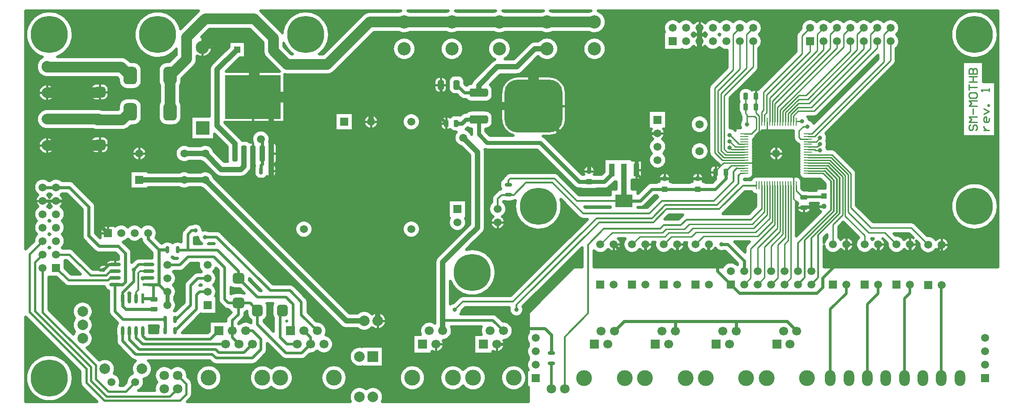
<source format=gbr>
%FSTAX42Y42*%
%MOMM*%
%SFA1B1*%

%IPPOS*%
%AMD11*
4,1,8,-0.650240,0.180340,-0.650240,-0.180340,-0.480060,-0.350520,0.480060,-0.350520,0.650240,-0.180340,0.650240,0.180340,0.480060,0.350520,-0.480060,0.350520,-0.650240,0.180340,0.0*
1,1,0.340000,-0.480060,0.180340*
1,1,0.340000,-0.480060,-0.180340*
1,1,0.340000,0.480060,-0.180340*
1,1,0.340000,0.480060,0.180340*
%
%AMD19*
4,1,8,0.248920,1.501140,-0.248920,1.501140,-0.500380,1.249680,-0.500380,-1.249680,-0.248920,-1.501140,0.248920,-1.501140,0.500380,-1.249680,0.500380,1.249680,0.248920,1.501140,0.0*
1,1,0.500000,0.248920,1.249680*
1,1,0.500000,-0.248920,1.249680*
1,1,0.500000,-0.248920,-1.249680*
1,1,0.500000,0.248920,-1.249680*
%
%AMD21*
4,1,8,-0.180340,-0.650240,0.180340,-0.650240,0.350520,-0.480060,0.350520,0.480060,0.180340,0.650240,-0.180340,0.650240,-0.350520,0.480060,-0.350520,-0.480060,-0.180340,-0.650240,0.0*
1,1,0.340000,-0.180340,-0.480060*
1,1,0.340000,0.180340,-0.480060*
1,1,0.340000,0.180340,0.480060*
1,1,0.340000,-0.180340,0.480060*
%
%AMD22*
4,1,8,0.500380,1.099820,-0.500380,1.099820,-1.000760,0.599440,-1.000760,-0.599440,-0.500380,-1.099820,0.500380,-1.099820,1.000760,-0.599440,1.000760,0.599440,0.500380,1.099820,0.0*
1,1,1.000000,0.500380,0.599440*
1,1,1.000000,-0.500380,0.599440*
1,1,1.000000,-0.500380,-0.599440*
1,1,1.000000,0.500380,-0.599440*
%
%AMD23*
4,1,8,1.099820,-0.500380,1.099820,0.500380,0.599440,1.000760,-0.599440,1.000760,-1.099820,0.500380,-1.099820,-0.500380,-0.599440,-1.000760,0.599440,-1.000760,1.099820,-0.500380,0.0*
1,1,1.000000,0.599440,-0.500380*
1,1,1.000000,0.599440,0.500380*
1,1,1.000000,-0.599440,0.500380*
1,1,1.000000,-0.599440,-0.500380*
%
%AMD24*
4,1,8,-0.619760,-1.651000,0.619760,-1.651000,1.249680,-1.021080,1.249680,1.021080,0.619760,1.651000,-0.619760,1.651000,-1.249680,1.021080,-1.249680,-1.021080,-0.619760,-1.651000,0.0*
1,1,1.260000,-0.619760,-1.021080*
1,1,1.260000,0.619760,-1.021080*
1,1,1.260000,0.619760,1.021080*
1,1,1.260000,-0.619760,1.021080*
%
%AMD25*
4,1,8,-0.650240,0.220980,-0.650240,-0.220980,-0.419100,-0.449580,0.419100,-0.449580,0.650240,-0.220980,0.650240,0.220980,0.419100,0.449580,-0.419100,0.449580,-0.650240,0.220980,0.0*
1,1,0.460000,-0.419100,0.220980*
1,1,0.460000,-0.419100,-0.220980*
1,1,0.460000,0.419100,-0.220980*
1,1,0.460000,0.419100,0.220980*
%
%AMD26*
4,1,8,-0.220980,-0.650240,0.220980,-0.650240,0.449580,-0.419100,0.449580,0.419100,0.220980,0.650240,-0.220980,0.650240,-0.449580,0.419100,-0.449580,-0.419100,-0.220980,-0.650240,0.0*
1,1,0.460000,-0.220980,-0.419100*
1,1,0.460000,0.220980,-0.419100*
1,1,0.460000,0.220980,0.419100*
1,1,0.460000,-0.220980,0.419100*
%
%AMD27*
4,1,8,0.284480,0.899160,-0.284480,0.899160,-0.574040,0.609600,-0.574040,-0.609600,-0.284480,-0.899160,0.284480,-0.899160,0.574040,-0.609600,0.574040,0.609600,0.284480,0.899160,0.0*
1,1,0.580000,0.284480,0.609600*
1,1,0.580000,-0.284480,0.609600*
1,1,0.580000,-0.284480,-0.609600*
1,1,0.580000,0.284480,-0.609600*
%
%AMD30*
4,1,8,1.750060,-0.398780,1.750060,0.398780,1.348740,0.800100,-1.348740,0.800100,-1.750060,0.398780,-1.750060,-0.398780,-1.348740,-0.800100,1.348740,-0.800100,1.750060,-0.398780,0.0*
1,1,0.800000,1.348740,-0.398780*
1,1,0.800000,1.348740,0.398780*
1,1,0.800000,-1.348740,0.398780*
1,1,0.800000,-1.348740,-0.398780*
%
%AMD31*
4,1,8,5.499100,-2.499360,5.499100,2.499360,2.999740,5.001260,-2.999740,5.001260,-5.499100,2.499360,-5.499100,-2.499360,-2.999740,-5.001260,2.999740,-5.001260,5.499100,-2.499360,0.0*
1,1,5.000000,2.999740,-2.499360*
1,1,5.000000,2.999740,2.499360*
1,1,5.000000,-2.999740,2.499360*
1,1,5.000000,-2.999740,-2.499360*
%
%ADD10C,0.499999*%
G04~CAMADD=11~8~0.0~0.0~275.6~511.8~66.9~0.0~15~0.0~0.0~0.0~0.0~0~0.0~0.0~0.0~0.0~0~0.0~0.0~0.0~90.0~512.0~276.0*
%ADD11D11*%
%ADD12O,0.599999X1.899996*%
%ADD13R,0.599999X1.899996*%
%ADD14O,2.199996X0.599999*%
%ADD15R,2.199996X0.599999*%
%ADD16O,0.250000X1.549997*%
%ADD17O,1.549997X0.250000*%
%ADD18R,1.549997X0.250000*%
G04~CAMADD=19~8~0.0~0.0~393.7~1181.1~98.4~0.0~15~0.0~0.0~0.0~0.0~0~0.0~0.0~0.0~0.0~0~0.0~0.0~0.0~0.0~393.7~1181.1*
%ADD19D19*%
%ADD20R,10.599979X8.299983*%
G04~CAMADD=21~8~0.0~0.0~275.6~511.8~66.9~0.0~15~0.0~0.0~0.0~0.0~0~0.0~0.0~0.0~0.0~0~0.0~0.0~0.0~180.0~276.0~512.0*
%ADD21D21*%
G04~CAMADD=22~8~0.0~0.0~787.4~866.1~196.9~0.0~15~0.0~0.0~0.0~0.0~0~0.0~0.0~0.0~0.0~0~0.0~0.0~0.0~0.0~787.4~866.1*
%ADD22D22*%
G04~CAMADD=23~8~0.0~0.0~787.4~866.1~196.9~0.0~15~0.0~0.0~0.0~0.0~0~0.0~0.0~0.0~0.0~0~0.0~0.0~0.0~270.0~866.0~788.0*
%ADD23D23*%
G04~CAMADD=24~8~0.0~0.0~984.3~1299.2~248.0~0.0~15~0.0~0.0~0.0~0.0~0~0.0~0.0~0.0~0.0~0~0.0~0.0~0.0~180.0~986.0~1300.0*
%ADD24D24*%
G04~CAMADD=25~8~0.0~0.0~354.3~511.8~90.6~0.0~15~0.0~0.0~0.0~0.0~0~0.0~0.0~0.0~0.0~0~0.0~0.0~0.0~90.0~512.0~354.0*
%ADD25D25*%
G04~CAMADD=26~8~0.0~0.0~354.3~511.8~90.6~0.0~15~0.0~0.0~0.0~0.0~0~0.0~0.0~0.0~0.0~0~0.0~0.0~0.0~180.0~354.0~512.0*
%ADD26D26*%
G04~CAMADD=27~8~0.0~0.0~452.8~708.7~114.2~0.0~15~0.0~0.0~0.0~0.0~0~0.0~0.0~0.0~0.0~0~0.0~0.0~0.0~0.0~452.8~708.7*
%ADD27D27*%
%ADD28R,3.299993X2.399995*%
%ADD29R,0.999998X2.399995*%
G04~CAMADD=30~8~0.0~0.0~629.9~1378.0~157.5~0.0~15~0.0~0.0~0.0~0.0~0~0.0~0.0~0.0~0.0~0~0.0~0.0~0.0~270.0~1378.0~630.0*
%ADD30D30*%
G04~CAMADD=31~8~0.0~0.0~3937.0~4330.7~984.3~0.0~15~0.0~0.0~0.0~0.0~0~0.0~0.0~0.0~0.0~0~0.0~0.0~0.0~270.0~4331.0~3937.0*
%ADD31D31*%
%ADD32C,0.250000*%
%ADD33C,0.299999*%
%ADD34C,0.599999*%
%ADD35C,0.999998*%
%ADD36C,1.999996*%
%ADD37C,1.499997*%
%ADD38C,0.799998*%
%ADD39C,0.399999*%
%ADD40C,0.349999*%
%ADD41C,0.250000*%
%ADD42C,6.999986*%
%ADD43C,1.569997*%
%ADD44C,1.999996*%
%ADD45R,2.499995X2.499995*%
%ADD46C,2.499995*%
%ADD47C,1.499997*%
%ADD48R,1.499997X1.499997*%
%ADD49R,1.499997X1.499997*%
%ADD50C,1.499997*%
%ADD51R,1.499997X1.499997*%
%ADD52R,1.499997X1.499997*%
%ADD53C,1.999996*%
%ADD54R,1.999996X1.999996*%
%ADD55C,1.799996*%
%ADD56C,0.999998*%
%ADD57R,0.999998X0.999998*%
%ADD58R,1.199998X1.199998*%
%ADD59C,1.199998*%
%ADD60O,1.999996X2.999994*%
%ADD61C,1.699997*%
%ADD62C,2.999994*%
%ADD63R,1.699997X1.699997*%
%ADD64C,0.799998*%
%LNpcb_monitoring_io-1*%
%LPD*%
G54D10*
X000584Y-000087D02*
D01*
X000585Y-000096*
X000586Y-000104*
X000587Y-000111*
X000589Y-000119*
X000591Y-000127*
X000594Y-000134*
X000598Y-000141*
X000602Y-000148*
X000606Y-000155*
X000611Y-000161*
X000617Y-000167*
X000618Y-000168*
X000584Y-000087D02*
D01*
X000585Y-000096*
X000586Y-000104*
X000587Y-000111*
X000589Y-000119*
X000591Y-000127*
X000594Y-000134*
X000598Y-000141*
X000602Y-000148*
X000606Y-000155*
X000611Y-000161*
X000617Y-000167*
X000618Y-000168*
X000444Y0D02*
D01*
X000443Y000031*
X00044Y000061*
X000435Y000092*
X000427Y000122*
X000418Y000152*
X000406Y00018*
X000392Y000208*
X000377Y000235*
X00036Y000261*
X00034Y000286*
X00032Y000309*
X000297Y00033*
X000273Y00035*
X000248Y000368*
X000222Y000385*
X000195Y000399*
X000166Y000412*
X000137Y000423*
X000107Y000431*
X000077Y000438*
X000046Y000442*
X000015Y000444*
X-000015*
X-000046Y000442*
X-000077Y000438*
X-000107Y000431*
X-000137Y000423*
X-000166Y000412*
X-000195Y000399*
X-000222Y000385*
X-000248Y000368*
X-000273Y00035*
X-000297Y00033*
X-00032Y000309*
X-00034Y000286*
X-00036Y000261*
X-000377Y000235*
X-000392Y000208*
X-000406Y00018*
X-000418Y000152*
X-000427Y000122*
X-000435Y000092*
X-00044Y000061*
X-000443Y000031*
X-000444Y0*
X-000443Y-000031*
X-00044Y-000061*
X-000435Y-000092*
X-000427Y-000122*
X-000418Y-000152*
X-000406Y-00018*
X-000392Y-000208*
X-000377Y-000235*
X-00036Y-000261*
X-00034Y-000286*
X-00032Y-000309*
X-000297Y-00033*
X-000273Y-00035*
X-000248Y-000368*
X-000222Y-000385*
X-000195Y-000399*
X-000166Y-000412*
X-000137Y-000423*
X-000107Y-000431*
X-000077Y-000438*
X-000046Y-000442*
X-000015Y-000444*
X000015*
X000046Y-000442*
X000077Y-000438*
X000107Y-000431*
X000137Y-000423*
X000166Y-000412*
X000195Y-000399*
X000222Y-000385*
X000248Y-000368*
X000273Y-00035*
X000297Y-00033*
X00032Y-000309*
X00034Y-000286*
X00036Y-000261*
X000377Y-000235*
X000392Y-000208*
X000406Y-00018*
X000418Y-000152*
X000427Y-000122*
X000435Y-000092*
X00044Y-000061*
X000443Y-000031*
X000444Y0*
X001244Y000174D02*
D01*
X001244Y000188*
X001243Y000202*
X00124Y000215*
X001237Y000228*
X001233Y000241*
X001228Y000254*
X001222Y000266*
X001215Y000278*
X001207Y000289*
X001199Y0003*
X00119Y00031*
X00118Y000319*
X00117Y000328*
X001159Y000336*
X001147Y000343*
X001135Y00035*
X001123Y000355*
X00111Y00036*
X001097Y000364*
X001083Y000367*
X00107Y000368*
X001056Y000369*
X001043*
X001029Y000368*
X001016Y000367*
X001002Y000364*
X000989Y00036*
X000976Y000355*
X000964Y00035*
X000952Y000343*
X000943Y000338*
X000708Y000573D02*
D01*
X000721Y000579*
X000733Y000586*
X000744Y000594*
X000755Y000602*
X000765Y000611*
X000774Y000621*
X000783Y000631*
X000791Y000642*
X000798Y000654*
X000804Y000666*
X00081Y000678*
X000815Y000691*
X000818Y000704*
X000821Y000717*
X000823Y000731*
X000824Y000744*
X000824Y000752*
X000481Y000879D02*
D01*
X000473Y000869*
X000465Y000858*
X000458Y000846*
X000452Y000834*
X000451Y00083*
X000824Y000752D02*
D01*
X000824Y000766*
X000823Y00078*
X00082Y000793*
X000817Y000806*
X000813Y000819*
X000808Y000832*
X000802Y000844*
X000795Y000856*
X000787Y000867*
X000779Y000878*
X000777Y000879*
X00048Y001133D02*
D01*
X000472Y001123*
X000464Y001112*
X000458Y0011*
X000452Y001088*
X000446Y001075*
X000442Y001062*
X000439Y001049*
X000436Y001035*
X000435Y001022*
X000434Y001008*
X000435Y000995*
X000436Y000981*
X000438Y000968*
X000442Y000954*
X000446Y000941*
X000451Y000929*
X000457Y000917*
X000464Y000905*
X000471Y000893*
X00048Y000883*
X000481Y000879*
X000777D02*
D01*
X000786Y00089*
X000794Y000901*
X000801Y000913*
X000807Y000925*
X000812Y000938*
X000816Y000951*
X00082Y000964*
X000822Y000977*
X000824Y000991*
X000825Y001004*
X000824Y001006*
D01*
X000824Y00102*
X000823Y001034*
X00082Y001047*
X000817Y00106*
X000813Y001073*
X000808Y001086*
X000802Y001098*
X000795Y00111*
X000787Y001121*
X000779Y001132*
X000778Y001133*
D01*
X000787Y001144*
X000795Y001155*
X000801Y001167*
X000807Y001179*
X000813Y001192*
X000817Y001205*
X00082Y001218*
X000823Y001232*
X000824Y001245*
X000825Y001259*
X000824Y001259*
X001122Y001262D02*
D01*
X001123Y001254*
X001124Y001246*
X001125Y001238*
X001127Y001229*
X00113Y001221*
X001133Y001214*
X001137Y001206*
X001141Y001199*
X001145Y001192*
X001151Y001185*
X001156Y001179*
X001157Y001177*
X001122Y001262D02*
D01*
X001123Y001254*
X001124Y001246*
X001125Y001238*
X001127Y001229*
X00113Y001221*
X001133Y001214*
X001137Y001206*
X001141Y001199*
X001145Y001192*
X001151Y001185*
X001156Y001179*
X001157Y001177*
X00133Y-000141D02*
D01*
X001335Y-00013*
X001338Y-000119*
X001341Y-000108*
X001343Y-000096*
X001344Y-000084*
X001344Y-000074*
X001681Y-000234D02*
D01*
X001693Y-00023*
X001703Y-000225*
X001714Y-000219*
X001723Y-000213*
X001733Y-000205*
X001742Y-000197*
X00175Y-000189*
X001758Y-00018*
X001765Y-00017*
X001771Y-00016*
X001777Y-00015*
X001782Y-000139*
X001786Y-000128*
X001789Y-000117*
X001792Y-000105*
X001793Y-000093*
X001794Y-000082*
X001794Y-000074*
D01*
X001794Y-000063*
X001793Y-000051*
X001791Y-000039*
X001788Y-000028*
X001784Y-000016*
X001344Y-000074D02*
D01*
X001344Y-000063*
X001343Y-000051*
X001341Y-000039*
X001338Y-000028*
X001334Y-000016*
X00133Y-000005*
X001325Y000004*
X001319Y000015*
X001312Y000024*
X001305Y000034*
X001297Y000043*
X001288Y000051*
X001279Y000058*
X00127Y000065*
X001259Y000072*
X001249Y000077*
X001238Y000082*
X001227Y000086*
X001223Y000087*
D01*
X001229Y0001*
X001234Y000113*
X001238Y000126*
X001241Y000139*
X001243Y000152*
X001244Y000166*
X001244Y000174*
X001575Y000087D02*
D01*
X001564Y000084*
X001553Y000079*
X001543Y000074*
X001532Y000068*
X001523Y000061*
X001513Y000053*
X001505Y000045*
X001497Y000037*
X001489Y000028*
X001482Y000018*
X001476Y000008*
X001471Y-000002*
X001466Y-000013*
X001462Y-000024*
X001459Y-000035*
X001457Y-000047*
X001455Y-000059*
X001454Y-000071*
X001454Y-000081*
X001784Y-000016D02*
D01*
X001798Y-000014*
X001811Y-00001*
X001824Y-000005*
X001836Y0*
X001848Y000006*
X00186Y000013*
X001871Y000021*
X001881Y00003*
X001891Y00004*
X0019Y00005*
X001908Y000061*
X001916Y000072*
X001922Y000084*
X001928Y000096*
X001933Y000109*
X001937Y000122*
X001941Y000135*
X001943Y000148*
X001944Y000162*
X001944Y000174*
X001634Y000332D02*
D01*
X001624Y000324*
X001614Y000315*
X001604Y000305*
X001596Y000295*
X001588Y000284*
X001581Y000272*
X001574Y00026*
X001569Y000248*
X001564Y000235*
X00156Y000222*
X001558Y000209*
X001556Y000195*
X001555Y000182*
X001555Y000168*
X001556Y000154*
X001558Y000141*
X001561Y000128*
X001565Y000115*
X001569Y000102*
X001575Y00009*
X001575Y000087*
X001944Y000174D02*
D01*
X001944Y000188*
X001943Y000202*
X00194Y000215*
X001937Y000228*
X001933Y000241*
X001928Y000254*
X001922Y000266*
X001915Y000278*
X001907Y000289*
X001899Y0003*
X00189Y00031*
X00188Y000319*
X00187Y000328*
X001864Y000332*
X002668Y-000385D02*
D01*
X002674Y-00038*
X002679Y-000373*
X002684Y-000367*
X002688Y-00036*
X002691Y-000353*
X002694Y-000346*
X002697Y-000338*
X002699Y-00033*
X002701Y-000322*
X002702Y-000314*
X002702Y-000306*
X002702Y-000304*
X002036Y-000074D02*
D01*
X002028Y-000084*
X00202Y-000095*
X002013Y-000106*
X002007Y-000117*
X002002Y-000129*
X001997Y-000141*
X001994Y-000153*
X001991Y-000166*
X001989Y-000178*
X001988Y-000191*
X001988Y-000204*
X001989Y-000217*
X00199Y-00023*
X00199Y-000234*
X002668Y-000385D02*
D01*
X002674Y-00038*
X002679Y-000373*
X002684Y-000367*
X002688Y-00036*
X002691Y-000353*
X002694Y-000346*
X002697Y-000338*
X002699Y-00033*
X002701Y-000322*
X002702Y-000314*
X002702Y-000306*
X002702Y-000304*
X002299Y000184D02*
D01*
X00229Y000193*
X002279Y000201*
X002269Y000208*
X002257Y000214*
X002246Y00022*
X002234Y000224*
X002221Y000228*
X002209Y000231*
X002196Y000233*
X002183Y000235*
X00217Y000235*
X002157Y000234*
X002144Y000233*
X002132Y00023*
X002119Y000227*
X002107Y000223*
X002095Y000218*
X002083Y000212*
X002072Y000205*
X002062Y000198*
X002052Y00019*
X002042Y000181*
X002033Y000172*
X002025Y000162*
X002017Y000151*
X002011Y00014*
X002005Y000129*
X002Y000117*
X001995Y000104*
X001992Y000092*
X00199Y000079*
X001988Y000066*
X001987Y000054*
X001987Y000041*
X001988Y000028*
X00199Y000015*
X001993Y000002*
X001997Y-000009*
X002002Y-000021*
X002007Y-000033*
X002013Y-000044*
X00202Y-000055*
X002028Y-000066*
X002036Y-000074*
X00261Y000028D02*
D01*
X002612Y000041*
X002611Y000049*
D01*
X002611Y000062*
X00261Y000075*
X002607Y000088*
X002604Y0001*
X0026Y000113*
X002596Y000125*
X00259Y000136*
X002583Y000148*
X002576Y000158*
X002568Y000168*
X00256Y000178*
X00255Y000187*
X00254Y000195*
X00253Y000203*
X002519Y00021*
X002508Y000216*
X002496Y000221*
X002484Y000225*
X002471Y000229*
X002459Y000232*
X002446Y000233*
X002433Y000234*
X00242*
X002407Y000233*
X002394Y000232*
X002382Y000229*
X002369Y000225*
X002357Y000221*
X002345Y000216*
X002334Y00021*
X002323Y000203*
X002313Y000195*
X002303Y000187*
X002299Y000184*
X002702Y-000109D02*
D01*
X002702Y-000101*
X002701Y-000093*
X0027Y-000086*
X002698Y-000078*
X002696Y-00007*
X002693Y-000063*
X002689Y-000056*
X002685Y-000049*
X002681Y-000042*
X002676Y-000036*
X00267Y-00003*
X002668Y-000028*
X002702Y-000109D02*
D01*
X002702Y-000101*
X002701Y-000093*
X0027Y-000086*
X002698Y-000078*
X002696Y-00007*
X002693Y-000063*
X002689Y-000056*
X002685Y-000049*
X002681Y-000042*
X002676Y-000036*
X00267Y-00003*
X002668Y-000028*
X001266Y000699D02*
D01*
X001267Y000691*
X001268Y000683*
X001269Y000675*
X001271Y000666*
X001274Y000658*
X001277Y000651*
X001281Y000643*
X001285Y000636*
X001289Y000629*
X001295Y000622*
X0013Y000616*
X001301Y000615*
X001266Y000699D02*
D01*
X001267Y000691*
X001268Y000683*
X001269Y000675*
X001271Y000666*
X001274Y000658*
X001277Y000651*
X001281Y000643*
X001285Y000636*
X001289Y000629*
X001295Y000622*
X0013Y000616*
X001301Y000615*
X001549Y000367D02*
D01*
X001556Y000362*
X001562Y000356*
X001569Y000352*
X001576Y000347*
X001584Y000344*
X001591Y00034*
X001599Y000338*
X001607Y000335*
X001616Y000334*
X001624Y000333*
X001632Y000332*
X001634Y000332*
X001549Y000367D02*
D01*
X001556Y000362*
X001562Y000356*
X001569Y000352*
X001576Y000347*
X001584Y000344*
X001591Y00034*
X001599Y000338*
X001607Y000335*
X001616Y000334*
X001624Y000333*
X001632Y000332*
X001634Y000332*
X001261Y000824D02*
D01*
X001262Y000816*
X001263Y000807*
X001264Y000799*
X001266Y00079*
X001266Y000789*
X001294Y001039D02*
D01*
X001289Y001033*
X001284Y001026*
X001279Y001019*
X001275Y001011*
X001271Y001003*
X001268Y000995*
X001265Y000986*
X001263Y000978*
X001262Y000969*
X001261Y00096*
X001261Y000954*
X001892D02*
D01*
X001892Y000963*
X001891Y000972*
X00189Y00098*
X001888Y000989*
X001887Y000989*
X002062Y000977D02*
D01*
X00206Y00097*
X002059Y000962*
X002058Y000954*
X002058Y000946*
X002057Y000944*
X00028Y00177D02*
D01*
X000286Y001765*
X000293Y00176*
X000299Y001755*
X000306Y001751*
X000313Y001748*
X00032Y001745*
X000328Y001742*
X000336Y00174*
X000344Y001738*
X000352Y001737*
X000359Y001737*
X000361Y001737*
X00028Y00177D02*
D01*
X000286Y001765*
X000293Y00176*
X000299Y001755*
X000306Y001751*
X000313Y001748*
X00032Y001745*
X000328Y001742*
X000336Y00174*
X000344Y001738*
X000352Y001737*
X000359Y001737*
X000361Y001737*
X000824Y001259D02*
D01*
X000824Y001273*
X000823Y001287*
X00082Y0013*
X000817Y001313*
X000813Y001326*
X000808Y001339*
X000802Y001351*
X000795Y001363*
X000787Y001374*
X000779Y001385*
X00077Y001395*
X00076Y001404*
X00075Y001413*
X000739Y001421*
X000727Y001428*
X000715Y001435*
X000703Y00144*
X00069Y001445*
X000677Y001449*
X000663Y001452*
X00065Y001453*
X000636Y001454*
X000623*
X000609Y001453*
X000596Y001452*
X000582Y001449*
X000569Y001445*
X000556Y00144*
X000544Y001435*
X000532Y001428*
X00052Y001421*
X000509Y001413*
X000499Y001404*
X000489Y001395*
X00048Y001385*
X000472Y001374*
X000464Y001363*
X000457Y001351*
X000451Y001339*
X000446Y001326*
X000442Y001313*
X000439Y0013*
X000436Y001287*
X000435Y001273*
X000434Y001259*
X000435Y001246*
X000436Y001232*
X000439Y001219*
X000442Y001206*
X000446Y001193*
X000451Y00118*
X000457Y001168*
X000464Y001156*
X000472Y001145*
X00048Y001134*
X00048Y001133*
X00104Y001737D02*
D01*
X001043Y001729*
X001046Y001721*
X001049Y001713*
X001053Y001705*
X001058Y001698*
X001063Y001691*
X001069Y001684*
X001075Y001678*
X001081Y001672*
X001088Y001667*
X001095Y001662*
X001103Y001658*
X001111Y001654*
X001119Y00165*
X001122Y001648*
X001067Y002142D02*
D01*
X001061Y002145*
X001054Y002148*
X001047Y002149*
X001039Y002151*
X001032Y002151*
X001025Y002152*
X001017Y002151*
X00101Y002151*
X001003Y002149*
X000996Y002148*
X000989Y002145*
X000982Y002143*
X000975Y002139*
X000969Y002136*
X000963Y002132*
X000957Y002127*
X000952Y002122*
X000946Y002117*
X000942Y002111*
X000937Y002106*
X000934Y002099*
X00093Y002093*
X000927Y002086*
X000925Y002079*
X000922Y002072*
X000921Y002065*
X00092Y002059*
X001162Y002242D02*
D01*
X001156Y002242*
X001149Y002242*
X001143Y00224*
X001136Y002239*
X00113Y002237*
X001124Y002234*
X001118Y002231*
X001112Y002228*
X001107Y002224*
X001101Y00222*
X001097Y002216*
X001092Y002211*
X001088Y002206*
X001084Y002201*
X00108Y002195*
X001077Y002189*
X001074Y002183*
X001072Y002177*
X00107Y00217*
X001069Y002164*
X001068Y002157*
X001068Y002151*
Y002144*
X001067Y002142*
X0Y002454D02*
D01*
X-000008Y002463*
X-000013Y002468*
D01*
X-000005Y002477*
X0Y002482*
X000013Y002468D02*
D01*
X000005Y00246*
X0Y002454*
Y002482D02*
D01*
X000008Y002474*
X000013Y002468*
X000239D02*
D01*
X000248Y002477*
X000256Y002485*
X000263Y002495*
X00027Y002505*
X000276Y002515*
X000281Y002525*
X000286Y002536*
X00029Y002548*
X000293Y002559*
X000295Y002571*
X000296Y002583*
X000296Y002594*
X000296Y002595*
X000251Y002456D02*
D01*
X000243Y002465*
X000239Y002468*
X-000239Y002722D02*
D01*
X-000248Y002714*
X-000256Y002706*
X-000263Y002696*
X-00027Y002686*
X-000276Y002676*
X-000281Y002666*
X-000286Y002655*
X-00029Y002643*
X-000293Y002632*
X-000295Y00262*
X-000296Y002608*
X-000296Y002597*
X-000296Y002588*
X-000239Y002976D02*
D01*
X-000248Y002968*
X-000256Y00296*
X-000263Y00295*
X-00027Y00294*
X-000276Y00293*
X-000281Y00292*
X-000286Y002909*
X-00029Y002897*
X-000293Y002886*
X-000295Y002874*
X-000296Y002862*
X-000296Y002851*
X-000296Y002839*
X-000295Y002827*
X-000293Y002815*
X-00029Y002804*
X-000287Y002792*
X-000282Y002781*
X-000277Y002771*
X-000271Y00276*
X-000265Y00275*
X-000257Y002741*
X-000249Y002732*
X-000241Y002724*
X-000239Y002722*
X-000013D02*
D01*
X-000005Y002731*
X0Y002736*
X000296Y002595D02*
D01*
X000296Y002607*
X000295Y002619*
X000293Y002631*
X00029Y002642*
X000286Y002654*
X000282Y002665*
X000277Y002675*
X000271Y002686*
X000264Y002695*
X000257Y002705*
X000249Y002714*
X00024Y002722*
X000239Y002722*
X0Y002708D02*
D01*
X-000008Y002717*
X-000013Y002722*
X000013D02*
D01*
X000005Y002714*
X0Y002708*
Y002736D02*
D01*
X000008Y002728*
X000013Y002722*
X000239D02*
D01*
X000248Y002731*
X000256Y002739*
X000263Y002749*
X00027Y002759*
X000276Y002769*
X000281Y002779*
X000286Y00279*
X00029Y002802*
X000293Y002813*
X000295Y002825*
X000296Y002837*
X000296Y002848*
X000296Y002849*
X000457Y002422D02*
D01*
X000452Y002428*
X000445Y002433*
X000439Y002438*
X000432Y002442*
X000425Y002445*
X000418Y002448*
X00041Y002451*
X000402Y002453*
X000394Y002455*
X000386Y002456*
X000378Y002456*
X000376Y002456*
X000457Y002422D02*
D01*
X000452Y002428*
X000445Y002433*
X000439Y002438*
X000432Y002442*
X000425Y002445*
X000418Y002448*
X00041Y002451*
X000402Y002453*
X000394Y002455*
X000386Y002456*
X000378Y002456*
X000376Y002456*
X000853Y002408D02*
D01*
X00086Y002403*
X000867Y002397*
X000874Y002392*
X000881Y002388*
X000889Y002384*
X000897Y00238*
X000905Y002377*
X000914Y002375*
X000922Y002374*
X000931Y002373*
X000939Y002372*
X000942Y002372*
X000853Y002408D02*
D01*
X00086Y002403*
X000867Y002397*
X000874Y002392*
X000881Y002388*
X000889Y002384*
X000897Y00238*
X000905Y002377*
X000914Y002375*
X000922Y002374*
X000931Y002373*
X000939Y002372*
X000942Y002372*
X000619Y002694D02*
D01*
X00062Y002686*
X000621Y002677*
X000622Y002669*
X000624Y00266*
X000627Y002652*
X00063Y002644*
X000634Y002636*
X000638Y002628*
X000643Y002621*
X000649Y002614*
X000655Y002608*
X000656Y002606*
X000619Y002694D02*
D01*
X00062Y002686*
X000621Y002677*
X000622Y002669*
X000624Y00266*
X000627Y002652*
X00063Y002644*
X000634Y002636*
X000638Y002628*
X000643Y002621*
X000649Y002614*
X000655Y002608*
X000656Y002606*
X002358Y00127D02*
D01*
X002366Y001279*
X002372Y001289*
X002378Y001299*
X002384Y00131*
X002388Y001321*
X002392Y001332*
X002394Y001343*
X002397Y001355*
X002398Y001367*
X002398Y001378*
Y001632D02*
D01*
X002398Y001644*
X002397Y001656*
X002395Y001668*
X002392Y001679*
X002388Y001691*
X002384Y001702*
X002379Y001712*
X002373Y001723*
X002366Y001732*
X002359Y001742*
X002351Y001751*
X002342Y001759*
X002341Y001759*
Y002013D02*
D01*
X002343Y002015*
X002344Y002016*
X002346Y002018*
X002347Y002019*
X002348Y00202*
X002341Y001759D02*
D01*
X00235Y001768*
X002358Y001776*
X002365Y001786*
X002372Y001796*
X002378Y001806*
X002383Y001816*
X002388Y001827*
X002392Y001839*
X002395Y00185*
X002397Y001862*
X002398Y001874*
X002398Y001885*
X002398Y001886*
D01*
X002398Y001898*
X002397Y00191*
X002395Y001922*
X002392Y001933*
X002388Y001945*
X002384Y001956*
X002379Y001966*
X002373Y001977*
X002366Y001986*
X002359Y001996*
X002351Y002005*
X002342Y002013*
X002341Y002013*
X002398Y001378D02*
D01*
X002398Y00139*
X002397Y001402*
X002395Y001414*
X002392Y001425*
X002388Y001437*
X002384Y001448*
X002379Y001458*
X002373Y001469*
X002366Y001478*
X002363Y001481*
Y001529D02*
D01*
X00237Y001539*
X002377Y001549*
X002382Y00156*
X002387Y001571*
X002391Y001582*
X002394Y001593*
X002396Y001605*
X002398Y001617*
X002398Y001629*
X002398Y001632*
X00169Y002267D02*
D01*
X001682Y002267*
X001674Y002266*
X001666Y002265*
X001657Y002263*
X001649Y00226*
X001642Y002257*
X001634Y002253*
X001627Y002249*
X00162Y002245*
X001613Y002239*
X001607Y002234*
X001605Y002232*
X00169Y002267D02*
D01*
X001682Y002267*
X001674Y002266*
X001666Y002265*
X001657Y002263*
X001649Y00226*
X001642Y002257*
X001634Y002253*
X001627Y002249*
X00162Y002245*
X001613Y002239*
X001607Y002234*
X001605Y002232*
X002348Y00226D02*
D01*
X00234Y002269*
X002331Y002276*
X002321Y002283*
X002314Y002287*
X002584Y001834D02*
D01*
X002579Y001828*
X002573Y001822*
X002569Y001815*
X002564Y001808*
X002561Y0018*
X002557Y001793*
X002555Y001785*
X002552Y001777*
X002551Y001768*
X00255Y00176*
X002549Y001752*
X002549Y001749*
X002584Y001834D02*
D01*
X002579Y001828*
X002573Y001822*
X002569Y001815*
X002564Y001808*
X002561Y0018*
X002557Y001793*
X002555Y001785*
X002552Y001777*
X002551Y001768*
X00255Y00176*
X002549Y001752*
X002549Y001749*
X002877Y001759D02*
D01*
X002876Y001758*
X002875Y001757*
X002873Y001755*
X002872Y001754*
X00287Y001753*
X00287Y001752*
Y001766D02*
D01*
X002872Y001765*
X002873Y001764*
X002875Y001762*
X002876Y001761*
X002878Y00176*
X002877Y001759*
X002468Y00202D02*
D01*
X002477Y002021*
X002485Y002022*
X002493Y002023*
X002502Y002025*
X00251Y002028*
X002517Y002031*
X002525Y002035*
X002532Y002039*
X002539Y002043*
X002546Y002049*
X002552Y002054*
X002552Y002055*
X002468Y00202D02*
D01*
X002477Y002021*
X002485Y002022*
X002493Y002023*
X002502Y002025*
X00251Y002028*
X002517Y002031*
X002525Y002035*
X002532Y002039*
X002539Y002043*
X002546Y002049*
X002552Y002054*
X002552Y002055*
X002806Y002006D02*
D01*
X002798Y002006*
X00279Y002005*
X002782Y002004*
X002773Y002002*
X002765Y001999*
X002758Y001996*
X00275Y001992*
X002743Y001988*
X002736Y001984*
X002729Y001978*
X002723Y001973*
X002721Y001971*
X002806Y002006D02*
D01*
X002798Y002006*
X00279Y002005*
X002782Y002004*
X002773Y002002*
X002765Y001999*
X002758Y001996*
X00275Y001992*
X002743Y001988*
X002736Y001984*
X002729Y001978*
X002723Y001973*
X002721Y001971*
X002824Y002177D02*
D01*
X002822Y002166*
X002821Y002154*
X00282Y002142*
X002821Y00213*
X002822Y002118*
X002824Y002107*
X002827Y002095*
X00283Y002084*
X002834Y002073*
X00284Y002062*
X002845Y002052*
X002852Y002042*
X002859Y002032*
X002867Y002024*
X002875Y002015*
X002877Y002013*
D01*
X002876Y002012*
X002875Y002011*
X002873Y002009*
X002872Y002008*
X00287Y002007*
X00287Y002006*
X001557Y002366D02*
D01*
X001557Y002375*
X001556Y002384*
X001555Y002392*
X001553Y002401*
X00155Y002409*
X001547Y002417*
X001543Y002425*
X001539Y002433*
X001534Y00244*
X001528Y002447*
X001522Y002453*
X00152Y002455*
X001557Y002366D02*
D01*
X001557Y002375*
X001556Y002384*
X001555Y002392*
X001553Y002401*
X00155Y002409*
X001547Y002417*
X001543Y002425*
X001539Y002433*
X001534Y00244*
X001528Y002447*
X001522Y002453*
X00152Y002455*
X001792Y002272D02*
D01*
X001784Y002272*
X001775Y002271*
X001767Y00227*
X001758Y002268*
X001757Y002267*
X001397Y002578D02*
D01*
X001408Y002582*
X001419Y002586*
X00143Y00259*
X00144Y002596*
X001451Y002602*
X00146Y002609*
X001469Y002617*
X001478Y002625*
X001483Y002631*
D01*
X001492Y002623*
X0015Y002615*
X00151Y002608*
X00152Y002601*
X00153Y002595*
X00154Y00259*
X001551Y002585*
X001563Y002581*
X001574Y002578*
X001586Y002576*
X001598Y002575*
X001609Y002575*
X001621Y002575*
X001633Y002576*
X001645Y002578*
X001656Y002581*
X001668Y002584*
X001679Y002589*
X001689Y002594*
X0017Y0026*
X00171Y002606*
X001719Y002614*
X001728Y002622*
X001736Y00263*
X001737Y002631*
X002034Y002744D02*
D01*
X002034Y002756*
X002033Y002768*
X002031Y00278*
X002028Y002791*
X002024Y002803*
X00202Y002814*
X002015Y002824*
X002009Y002835*
X002002Y002844*
X001995Y002854*
X001987Y002863*
X001978Y002871*
X001969Y002878*
X00196Y002885*
X001949Y002892*
X001939Y002897*
X001928Y002902*
X001917Y002906*
X001906Y002909*
X001894Y002912*
X001882Y002914*
X00187Y002914*
X001859*
X001847Y002914*
X001835Y002912*
X001823Y002909*
X001812Y002906*
X001801Y002902*
X00179Y002897*
X001779Y002892*
X001769Y002885*
X00176Y002878*
X001751Y002871*
X001742Y002863*
X001737Y002857*
X001739Y002628D02*
D01*
X00174Y00262*
X001741Y002611*
X001743Y002603*
X001745Y002594*
X001748Y002586*
X001752Y002578*
X001756Y00257*
X00176Y002563*
X001765Y002556*
X001771Y002549*
X001776Y002543*
X002214Y002587D02*
D01*
X002207Y002587*
X002199Y002586*
X002191Y002585*
X002184Y002583*
X002176Y002581*
X002169Y002578*
X002162Y002574*
X002155Y00257*
X002149Y002566*
X002143Y002561*
X002137Y002556*
X002132Y002552*
X001739Y002628D02*
D01*
X00174Y00262*
X001741Y002611*
X001743Y002603*
X001745Y002594*
X001748Y002586*
X001752Y002578*
X001756Y00257*
X00176Y002563*
X001765Y002556*
X001771Y002549*
X001776Y002543*
X002012Y00266D02*
D01*
X002018Y002671*
X002023Y002682*
X002027Y002693*
X00203Y002705*
X002032Y002716*
X002034Y002728*
X002035Y00274*
X002034Y002744*
X002327Y002297D02*
D01*
X002333Y002292*
X00234Y002288*
X002346Y002283*
X002353Y002279*
X00236Y002276*
X002368Y002273*
X002375Y002271*
X002383Y002269*
X00239Y002268*
X002398Y002267*
X002404Y002267*
X002327Y002556D02*
D01*
X002322Y002562*
X002315Y002566*
X002309Y002571*
X002302Y002575*
X002295Y002578*
X002287Y002581*
X00228Y002583*
X002272Y002585*
X002265Y002586*
X002257Y002587*
X002249Y002587*
X002314Y002287D02*
D01*
X002321Y002292*
X002327Y002297*
X002327Y002297*
X002404Y002587D02*
D01*
X002397Y002587*
X002389Y002586*
X002381Y002585*
X002374Y002583*
X002366Y002581*
X002359Y002578*
X002352Y002574*
X002345Y00257*
X002339Y002566*
X002333Y002561*
X002327Y002556*
X002497Y002571D02*
D01*
X002491Y002575*
X002483Y002578*
X002476Y002581*
X002469Y002583*
X002461Y002585*
X002453Y002586*
X002445Y002587*
X002439Y002587*
X002737Y002662D02*
D01*
X002747Y002661*
X002756Y00266*
X002766Y00266*
X002775Y00266*
X002784Y002661*
X002794Y002663*
X002803Y002665*
X002809Y002667*
D01*
X00281Y002658*
X002811Y002649*
X002812Y002639*
X002815Y00263*
X002818Y002621*
X002821Y002613*
X002825Y002604*
X00283Y002596*
X002835Y002588*
X002841Y002581*
X002847Y002574*
X002854Y002567*
X002861Y002561*
X002869Y002556*
X002877Y002551*
X002885Y002546*
X002887Y002544*
X002532Y002804D02*
D01*
X002527Y002798*
X002521Y002792*
X002517Y002785*
X002512Y002778*
X002509Y00277*
X002505Y002763*
X002503Y002755*
X0025Y002747*
X002499Y002738*
X002498Y00273*
X002497Y002722*
X002497Y002719*
X003006Y002787D02*
D01*
X002998Y002792*
X002989Y002795*
X00298Y002798*
X002971Y0028*
X002962Y002801*
X002952Y002802*
X002943Y002803*
X002933Y002802*
X002924Y002801*
X002915Y002799*
X002906Y002797*
X002899Y002794*
X002532Y002804D02*
D01*
X002527Y002798*
X002521Y002792*
X002517Y002785*
X002512Y002778*
X002509Y00277*
X002505Y002763*
X002503Y002755*
X0025Y002747*
X002499Y002738*
X002498Y00273*
X002497Y002722*
X002497Y002719*
X003259Y000005D02*
D01*
X003259Y000023*
X003257Y00004*
X003254Y000056*
X00325Y000073*
X003245Y000089*
X003238Y000105*
X003231Y000121*
X003222Y000135*
X003213Y00015*
X003202Y000163*
X003191Y000176*
X003178Y000188*
X003165Y000199*
X003152Y000209*
X003137Y000218*
X003122Y000226*
X003106Y000233*
X00309Y000239*
X003074Y000243*
X003057Y000247*
X00304Y000249*
X003023Y00025*
X003006*
X002989Y000249*
X002972Y000247*
X002955Y000243*
X002939Y000239*
X002923Y000233*
X002907Y000226*
X002892Y000218*
X002877Y000209*
X002864Y000199*
X002851Y000188*
X002838Y000176*
X002827Y000163*
X002816Y00015*
X002807Y000135*
X002798Y000121*
X002791Y000105*
X002784Y000089*
X002779Y000073*
X002775Y000056*
X002772Y00004*
X00277Y000023*
X002769Y000005*
X00277Y-000011*
X002772Y-000028*
X002775Y-000044*
X002779Y-000061*
X002784Y-000077*
X002791Y-000093*
X002798Y-000109*
X002807Y-000123*
X002816Y-000138*
X002827Y-000151*
X002838Y-000164*
X002851Y-000176*
X002864Y-000187*
X002877Y-000197*
X002892Y-000206*
X002907Y-000214*
X002923Y-000221*
X002939Y-000227*
X002955Y-000231*
X002972Y-000235*
X002989Y-000237*
X003006Y-000238*
X003023*
X00304Y-000237*
X003057Y-000235*
X003074Y-000231*
X00309Y-000227*
X003106Y-000221*
X003122Y-000214*
X003137Y-000206*
X003152Y-000197*
X003165Y-000187*
X003178Y-000176*
X003191Y-000164*
X003202Y-000151*
X003213Y-000138*
X003222Y-000123*
X003231Y-000109*
X003238Y-000093*
X003245Y-000077*
X00325Y-000061*
X003254Y-000044*
X003257Y-000028*
X003259Y-000011*
X003259Y000005*
D01*
X003259Y000023*
X003257Y00004*
X003254Y000056*
X00325Y000073*
X003245Y000089*
X003238Y000105*
X003231Y000121*
X003222Y000135*
X003213Y00015*
X003202Y000163*
X003191Y000176*
X003178Y000188*
X003165Y000199*
X003152Y000209*
X003137Y000218*
X003122Y000226*
X003106Y000233*
X00309Y000239*
X003074Y000243*
X003057Y000247*
X00304Y000249*
X003023Y00025*
X003006*
X002989Y000249*
X002972Y000247*
X002955Y000243*
X002939Y000239*
X002923Y000233*
X002907Y000226*
X002892Y000218*
X002877Y000209*
X002864Y000199*
X002851Y000188*
X002838Y000176*
X002827Y000163*
X002816Y00015*
X002807Y000135*
X002798Y000121*
X002791Y000105*
X002784Y000089*
X002779Y000073*
X002775Y000056*
X002772Y00004*
X00277Y000023*
X002769Y000005*
X00277Y-000011*
X002772Y-000028*
X002775Y-000044*
X002779Y-000061*
X002784Y-000077*
X002791Y-000093*
X002798Y-000109*
X002807Y-000123*
X002816Y-000138*
X002827Y-000151*
X002838Y-000164*
X002851Y-000176*
X002864Y-000187*
X002877Y-000197*
X002892Y-000206*
X002907Y-000214*
X002923Y-000221*
X002939Y-000227*
X002955Y-000231*
X002972Y-000235*
X002989Y-000237*
X003006Y-000238*
X003023*
X00304Y-000237*
X003057Y-000235*
X003074Y-000231*
X00309Y-000227*
X003106Y-000221*
X003122Y-000214*
X003137Y-000206*
X003152Y-000197*
X003165Y-000187*
X003178Y-000176*
X003191Y-000164*
X003202Y-000151*
X003213Y-000138*
X003222Y-000123*
X003231Y-000109*
X003238Y-000093*
X003245Y-000077*
X00325Y-000061*
X003254Y-000044*
X003257Y-000028*
X003259Y-000011*
X003259Y000005*
X004198Y000183D02*
D01*
X004186Y000195*
X004172Y000205*
X004158Y000215*
X004143Y000223*
X004127Y00023*
X004112Y000236*
X004095Y000242*
X004079Y000245*
X004062Y000248*
X004045Y00025*
X004028Y00025*
X004011Y000249*
X003994Y000247*
X003977Y000244*
X00396Y00024*
X003944Y000235*
X003928Y000228*
X003913Y00022*
X003898Y000212*
X003884Y000202*
X003871Y000191*
X003858Y00018*
X003847Y000167*
X003836Y000154*
X003826Y00014*
X003817Y000125*
X003809Y00011*
X003803Y000095*
X003797Y000078*
X003792Y000062*
X003789Y000045*
X003787Y000028*
X003786Y000011*
X003786Y-000005*
X003787Y-000022*
X00379Y-000039*
X003794Y-000055*
X003799Y-000072*
X003805Y-000088*
X003812Y-000103*
X00382Y-000118*
X003829Y-000133*
X003839Y-000146*
X00385Y-000159*
X003862Y-000171*
X003875Y-000183*
X003889Y-000193*
X003903Y-000203*
X003918Y-000211*
X003934Y-000218*
X003949Y-000224*
X003966Y-00023*
X003982Y-000233*
X003999Y-000236*
X004016Y-000238*
X004033Y-000238*
X00405Y-000237*
X004067Y-000235*
X004084Y-000232*
X004101Y-000228*
X004117Y-000223*
X004133Y-000216*
X004148Y-000208*
X004163Y-0002*
X004177Y-00019*
X00419Y-000179*
X004198Y-000172*
Y000183D02*
D01*
X004186Y000195*
X004172Y000205*
X004158Y000215*
X004143Y000223*
X004127Y00023*
X004112Y000236*
X004095Y000242*
X004079Y000245*
X004062Y000248*
X004045Y00025*
X004028Y00025*
X004011Y000249*
X003994Y000247*
X003977Y000244*
X00396Y00024*
X003944Y000235*
X003928Y000228*
X003913Y00022*
X003898Y000212*
X003884Y000202*
X003871Y000191*
X003858Y00018*
X003847Y000167*
X003836Y000154*
X003826Y00014*
X003817Y000125*
X003809Y00011*
X003803Y000095*
X003797Y000078*
X003792Y000062*
X003789Y000045*
X003787Y000028*
X003786Y000011*
X003786Y-000005*
X003787Y-000022*
X00379Y-000039*
X003794Y-000055*
X003799Y-000072*
X003805Y-000088*
X003812Y-000103*
X00382Y-000118*
X003829Y-000133*
X003839Y-000146*
X00385Y-000159*
X003862Y-000171*
X003875Y-000183*
X003889Y-000193*
X003903Y-000203*
X003918Y-000211*
X003934Y-000218*
X003949Y-000224*
X003966Y-00023*
X003982Y-000233*
X003999Y-000236*
X004016Y-000238*
X004033Y-000238*
X00405Y-000237*
X004067Y-000235*
X004084Y-000232*
X004101Y-000228*
X004117Y-000223*
X004133Y-000216*
X004148Y-000208*
X004163Y-0002*
X004177Y-00019*
X00419Y-000179*
X004198Y-000172*
X004611Y000005D02*
D01*
X004611Y000023*
X004609Y00004*
X004606Y000056*
X004602Y000073*
X004597Y000089*
X00459Y000105*
X004583Y000121*
X004574Y000135*
X004565Y00015*
X004554Y000163*
X004543Y000176*
X00453Y000188*
X004517Y000199*
X004504Y000209*
X004489Y000218*
X004474Y000226*
X004458Y000233*
X004442Y000239*
X004426Y000243*
X004409Y000247*
X004392Y000249*
X004375Y00025*
X004358*
X004341Y000249*
X004324Y000247*
X004307Y000243*
X004291Y000239*
X004275Y000233*
X004259Y000226*
X004244Y000218*
X004229Y000209*
X004216Y000199*
X004203Y000188*
X004198Y000183*
X004611Y000005D02*
D01*
X004611Y000023*
X004609Y00004*
X004606Y000056*
X004602Y000073*
X004597Y000089*
X00459Y000105*
X004583Y000121*
X004574Y000135*
X004565Y00015*
X004554Y000163*
X004543Y000176*
X00453Y000188*
X004517Y000199*
X004504Y000209*
X004489Y000218*
X004474Y000226*
X004458Y000233*
X004442Y000239*
X004426Y000243*
X004409Y000247*
X004392Y000249*
X004375Y00025*
X004358*
X004341Y000249*
X004324Y000247*
X004307Y000243*
X004291Y000239*
X004275Y000233*
X004259Y000226*
X004244Y000218*
X004229Y000209*
X004216Y000199*
X004203Y000188*
X004198Y000183*
Y-000172D02*
D01*
X004211Y-000184*
X004225Y-000194*
X004239Y-000204*
X004254Y-000212*
X00427Y-000219*
X004285Y-000225*
X004302Y-000231*
X004318Y-000234*
X004335Y-000237*
X004352Y-000239*
X004369Y-000239*
X004386Y-000238*
X004403Y-000236*
X00442Y-000233*
X004437Y-000229*
X004453Y-000224*
X004469Y-000217*
X004484Y-000209*
X004499Y-000201*
X004513Y-000191*
X004526Y-00018*
X004539Y-000169*
X00455Y-000156*
X004561Y-000143*
X004571Y-000129*
X00458Y-000114*
X004588Y-000099*
X004594Y-000084*
X0046Y-000067*
X004605Y-000051*
X004608Y-000034*
X00461Y-000017*
X004611Y0*
X004611Y000005*
X004198Y-000172D02*
D01*
X004211Y-000184*
X004225Y-000194*
X004239Y-000204*
X004254Y-000212*
X00427Y-000219*
X004285Y-000225*
X004302Y-000231*
X004318Y-000234*
X004335Y-000237*
X004352Y-000239*
X004369Y-000239*
X004386Y-000238*
X004403Y-000236*
X00442Y-000233*
X004437Y-000229*
X004453Y-000224*
X004469Y-000217*
X004484Y-000209*
X004499Y-000201*
X004513Y-000191*
X004526Y-00018*
X004539Y-000169*
X00455Y-000156*
X004561Y-000143*
X004571Y-000129*
X00458Y-000114*
X004588Y-000099*
X004594Y-000084*
X0046Y-000067*
X004605Y-000051*
X004608Y-000034*
X00461Y-000017*
X004611Y0*
X004611Y000005*
X003072Y000292D02*
D01*
X003079Y000287*
X003085Y000281*
X003092Y000277*
X003099Y000272*
X003107Y000269*
X003114Y000265*
X003122Y000263*
X00313Y00026*
X003139Y000259*
X003147Y000258*
X003155Y000257*
X003157Y000257*
X003072Y000292D02*
D01*
X003079Y000287*
X003085Y000281*
X003092Y000277*
X003099Y000272*
X003107Y000269*
X003114Y000265*
X003122Y000263*
X00313Y00026*
X003139Y000259*
X003147Y000258*
X003155Y000257*
X003157Y000257*
X003837D02*
D01*
X003846Y000258*
X003854Y000259*
X003862Y00026*
X003871Y000262*
X003879Y000265*
X003886Y000268*
X003894Y000272*
X003901Y000276*
X003908Y00028*
X003915Y000286*
X003921Y000291*
X003921Y000292*
X003837Y000257D02*
D01*
X003846Y000258*
X003854Y000259*
X003862Y00026*
X003871Y000262*
X003879Y000265*
X003886Y000268*
X003894Y000272*
X003901Y000276*
X003908Y00028*
X003915Y000286*
X003921Y000291*
X003921Y000292*
X004084Y000454D02*
D01*
X00409Y000461*
X004096Y000467*
X0041Y000474*
X004105Y000481*
X004108Y000489*
X004112Y000496*
X004114Y000504*
X004117Y000512*
X004118Y000521*
X004119Y000529*
X00412Y000537*
X004119Y000539*
X004084Y000454D02*
D01*
X00409Y000461*
X004096Y000467*
X0041Y000474*
X004105Y000481*
X004108Y000489*
X004112Y000496*
X004114Y000504*
X004117Y000512*
X004118Y000521*
X004119Y000529*
X00412Y000537*
X004119Y000539*
X003585Y001021D02*
D01*
X003584Y001023*
X003583Y001024*
X003581Y001026*
X00358Y001027*
X003578Y001028*
X003816Y00104D02*
D01*
X003806Y001047*
X003795Y001054*
X003784Y001059*
X003772Y001063*
X00376Y001067*
X003748Y00107*
X003735Y001072*
X003723Y001073*
X00371Y001074*
X003698Y001073*
X003685Y001071*
X003673Y001069*
X003661Y001066*
X003649Y001062*
X003637Y001057*
X003626Y001051*
X003615Y001045*
X003605Y001038*
X003595Y00103*
X003586Y001021*
X003585Y001021*
X004394Y000389D02*
D01*
X004401Y000384*
X004407Y000378*
X004414Y000374*
X004421Y000369*
X004429Y000366*
X004436Y000362*
X004444Y00036*
X004452Y000357*
X004461Y000356*
X004469Y000355*
X004477Y000354*
X004479Y000354*
X004394Y000389D02*
D01*
X004401Y000384*
X004407Y000378*
X004414Y000374*
X004421Y000369*
X004429Y000366*
X004436Y000362*
X004444Y00036*
X004452Y000357*
X004461Y000356*
X004469Y000355*
X004477Y000354*
X004479Y000354*
X004772D02*
D01*
X004781Y000355*
X004789Y000356*
X004797Y000357*
X004806Y000359*
X004814Y000362*
X004821Y000365*
X004829Y000369*
X004836Y000373*
X004843Y000377*
X00485Y000383*
X004856Y000388*
X004857Y000389*
X004772Y000354D02*
D01*
X004781Y000355*
X004789Y000356*
X004797Y000357*
X004806Y000359*
X004814Y000362*
X004821Y000365*
X004829Y000369*
X004836Y000373*
X004843Y000377*
X00485Y000383*
X004856Y000388*
X004857Y000389*
X004927Y00046D02*
D01*
X00494Y00046*
X004953Y000461*
X004965Y000462*
X004978Y000465*
X00499Y000468*
X005002Y000472*
X005013Y000477*
X005024Y000483*
X005035Y000489*
X005046Y000496*
X005055Y000504*
X005065Y000513*
X005065Y000512*
D01*
X005075Y000504*
X005085Y000496*
X005095Y000489*
X005106Y000482*
X005117Y000477*
X005129Y000472*
X00514Y000468*
X005153Y000465*
X005165Y000462*
X005177Y000461*
X00519Y00046*
X005203Y00046*
X005215Y000462*
X005228Y000464*
X00524Y000467*
X005252Y00047*
X005264Y000475*
X005275Y00048*
X005286Y000486*
X005296Y000493*
X005307Y000501*
X005316Y000509*
X005325Y000518*
X005333Y000528*
X005341Y000538*
X005347Y000548*
X005353Y000559*
X005359Y000571*
X005363Y000582*
X005367Y000595*
X00537Y000607*
X005372Y000619*
X005373Y000632*
X005372Y00064*
X005245Y000894D02*
D01*
X005245Y000907*
X005244Y00092*
X005242Y000932*
X005239Y000944*
X005235Y000956*
X00523Y000968*
X005224Y000979*
X005218Y00099*
X005211Y001*
X005203Y00101*
X005195Y00102*
X005186Y001028*
X005176Y001036*
X005166Y001044*
X005155Y00105*
X005144Y001056*
X005133Y001061*
X005121Y001066*
X005109Y001069*
X005097Y001072*
X005084Y001074*
X005072Y001074*
X005059*
X005054Y001073*
X004482Y001079D02*
D01*
X004492Y001082*
X004494Y001081*
X006292Y-000449D02*
D01*
X006299Y-000437*
X006304Y-000425*
X006308Y-000412*
X006312Y-000399*
X006314Y-000385*
X006316Y-000372*
X006317Y-000358*
X006316Y-000355*
X005994Y-000207D02*
D01*
X005984Y-000199*
X005973Y-000191*
X005961Y-000184*
X005949Y-000178*
X005936Y-000173*
X005923Y-000169*
X00591Y-000165*
X005897Y-000163*
X005883Y-000161*
X00587Y-00016*
X005856Y-000161*
X005842Y-000162*
X005829Y-000164*
X005816Y-000167*
X005803Y-000172*
X00579Y-000176*
X005778Y-000182*
X005766Y-000189*
X005755Y-000196*
X005744Y-000205*
X005734Y-000214*
X005724Y-000223*
X005715Y-000234*
X005707Y-000245*
X0057Y-000256*
X005693Y-000268*
X005687Y-00028*
X005683Y-000293*
X005679Y-000306*
X005676Y-00032*
X005674Y-000333*
X005673Y-000347*
X005673Y-00036*
X005673Y-000374*
X005675Y-000387*
X005678Y-000401*
X005681Y-000414*
X005686Y-000427*
X005691Y-000439*
X005696Y-000449*
X006316Y-000355D02*
D01*
X006316Y-000342*
X006315Y-000328*
X006312Y-000315*
X006309Y-000302*
X006305Y-000289*
X0063Y-000276*
X006294Y-000264*
X006287Y-000252*
X006279Y-000241*
X006271Y-00023*
X006262Y-00022*
X006252Y-000211*
X006242Y-000202*
X006231Y-000194*
X006219Y-000187*
X006207Y-00018*
X006195Y-000175*
X006182Y-00017*
X006169Y-000166*
X006155Y-000163*
X006142Y-000162*
X006128Y-000161*
X006115*
X006101Y-000162*
X006088Y-000163*
X006074Y-000166*
X006061Y-00017*
X006048Y-000175*
X006036Y-00018*
X006024Y-000187*
X006012Y-000194*
X006001Y-000202*
X005994Y-000207*
X005627Y000005D02*
D01*
X005627Y000023*
X005625Y00004*
X005622Y000056*
X005618Y000073*
X005613Y000089*
X005606Y000105*
X005599Y000121*
X00559Y000135*
X005581Y00015*
X00557Y000163*
X005559Y000176*
X005546Y000188*
X005533Y000199*
X00552Y000209*
X005505Y000218*
X00549Y000226*
X005474Y000233*
X005458Y000239*
X005442Y000243*
X005425Y000247*
X005408Y000249*
X005391Y00025*
X005374*
X005357Y000249*
X00534Y000247*
X005323Y000243*
X005307Y000239*
X005291Y000233*
X005275Y000226*
X00526Y000218*
X005245Y000209*
X005232Y000199*
X005219Y000188*
X005206Y000176*
X005195Y000163*
X005184Y00015*
X005175Y000135*
X005166Y000121*
X005159Y000105*
X005152Y000089*
X005147Y000073*
X005143Y000056*
X00514Y00004*
X005138Y000023*
X005137Y000005*
X005138Y-000011*
X00514Y-000028*
X005143Y-000044*
X005147Y-000061*
X005152Y-000077*
X005159Y-000093*
X005166Y-000109*
X005175Y-000123*
X005184Y-000138*
X005195Y-000151*
X005206Y-000164*
X005219Y-000176*
X005232Y-000187*
X005245Y-000197*
X00526Y-000206*
X005275Y-000214*
X005291Y-000221*
X005307Y-000227*
X005323Y-000231*
X00534Y-000235*
X005357Y-000237*
X005374Y-000238*
X005391*
X005408Y-000237*
X005425Y-000235*
X005442Y-000231*
X005458Y-000227*
X005474Y-000221*
X00549Y-000214*
X005505Y-000206*
X00552Y-000197*
X005533Y-000187*
X005546Y-000176*
X005559Y-000164*
X00557Y-000151*
X005581Y-000138*
X00559Y-000123*
X005599Y-000109*
X005606Y-000093*
X005613Y-000077*
X005618Y-000061*
X005622Y-000044*
X005625Y-000028*
X005627Y-000011*
X005627Y000005*
D01*
X005627Y000023*
X005625Y00004*
X005622Y000056*
X005618Y000073*
X005613Y000089*
X005606Y000105*
X005599Y000121*
X00559Y000135*
X005581Y00015*
X00557Y000163*
X005559Y000176*
X005546Y000188*
X005533Y000199*
X00552Y000209*
X005505Y000218*
X00549Y000226*
X005474Y000233*
X005458Y000239*
X005442Y000243*
X005425Y000247*
X005408Y000249*
X005391Y00025*
X005374*
X005357Y000249*
X00534Y000247*
X005323Y000243*
X005307Y000239*
X005291Y000233*
X005275Y000226*
X00526Y000218*
X005245Y000209*
X005232Y000199*
X005219Y000188*
X005206Y000176*
X005195Y000163*
X005184Y00015*
X005175Y000135*
X005166Y000121*
X005159Y000105*
X005152Y000089*
X005147Y000073*
X005143Y000056*
X00514Y00004*
X005138Y000023*
X005137Y000005*
X005138Y-000011*
X00514Y-000028*
X005143Y-000044*
X005147Y-000061*
X005152Y-000077*
X005159Y-000093*
X005166Y-000109*
X005175Y-000123*
X005184Y-000138*
X005195Y-000151*
X005206Y-000164*
X005219Y-000176*
X005232Y-000187*
X005245Y-000197*
X00526Y-000206*
X005275Y-000214*
X005291Y-000221*
X005307Y-000227*
X005323Y-000231*
X00534Y-000235*
X005357Y-000237*
X005374Y-000238*
X005391*
X005408Y-000237*
X005425Y-000235*
X005442Y-000231*
X005458Y-000227*
X005474Y-000221*
X00549Y-000214*
X005505Y-000206*
X00552Y-000197*
X005533Y-000187*
X005546Y-000176*
X005559Y-000164*
X00557Y-000151*
X005581Y-000138*
X00559Y-000123*
X005599Y-000109*
X005606Y-000093*
X005613Y-000077*
X005618Y-000061*
X005622Y-000044*
X005625Y-000028*
X005627Y-000011*
X005627Y000005*
X007112D02*
D01*
X007111Y000023*
X007109Y00004*
X007106Y000056*
X007102Y000073*
X007097Y000089*
X00709Y000105*
X007083Y000121*
X007074Y000135*
X007065Y00015*
X007054Y000163*
X007043Y000176*
X00703Y000188*
X007017Y000199*
X007004Y000209*
X006989Y000218*
X006974Y000226*
X006958Y000233*
X006942Y000239*
X006926Y000243*
X006909Y000247*
X006892Y000249*
X006875Y00025*
X006858*
X006841Y000249*
X006824Y000247*
X006807Y000243*
X006791Y000239*
X006775Y000233*
X006759Y000226*
X006744Y000218*
X006729Y000209*
X006716Y000199*
X006703Y000188*
X00669Y000176*
X006679Y000163*
X006668Y00015*
X006659Y000135*
X00665Y000121*
X006643Y000105*
X006636Y000089*
X006631Y000073*
X006627Y000056*
X006624Y00004*
X006622Y000023*
X006621Y000005*
X006622Y-000011*
X006624Y-000028*
X006627Y-000044*
X006631Y-000061*
X006636Y-000077*
X006643Y-000093*
X00665Y-000109*
X006659Y-000123*
X006668Y-000138*
X006679Y-000151*
X00669Y-000164*
X006703Y-000176*
X006716Y-000187*
X006729Y-000197*
X006744Y-000206*
X006759Y-000214*
X006775Y-000221*
X006791Y-000227*
X006807Y-000231*
X006824Y-000235*
X006841Y-000237*
X006858Y-000238*
X006875*
X006892Y-000237*
X006909Y-000235*
X006926Y-000231*
X006942Y-000227*
X006958Y-000221*
X006974Y-000214*
X006989Y-000206*
X007004Y-000197*
X007017Y-000187*
X00703Y-000176*
X007043Y-000164*
X007054Y-000151*
X007065Y-000138*
X007074Y-000123*
X007083Y-000109*
X00709Y-000093*
X007097Y-000077*
X007102Y-000061*
X007106Y-000044*
X007109Y-000028*
X007111Y-000011*
X007112Y000005*
D01*
X007111Y000023*
X007109Y00004*
X007106Y000056*
X007102Y000073*
X007097Y000089*
X00709Y000105*
X007083Y000121*
X007074Y000135*
X007065Y00015*
X007054Y000163*
X007043Y000176*
X00703Y000188*
X007017Y000199*
X007004Y000209*
X006989Y000218*
X006974Y000226*
X006958Y000233*
X006942Y000239*
X006926Y000243*
X006909Y000247*
X006892Y000249*
X006875Y00025*
X006858*
X006841Y000249*
X006824Y000247*
X006807Y000243*
X006791Y000239*
X006775Y000233*
X006759Y000226*
X006744Y000218*
X006729Y000209*
X006716Y000199*
X006703Y000188*
X00669Y000176*
X006679Y000163*
X006668Y00015*
X006659Y000135*
X00665Y000121*
X006643Y000105*
X006636Y000089*
X006631Y000073*
X006627Y000056*
X006624Y00004*
X006622Y000023*
X006621Y000005*
X006622Y-000011*
X006624Y-000028*
X006627Y-000044*
X006631Y-000061*
X006636Y-000077*
X006643Y-000093*
X00665Y-000109*
X006659Y-000123*
X006668Y-000138*
X006679Y-000151*
X00669Y-000164*
X006703Y-000176*
X006716Y-000187*
X006729Y-000197*
X006744Y-000206*
X006759Y-000214*
X006775Y-000221*
X006791Y-000227*
X006807Y-000231*
X006824Y-000235*
X006841Y-000237*
X006858Y-000238*
X006875*
X006892Y-000237*
X006909Y-000235*
X006926Y-000231*
X006942Y-000227*
X006958Y-000221*
X006974Y-000214*
X006989Y-000206*
X007004Y-000197*
X007017Y-000187*
X00703Y-000176*
X007043Y-000164*
X007054Y-000151*
X007065Y-000138*
X007074Y-000123*
X007083Y-000109*
X00709Y-000093*
X007097Y-000077*
X007102Y-000061*
X007106Y-000044*
X007109Y-000028*
X007111Y-000011*
X007112Y000005*
X005372Y00064D02*
D01*
X005372Y000653*
X005371Y000666*
X005369Y000678*
X005366Y00069*
X005362Y000702*
X005357Y000714*
X005351Y000725*
X005345Y000736*
X005338Y000746*
X00533Y000756*
X005322Y000766*
X005313Y000774*
X005303Y000782*
X005293Y00079*
X005282Y000796*
X005271Y000802*
X00526Y000807*
X005248Y000812*
X005236Y000815*
X005227Y000816*
D01*
X005233Y000828*
X005237Y00084*
X00524Y000852*
X005243Y000864*
X005244Y000877*
X005245Y000889*
X005245Y000894*
X005926Y000591D02*
D01*
X005913Y000595*
X0059Y000598*
X005887Y0006*
X005873Y000601*
X005859Y0006*
X005846Y000599*
X005832Y000597*
X005819Y000595*
X005806Y000591*
X005793Y000586*
X005781Y00058*
X005769Y000574*
X005757Y000567*
X005746Y000558*
X005736Y00055*
X005726Y00054*
X005717Y00053*
X005709Y000519*
X005701Y000508*
X005695Y000496*
X005689Y000484*
X005684Y000471*
X00568Y000458*
X005676Y000445*
X005674Y000431*
X005673Y000418*
X005672Y000404*
X005673Y000391*
X005674Y000377*
X005677Y000364*
X00568Y00035*
X005685Y000337*
X00569Y000325*
X005696Y000313*
X005703Y000301*
X00571Y00029*
X005719Y000279*
X005728Y000269*
X005738Y00026*
X005748Y000251*
X00576Y000243*
X005771Y000236*
X005783Y00023*
X005796Y000224*
X005808Y000219*
X005822Y000216*
X005835Y000213*
X005848Y000211*
X005862Y00021*
X005876Y000211*
X005889Y000212*
X005903Y000214*
X005916Y000216*
X005926Y000219*
X005511Y000982D02*
D01*
X005519Y000976*
X005527Y000969*
X005535Y000963*
X005544Y000958*
X005553Y000953*
X005562Y000949*
X005571Y000946*
X005581Y000943*
X005591Y000941*
X005601Y00094*
X005611Y00094*
X005614Y000939*
X005511Y000981D02*
D01*
X005519Y000975*
X005527Y000968*
X005535Y000962*
X005544Y000957*
X005553Y000952*
X005562Y000949*
X005572Y000945*
X005582Y000943*
X005592Y000941*
X005602Y000939*
X005612Y000939*
X005614Y000939*
X005824D02*
D01*
X005835Y000931*
X005846Y000923*
X005857Y000916*
X00587Y000909*
X005882Y000904*
X005895Y000899*
X005908Y000895*
X005921Y000893*
X005935Y000891*
X005948Y00089*
X005962Y00089*
X005975Y000891*
X005989Y000893*
X006002Y000896*
X006015Y000899*
X006028Y000904*
X00604Y00091*
X006052Y000916*
X006064Y000923*
X006075Y000931*
X006085Y00094*
X006095Y00095*
X006103Y000958*
D01*
X006113Y000951*
X006122Y000945*
X006132Y000939*
X006142Y000934*
X006153Y00093*
X006164Y000926*
X006175Y000923*
X006186Y000921*
X006198Y00092*
X006209Y00092*
X006221Y00092*
X006232Y000921*
X006244Y000923*
X006255Y000926*
X006266Y00093*
X006276Y000934*
X006287Y000939*
X006297Y000945*
X006306Y000951*
X006315Y000958*
X006324Y000966*
X006332Y000974*
X006339Y000983*
X006346Y000992*
X006352Y001002*
X006357Y001012*
X006362Y001023*
X006366Y001033*
X006369Y001044*
X006372Y001056*
X006373Y001067*
X006374Y001079*
X006374Y001084*
X007239Y000509D02*
D01*
X007249Y000505*
X007258Y0005*
X007268Y000497*
X007278Y000494*
X007288Y000492*
X007299Y000491*
X007309Y00049*
X00732Y00049*
X00733Y000491*
X00734Y000492*
X007351Y000495*
X007361Y000498*
X00737Y000501*
X00738Y000505*
X007389Y00051*
X007398Y000516*
X007406Y000522*
X007414Y000529*
X007422Y000536*
X007429Y000544*
X007435Y000552*
X007441Y000561*
X007446Y00057*
X007451Y000579*
X007454Y000589*
X007458Y000599*
X00746Y000609*
X007462Y00062*
X007463Y00063*
X007463Y00064*
X007463Y00064*
X007295Y001037D02*
D01*
X007285Y001045*
X007275Y001051*
X007263Y001057*
X007252Y001062*
X00724Y001066*
X007228Y001069*
X007216Y001072*
X007203Y001074*
X007191Y001074*
X007178Y001074*
X007166Y001073*
X007153Y001071*
X007141Y001068*
X007129Y001065*
X007117Y00106*
X007106Y001055*
X007095Y001049*
X007084Y001042*
X007074Y001035*
X007065Y001027*
X007056Y001018*
X007047Y001008*
X00704Y000998*
X007033Y000988*
X007027Y000977*
X007021Y000966*
X007017Y000954*
X007013Y000942*
X00701Y00093*
X007008Y000917*
X007007Y000905*
X007007Y000892*
X007007Y00088*
X007009Y000867*
X007011Y000855*
X007014Y000843*
X007018Y000831*
X007021Y00082*
X003373Y001175D02*
D01*
X003368Y001169*
X003362Y001163*
X003358Y001156*
X003353Y001149*
X00335Y001141*
X003346Y001134*
X003344Y001126*
X003341Y001118*
X00334Y001109*
X003339Y001101*
X003338Y001093*
X003338Y001091*
X003373Y001175D02*
D01*
X003368Y001169*
X003362Y001163*
X003358Y001156*
X003353Y001149*
X00335Y001141*
X003346Y001134*
X003344Y001126*
X003341Y001118*
X00334Y001109*
X003339Y001101*
X003338Y001093*
X003338Y001091*
X003299Y001334D02*
D01*
X003306Y001329*
X003312Y001323*
X003319Y001319*
X003326Y001314*
X003334Y001311*
X003341Y001307*
X003349Y001305*
X003357Y001302*
X003366Y001301*
X003374Y0013*
X003382Y001299*
X003384Y001299*
X003299Y001334D02*
D01*
X003306Y001329*
X003312Y001323*
X003319Y001319*
X003326Y001314*
X003334Y001311*
X003341Y001307*
X003349Y001305*
X003357Y001302*
X003366Y001301*
X003374Y0013*
X003382Y001299*
X003384Y001299*
X003387D02*
D01*
X003393Y001291*
X003398Y001283*
X003405Y001275*
X003412Y001267*
X003419Y00126*
X003427Y001254*
X003435Y001248*
X003441Y001244*
X003138Y001548D02*
D01*
X003144Y001559*
X003149Y00157*
X003153Y001581*
X003156Y001593*
X003158Y001604*
X00316Y001616*
X003161Y001628*
X00316Y001632*
D01*
X00316Y001644*
X003159Y001656*
X003157Y001668*
X003154Y001679*
X00315Y001691*
X003146Y001702*
X003141Y001712*
X003135Y001723*
X003128Y001732*
X003121Y001742*
X003113Y001751*
X003104Y001759*
X003103Y001759*
X003194Y001489D02*
D01*
X003195Y001481*
X003196Y001473*
X003197Y001465*
X003199Y001456*
X003202Y001448*
X003205Y001441*
X003209Y001433*
X003213Y001426*
X003217Y001419*
X003223Y001412*
X003228Y001406*
X003229Y001404*
X003194Y001489D02*
D01*
X003195Y001481*
X003196Y001473*
X003197Y001465*
X003199Y001456*
X003202Y001448*
X003205Y001441*
X003209Y001433*
X003213Y001426*
X003217Y001419*
X003223Y001412*
X003228Y001406*
X003229Y001404*
X003514Y001614D02*
D01*
X003504Y001614*
X003494Y001613*
X003484Y001611*
X003475Y001609*
X003465Y001606*
X003456Y001602*
X003446Y001598*
X003438Y001592*
X003434Y00159*
X003659Y001122D02*
D01*
X003665Y001129*
X003671Y001135*
X003675Y001142*
X00368Y001149*
X003683Y001157*
X003687Y001164*
X003689Y001172*
X003692Y00118*
X003693Y001189*
X003694Y001197*
X003695Y001205*
X003694Y001206*
X003659Y001122D02*
D01*
X003665Y001129*
X003671Y001135*
X003675Y001142*
X00368Y001149*
X003683Y001157*
X003687Y001164*
X003689Y001172*
X003692Y00118*
X003693Y001189*
X003694Y001197*
X003695Y001205*
X003694Y001206*
X003741Y001222D02*
D01*
X003742Y001212*
X003743Y001202*
X003745Y001192*
X003747Y001183*
X00375Y001173*
X003754Y001164*
X003758Y001154*
X003764Y001146*
X003769Y001137*
X003775Y001129*
X003782Y001122*
X003789Y001115*
X003797Y001108*
X003805Y001102*
X003814Y001097*
X003816Y001095*
X003694Y001237D02*
D01*
X003704Y001242*
X003712Y001247*
X003721Y001253*
X003729Y001259*
X003736Y001266*
X003741Y001272*
X004057Y001095D02*
D01*
X004066Y001101*
X004074Y001106*
X004082Y001113*
X00409Y00112*
X004097Y001127*
X004103Y001135*
X004109Y001143*
X004114Y001152*
X004119Y001161*
X004123Y00117*
X004126Y00118*
X004129Y00119*
X004131Y001199*
X004132Y00121*
X004132Y00122*
X004132Y001222*
X004211D02*
D01*
X004212Y001212*
X004213Y001202*
X004215Y001192*
X004217Y001183*
X00422Y001173*
X004224Y001164*
X004228Y001154*
X004234Y001146*
X004239Y001137*
X004241Y001133*
X003691Y001602D02*
D01*
X003682Y001606*
X003672Y001609*
X003663Y001611*
X003653Y001613*
X003643Y001614*
X003634Y001614*
X004132Y001342D02*
D01*
X004132Y001353*
X004131Y001363*
X004129Y001373*
X004127Y001382*
X004124Y001392*
X00412Y001401*
X004116Y001411*
X004113Y001411*
X00423D02*
D01*
X004226Y001402*
X004222Y001393*
X004219Y001384*
X004216Y001374*
X004214Y001364*
X004213Y001354*
X004213Y001344*
X004211Y001342*
X003103Y001759D02*
D01*
X003112Y001768*
X00312Y001776*
X003127Y001786*
X003134Y001796*
X00314Y001806*
X003145Y001816*
X00315Y001827*
X003154Y001839*
X003157Y00185*
X003159Y001862*
X00316Y001874*
X00316Y001885*
X00316Y001886*
D01*
X00316Y001898*
X003159Y00191*
X003157Y001922*
X003154Y001933*
X00315Y001945*
X003146Y001956*
X003141Y001966*
X003135Y001977*
X003128Y001986*
X003121Y001996*
X003113Y002005*
X003104Y002013*
X003103Y002013*
D01*
X003112Y002022*
X00312Y00203*
X003127Y00204*
X003134Y00205*
X00314Y00206*
X003145Y00207*
X00315Y002081*
X003151Y002085*
X003434Y001718D02*
D01*
X003443Y001713*
X003452Y001709*
X003461Y001705*
X003471Y001701*
X003481Y001698*
X003491Y001696*
X003501Y001695*
X003511Y001694*
X003514Y001694*
X003251Y002751D02*
D01*
X003245Y002757*
X003239Y002763*
X003232Y002767*
X003225Y002772*
X003217Y002775*
X00321Y002779*
X003202Y002781*
X003194Y002784*
X003185Y002785*
X003177Y002786*
X003169Y002787*
X003166Y002787*
X003251Y002751D02*
D01*
X003245Y002757*
X003239Y002763*
X003232Y002767*
X003225Y002772*
X003217Y002775*
X00321Y002779*
X003202Y002781*
X003194Y002784*
X003185Y002785*
X003177Y002786*
X003169Y002787*
X003166Y002787*
X004887Y001439D02*
D01*
X004887Y001448*
X004886Y001456*
X004885Y001464*
X004883Y001473*
X00488Y001481*
X004877Y001488*
X004873Y001496*
X004869Y001503*
X004865Y00151*
X004859Y001517*
X004854Y001523*
X004851Y001524*
X004887Y001439D02*
D01*
X004887Y001448*
X004886Y001456*
X004885Y001464*
X004883Y001473*
X00488Y001481*
X004877Y001488*
X004873Y001496*
X004869Y001503*
X004865Y00151*
X004859Y001517*
X004854Y001523*
X004851Y001524*
X006103Y00121D02*
D01*
X006094Y001221*
X006085Y00123*
X006074Y001239*
X006063Y001247*
X006051Y001254*
X006039Y00126*
X006027Y001266*
X006014Y00127*
X006001Y001274*
X005988Y001277*
X005974Y001279*
X005961Y00128*
X005947Y001279*
X005933Y001278*
X00592Y001277*
X005907Y001274*
X005893Y00127*
X005881Y001265*
X005868Y00126*
X005856Y001253*
X005845Y001246*
X005834Y001238*
X005824Y001229*
X006374Y001084D02*
D01*
X006374Y001096*
X006373Y001107*
X006371Y001119*
X006368Y00113*
X006365Y001141*
X00636Y001152*
X006355Y001162*
X006349Y001172*
X006343Y001181*
X006336Y001191*
X006328Y001199*
X00632Y001207*
X006311Y001215*
X006302Y001221*
X006292Y001227*
X006282Y001233*
X006271Y001237*
X00626Y001241*
X006249Y001245*
X006238Y001247*
X006227Y001249*
X006215Y001249*
X006204*
X006192Y001249*
X006181Y001247*
X00617Y001245*
X006159Y001241*
X006148Y001237*
X006137Y001233*
X006127Y001227*
X006117Y001221*
X006108Y001215*
X006103Y00121*
X004634Y001741D02*
D01*
X004628Y001747*
X004622Y001753*
X004615Y001757*
X004608Y001762*
X0046Y001765*
X004593Y001769*
X004585Y001771*
X004577Y001774*
X004568Y001775*
X00456Y001776*
X004552Y001777*
X004549Y001778*
X004634Y001741D02*
D01*
X004628Y001747*
X004622Y001753*
X004615Y001757*
X004608Y001762*
X0046Y001765*
X004593Y001769*
X004585Y001771*
X004577Y001774*
X004568Y001775*
X00456Y001776*
X004552Y001777*
X004549Y001778*
X004983Y002818D02*
D01*
X004983Y00283*
X004982Y002842*
X00498Y002854*
X004977Y002865*
X004973Y002877*
X004969Y002888*
X004964Y002898*
X004958Y002909*
X004951Y002918*
X004944Y002928*
X004936Y002937*
X004927Y002945*
X004918Y002952*
X004909Y002959*
X004898Y002966*
X004888Y002971*
X004877Y002976*
X004866Y00298*
X004855Y002983*
X004843Y002986*
X004831Y002988*
X004819Y002988*
X004808*
X004796Y002988*
X004784Y002986*
X004772Y002983*
X004761Y00298*
X00475Y002976*
X004739Y002971*
X004728Y002966*
X004718Y002959*
X004709Y002952*
X0047Y002945*
X004691Y002937*
X004683Y002928*
X004676Y002918*
X004669Y002909*
X004663Y002898*
X004658Y002888*
X004654Y002877*
X00465Y002865*
X004647Y002854*
X004645Y002842*
X004644Y00283*
X004643Y002818*
X004644Y002807*
X004645Y002795*
X004647Y002783*
X00465Y002772*
X004654Y00276*
X004658Y002749*
X004663Y002739*
X004669Y002728*
X004676Y002719*
X004683Y002709*
X004691Y0027*
X0047Y002692*
X004709Y002685*
X004718Y002678*
X004728Y002671*
X004739Y002666*
X00475Y002661*
X004761Y002657*
X004772Y002654*
X004784Y002651*
X004796Y002649*
X004808Y002649*
X004819*
X004831Y002649*
X004843Y002651*
X004855Y002654*
X004866Y002657*
X004877Y002661*
X004888Y002666*
X004898Y002671*
X004909Y002678*
X004918Y002685*
X004927Y002692*
X004936Y0027*
X004944Y002709*
X004951Y002719*
X004958Y002728*
X004964Y002739*
X004969Y002749*
X004973Y00276*
X004977Y002772*
X00498Y002783*
X004982Y002795*
X004983Y002807*
X004983Y002818*
X007015D02*
D01*
X007015Y00283*
X007014Y002842*
X007012Y002854*
X007009Y002865*
X007005Y002877*
X007001Y002888*
X006996Y002898*
X00699Y002909*
X006983Y002918*
X006976Y002928*
X006968Y002937*
X006959Y002945*
X00695Y002952*
X006941Y002959*
X00693Y002966*
X00692Y002971*
X006909Y002976*
X006898Y00298*
X006887Y002983*
X006875Y002986*
X006863Y002988*
X006851Y002988*
X00684*
X006828Y002988*
X006816Y002986*
X006804Y002983*
X006793Y00298*
X006782Y002976*
X006771Y002971*
X00676Y002966*
X00675Y002959*
X006741Y002952*
X006732Y002945*
X006723Y002937*
X006715Y002928*
X006708Y002918*
X006701Y002909*
X006695Y002898*
X00669Y002888*
X006686Y002877*
X006682Y002865*
X006679Y002854*
X006677Y002842*
X006676Y00283*
X006675Y002818*
X006676Y002807*
X006677Y002795*
X006679Y002783*
X006682Y002772*
X006686Y00276*
X00669Y002749*
X006695Y002739*
X006701Y002728*
X006708Y002719*
X006715Y002709*
X006723Y0027*
X006732Y002692*
X006741Y002685*
X00675Y002678*
X00676Y002671*
X006771Y002666*
X006782Y002661*
X006793Y002657*
X006804Y002654*
X006816Y002651*
X006828Y002649*
X00684Y002649*
X006851*
X006863Y002649*
X006875Y002651*
X006887Y002654*
X006898Y002657*
X006909Y002661*
X00692Y002666*
X00693Y002671*
X006941Y002678*
X00695Y002685*
X006959Y002692*
X006968Y0027*
X006976Y002709*
X006983Y002719*
X00699Y002728*
X006996Y002739*
X007001Y002749*
X007005Y00276*
X007009Y002772*
X007012Y002783*
X007014Y002795*
X007015Y002807*
X007015Y002818*
X000013Y002976D02*
D01*
X000005Y002968*
X0Y002962*
D01*
X-000008Y002971*
X-000013Y002976*
X-000214Y003248D02*
D01*
X-000224Y003242*
X-000234Y003235*
X-000243Y003227*
X-000251Y003219*
X-000259Y00321*
X-000266Y0032*
X-000272Y00319*
X-000278Y00318*
X-000283Y003169*
X-000287Y003158*
X-000291Y003147*
X-000293Y003135*
X-000295Y003123*
X-000296Y003112*
X-000296Y0031*
X-000295Y003088*
X-000294Y003076*
X-000292Y003065*
X-000288Y003053*
X-000285Y003042*
X-00028Y003031*
X-000274Y003021*
X-000268Y00301*
X-000262Y003001*
X-000254Y002992*
X-000246Y002983*
X-000239Y002976*
X-000013D02*
D01*
X-000005Y002985*
X0Y00299*
Y003216D02*
D01*
X-000008Y003225*
X-000016Y003233*
X-000026Y00324*
X-000036Y003247*
X-000038Y003248*
X0Y00299D02*
D01*
X000008Y002982*
X000013Y002976*
X-000214Y003466D02*
D01*
X-000222Y00346*
X-000229Y003453*
X-000235Y003446*
X-000241Y003438*
X-000246Y00343*
X-000251Y003421*
X-000255Y003412*
X-000259Y003403*
X-000262Y003394*
X-000264Y003384*
X-000266Y003375*
X-000266Y003365*
X-000267Y003355*
X-000266Y003345*
X-000265Y003336*
X-000263Y003326*
X-000261Y003317*
X-000257Y003307*
X-000254Y003298*
X-000249Y00329*
X-000244Y003281*
X-000239Y003273*
X-000232Y003266*
X-000226Y003259*
X-000219Y003252*
X-000214Y003248*
X-000011Y003736D02*
D01*
X-00002Y003744*
X-00003Y003751*
X-00004Y003758*
X-00005Y003763*
X-000061Y003768*
X-000072Y003772*
X-000084Y003776*
X-000095Y003778*
X-000107Y00378*
X-000119Y003781*
X-000131Y003781*
X-000142Y003781*
X-000154Y003779*
X-000166Y003777*
X-000177Y003774*
X-000188Y00377*
X-000199Y003765*
X-00021Y003759*
X-00022Y003753*
X-00023Y003746*
X-000239Y003739*
X-000247Y003731*
X-000255Y003722*
X-000263Y003713*
X-00027Y003703*
X-000276Y003693*
X-000281Y003682*
X-000285Y003671*
X-000289Y00366*
X-000292Y003649*
X-000294Y003637*
X-000296Y003625*
X-000296Y003613*
X-000296Y003601*
X-000295Y00359*
X-000293Y003578*
X-00029Y003566*
X-000287Y003555*
X-000282Y003544*
X-000277Y003533*
X-000271Y003523*
X-000265Y003513*
X-000258Y003504*
X-00025Y003495*
X-000241Y003486*
X-000232Y003479*
X-000223Y003472*
X-000214Y003466*
X0Y003416D02*
D01*
X-000004Y003425*
X-000009Y003434*
X-000015Y003442*
X-000021Y003449*
X-000027Y003456*
X-000034Y003463*
X-000038Y003466*
Y003248D02*
D01*
X-000031Y003255*
X-000024Y003262*
X-000018Y003269*
X-000012Y003277*
X-000007Y003285*
X-000002Y003294*
X0Y003298*
X-000038Y003466D02*
D01*
X-000029Y003473*
X-000019Y00348*
X-000011Y003486*
X000296Y002849D02*
D01*
X000296Y002861*
X000295Y002873*
X000293Y002885*
X00029Y002896*
X000286Y002908*
X000282Y002919*
X000277Y002929*
X000271Y00294*
X000264Y002949*
X000257Y002959*
X000249Y002968*
X00024Y002976*
X000239Y002976*
D01*
X000248Y002985*
X000256Y002993*
X000263Y003003*
X00027Y003013*
X000276Y003023*
X000281Y003033*
X000286Y003044*
X00029Y003056*
X000293Y003067*
X000295Y003079*
X000296Y003091*
X000296Y003102*
X000296Y003103*
D01*
X000296Y003115*
X000295Y003127*
X000293Y003139*
X00029Y00315*
X000286Y003162*
X000282Y003173*
X000277Y003183*
X000271Y003194*
X000264Y003203*
X000257Y003213*
X000249Y003222*
X00024Y00323*
X000231Y003237*
X000222Y003244*
X000214Y003248*
X000038D02*
D01*
X000029Y003242*
X000019Y003235*
X00001Y003227*
X000002Y003219*
X0Y003216*
Y003298D02*
D01*
X000004Y00329*
X000009Y003281*
X000015Y003273*
X000021Y003266*
X000027Y003259*
X000034Y003252*
X000038Y003248*
Y003466D02*
D01*
X000031Y00346*
X000024Y003453*
X000018Y003446*
X000012Y003438*
X000007Y00343*
X000002Y003421*
X0Y003416*
X000214Y003248D02*
D01*
X000222Y003255*
X000229Y003262*
X000235Y003269*
X000241Y003277*
X000246Y003285*
X000251Y003294*
X000255Y003303*
X000259Y003312*
X000262Y003321*
X000264Y003331*
X000266Y00334*
X000266Y00335*
X000266Y003357*
D01*
X000266Y003367*
X000265Y003377*
X000263Y003387*
X000261Y003396*
X000258Y003405*
X000254Y003414*
X00025Y003423*
X000245Y003432*
X00024Y00344*
X000234Y003447*
X000227Y003455*
X00022Y003462*
X000214Y003466*
D01*
X000224Y003473*
X000234Y00348*
X000241Y003486*
X000011D02*
D01*
X00002Y003479*
X00003Y003472*
X000038Y003466*
X-000049Y005094D02*
D01*
X-000063Y005094*
X-000077Y005093*
X-00009Y00509*
X-000103Y005087*
X-000116Y005083*
X-000129Y005078*
X-000141Y005072*
X-000153Y005065*
X-000164Y005057*
X-000175Y005049*
X-000185Y00504*
X-000194Y00503*
X-000203Y00502*
X-000211Y005009*
X-000218Y004997*
X-000225Y004985*
X-00023Y004973*
X-000235Y00496*
X-000239Y004947*
X-000242Y004933*
X-000243Y00492*
X-000244Y004906*
Y004893*
X-000243Y004879*
X-000242Y004866*
X-000239Y004852*
X-000235Y004839*
X-00023Y004826*
X-000225Y004814*
X-000218Y004802*
X-000211Y00479*
X-000203Y004779*
X-000194Y004769*
X-000185Y004759*
X-000175Y00475*
X-000164Y004742*
X-000153Y004734*
X-000141Y004727*
X-000129Y004721*
X-000116Y004716*
X-000103Y004712*
X-00009Y004709*
X-000077Y004706*
X-000063Y004705*
X-000049Y004704*
Y005094D02*
D01*
X-000063Y005094*
X-000077Y005093*
X-00009Y00509*
X-000103Y005087*
X-000116Y005083*
X-000129Y005078*
X-000141Y005072*
X-000153Y005065*
X-000164Y005057*
X-000175Y005049*
X-000185Y00504*
X-000194Y00503*
X-000203Y00502*
X-000211Y005009*
X-000218Y004997*
X-000225Y004985*
X-00023Y004973*
X-000235Y00496*
X-000239Y004947*
X-000242Y004933*
X-000243Y00492*
X-000244Y004906*
Y004893*
X-000243Y004879*
X-000242Y004866*
X-000239Y004852*
X-000235Y004839*
X-00023Y004826*
X-000225Y004814*
X-000218Y004802*
X-000211Y00479*
X-000203Y004779*
X-000194Y004769*
X-000185Y004759*
X-000175Y00475*
X-000164Y004742*
X-000153Y004734*
X-000141Y004727*
X-000129Y004721*
X-000116Y004716*
X-000103Y004712*
X-00009Y004709*
X-000077Y004706*
X-000063Y004705*
X-000049Y004704*
X000241Y003736D02*
D01*
X000232Y003744*
X000223Y003751*
X000213Y003758*
X000203Y003763*
X000192Y003768*
X000181Y003772*
X000169Y003776*
X000158Y003778*
X000146Y00378*
X000134Y003781*
X000122Y003781*
X000111Y003781*
X000099Y003779*
X000087Y003777*
X000076Y003774*
X000065Y00377*
X000054Y003765*
X000043Y003759*
X000033Y003753*
X000023Y003746*
X000014Y003739*
X000011Y003736*
X000464Y003699D02*
D01*
X000458Y003705*
X000451Y003711*
X000444Y003716*
X000437Y00372*
X000429Y003724*
X000421Y003728*
X000413Y003731*
X000404Y003733*
X000396Y003734*
X000387Y003735*
X000379Y003736*
X000376Y003736*
X000464Y003699D02*
D01*
X000458Y003705*
X000451Y003711*
X000444Y003716*
X000437Y00372*
X000429Y003724*
X000421Y003728*
X000413Y003731*
X000404Y003733*
X000396Y003734*
X000387Y003735*
X000379Y003736*
X000376Y003736*
X000114Y004399D02*
D01*
X000114Y004411*
X000113Y004422*
X000111Y004434*
X000108Y004445*
X000105Y004456*
X0001Y004467*
X000095Y004477*
X000089Y004487*
X000083Y004496*
X000076Y004506*
X000068Y004514*
X00006Y004522*
X000051Y00453*
X000042Y004536*
X000032Y004542*
X000022Y004548*
X000011Y004552*
X0Y004556*
X-00001Y00456*
X-000021Y004562*
X-000032Y004564*
X-000044Y004564*
X-000055*
X-000067Y004564*
X-000078Y004562*
X-000089Y00456*
X-0001Y004556*
X-000111Y004552*
X-000122Y004548*
X-000132Y004542*
X-000142Y004536*
X-000151Y00453*
X-00016Y004522*
X-000168Y004514*
X-000176Y004506*
X-000183Y004496*
X-000189Y004487*
X-000195Y004477*
X-0002Y004467*
X-000205Y004456*
X-000208Y004445*
X-000211Y004434*
X-000213Y004422*
X-000214Y004411*
X-000214Y004399*
X-000214Y004388*
X-000213Y004377*
X-000211Y004365*
X-000208Y004354*
X-000205Y004343*
X-0002Y004332*
X-000195Y004322*
X-000189Y004312*
X-000183Y004303*
X-000176Y004293*
X-000168Y004285*
X-00016Y004277*
X-000151Y004269*
X-000142Y004263*
X-000132Y004257*
X-000122Y004251*
X-000111Y004247*
X-0001Y004243*
X-000089Y004239*
X-000078Y004237*
X-000067Y004235*
X-000055Y004235*
X-000044*
X-000032Y004235*
X-000021Y004237*
X-00001Y004239*
X0Y004243*
X000011Y004247*
X000022Y004251*
X000032Y004257*
X000042Y004263*
X000051Y004269*
X00006Y004277*
X000068Y004285*
X000076Y004293*
X000083Y004303*
X000089Y004312*
X000095Y004322*
X0001Y004332*
X000105Y004343*
X000108Y004354*
X000111Y004365*
X000113Y004377*
X000114Y004388*
X000114Y004399*
X001483Y002857D02*
D01*
X001475Y002866*
X001467Y002874*
X001457Y002881*
X001447Y002888*
X001437Y002894*
X001427Y002899*
X001416Y002904*
X001404Y002908*
X001393Y002911*
X001381Y002913*
X001369Y002914*
X001358Y002914*
X001346Y002914*
X001334Y002913*
X001322Y002911*
X001311Y002908*
X001299Y002905*
X001288Y0029*
X001278Y002895*
X001267Y002889*
X001257Y002883*
X001248Y002875*
X001242Y00287*
X000869Y003243D02*
D01*
X000869Y003252*
X000868Y003261*
X000867Y003269*
X000865Y003278*
X000862Y003286*
X000859Y003294*
X000855Y003302*
X000851Y00331*
X000846Y003317*
X00084Y003324*
X000834Y00333*
X000832Y003331*
X000869Y003243D02*
D01*
X000869Y003252*
X000868Y003261*
X000867Y003269*
X000865Y003278*
X000862Y003286*
X000859Y003294*
X000855Y003302*
X000851Y00331*
X000846Y003317*
X00084Y003324*
X000834Y00333*
X000832Y003331*
X001737Y002857D02*
D01*
X001729Y002866*
X001721Y002874*
X001711Y002881*
X001701Y002888*
X001691Y002894*
X001681Y002899*
X00167Y002904*
X001658Y002908*
X001647Y002911*
X001635Y002913*
X001623Y002914*
X001612Y002914*
X0016Y002914*
X001588Y002913*
X001576Y002911*
X001565Y002908*
X001553Y002905*
X001542Y0029*
X001532Y002895*
X001521Y002889*
X001511Y002883*
X001502Y002875*
X001493Y002867*
X001485Y002859*
X001483Y002857*
X002692Y002914D02*
D01*
X002684Y002914*
X002676Y002913*
X002668Y002912*
X002659Y00291*
X002651Y002907*
X002644Y002904*
X002636Y0029*
X002629Y002896*
X002622Y002892*
X002615Y002886*
X002609Y002881*
X002607Y002879*
X002692Y002914D02*
D01*
X002684Y002914*
X002676Y002913*
X002668Y002912*
X002659Y00291*
X002651Y002907*
X002644Y002904*
X002636Y0029*
X002629Y002896*
X002622Y002892*
X002615Y002886*
X002609Y002881*
X002607Y002879*
X00246Y003604D02*
D01*
X002471Y003599*
X002482Y003594*
X002493Y003589*
X002504Y003586*
X002515Y003583*
X002527Y003581*
X002539Y00358*
X002551Y003579*
X002563Y00358*
X002575Y003581*
X002586Y003583*
X002598Y003586*
X002609Y00359*
X00262Y003595*
X002631Y0036*
X002638Y003604*
Y003894D02*
D01*
X002628Y0039*
X002617Y003905*
X002606Y00391*
X002595Y003913*
X002584Y003916*
X002572Y003918*
X00256Y003919*
X002548Y00392*
X002536Y003919*
X002524Y003918*
X002513Y003916*
X002501Y003913*
X00249Y003909*
X002479Y003904*
X002468Y003899*
X00246Y003894*
X000774Y004364D02*
D01*
X000775Y004356*
X000776Y004348*
X000777Y004341*
X000779Y004333*
X000781Y004325*
X000784Y004318*
X000788Y004311*
X000792Y004304*
X000796Y004297*
X000801Y004291*
X000807Y004285*
X000813Y004279*
X000819Y004274*
X000825Y004269*
X000832Y004265*
X000839Y004261*
X000846Y004258*
X000854Y004255*
X000862Y004253*
X00087Y004251*
X000877Y00425*
X000885Y00425*
X000889Y004249*
Y004579D02*
D01*
X000881Y004579*
X000873Y004578*
X000866Y004577*
X000858Y004575*
X00085Y004573*
X000843Y00457*
X000836Y004566*
X000829Y004562*
X000822Y004558*
X000816Y004553*
X00081Y004547*
X000804Y004541*
X000799Y004535*
X000794Y004529*
X00079Y004522*
X000786Y004515*
X000783Y004508*
X00078Y0045*
X000778Y004492*
X000776Y004484*
X000775Y004477*
X000775Y004469*
X000774Y004464*
X001009Y004249D02*
D01*
X001018Y00425*
X001026Y004251*
X001033Y004252*
X001041Y004254*
X001049Y004256*
X001056Y004259*
X001063Y004263*
X00107Y004267*
X001077Y004271*
X001083Y004276*
X001089Y004282*
X001095Y004288*
X0011Y004294*
X001105Y0043*
X001109Y004307*
X001113Y004314*
X001116Y004321*
X001119Y004329*
X001121Y004337*
X001123Y004345*
X001124Y004352*
X001124Y00436*
X001124Y004364*
Y004464D02*
D01*
X001124Y004473*
X001123Y004481*
X001122Y004488*
X00112Y004496*
X001118Y004504*
X001115Y004511*
X001111Y004518*
X001107Y004525*
X001103Y004532*
X001098Y004538*
X001092Y004544*
X001086Y00455*
X00108Y004555*
X001074Y00456*
X001067Y004564*
X00106Y004568*
X001053Y004571*
X001045Y004574*
X001037Y004576*
X001029Y004578*
X001022Y004579*
X001014Y004579*
X001009Y004579*
X000825Y004704D02*
D01*
X000835Y0047*
X000844Y004697*
X000854Y004694*
X000864Y004692*
X000874Y00469*
X000884Y00469*
X000889Y004689*
X001009Y00508D02*
D01*
X000997Y005084*
X000984Y005088*
X00097Y005091*
X000957Y005093*
X000943Y005094*
X000934Y005094*
X001009Y00508D02*
D01*
X000997Y005084*
X000984Y005088*
X00097Y005091*
X000957Y005093*
X000943Y005094*
X000934Y005094*
X001376Y004689D02*
D01*
X00139Y00469*
X001404Y004691*
X001417Y004694*
X00143Y004697*
X001443Y004701*
X001456Y004706*
X001468Y004712*
X00148Y004719*
X001491Y004727*
X001502Y004735*
X001512Y004744*
X001514Y004746*
X001376Y004689D02*
D01*
X00139Y00469*
X001404Y004691*
X001417Y004694*
X00143Y004697*
X001443Y004701*
X001456Y004706*
X001468Y004712*
X00148Y004719*
X001491Y004727*
X001502Y004735*
X001512Y004744*
X001514Y004746*
X001839Y004249D02*
D01*
X001839Y004259*
X001838Y004269*
X001836Y004279*
X001834Y004288*
X001831Y004297*
X001827Y004306*
X001823Y004315*
X001818Y004324*
X001813Y004332*
X001807Y004339*
X0018Y004347*
X001793Y004354*
X001786Y00436*
X001778Y004366*
X001769Y004371*
X001761Y004375*
X001752Y004379*
X001743Y004383*
X001733Y004385*
X001724Y004387*
X001714Y004389*
X001704Y004389*
X001695*
X001685Y004389*
X001675Y004387*
X001666Y004385*
X001656Y004383*
X001647Y004379*
X001638Y004375*
X001629Y004371*
X001621Y004366*
X001613Y00436*
X001606Y004354*
X001599Y004347*
X001592Y004339*
X001586Y004332*
X001581Y004324*
X001576Y004315*
X001572Y004306*
X001568Y004297*
X001565Y004288*
X001563Y004279*
X001561Y004269*
X00156Y004259*
X001559Y004249*
X00156Y00424*
X001561Y00423*
X001563Y00422*
X001565Y004211*
X001568Y004202*
X001572Y004193*
X001576Y004184*
X001581Y004175*
X001586Y004167*
X001592Y00416*
X001599Y004152*
X001606Y004145*
X001613Y004139*
X001621Y004133*
X001629Y004128*
X001638Y004124*
X001647Y00412*
X001656Y004116*
X001666Y004114*
X001675Y004112*
X001685Y00411*
X001695Y00411*
X001704*
X001714Y00411*
X001724Y004112*
X001733Y004114*
X001743Y004116*
X001752Y00412*
X001761Y004124*
X001769Y004128*
X001778Y004133*
X001786Y004139*
X001793Y004145*
X0018Y004152*
X001807Y00416*
X001813Y004167*
X001818Y004175*
X001823Y004184*
X001827Y004193*
X001831Y004202*
X001834Y004211*
X001836Y00422*
X001838Y00423*
X001839Y00424*
X001839Y004249*
X002638Y004394D02*
D01*
X002628Y0044*
X002617Y004405*
X002606Y00441*
X002595Y004413*
X002584Y004416*
X002572Y004418*
X00256Y004419*
X002548Y00442*
X002536Y004419*
X002524Y004418*
X002513Y004416*
X002501Y004413*
X00249Y004409*
X002479Y004404*
X002468Y004399*
X002458Y004393*
X002448Y004386*
X002439Y004379*
X00243Y004371*
X002422Y004362*
X002415Y004353*
X002408Y004344*
X002401Y004333*
X002396Y004323*
X002391Y004312*
X002387Y004301*
X002384Y004289*
X002382Y004278*
X00238Y004266*
X002379Y004254*
X00238Y004242*
X00238Y00423*
X002382Y004219*
X002385Y004207*
X002388Y004196*
X002392Y004185*
X002397Y004174*
X002403Y004163*
X002409Y004153*
X002416Y004144*
X002424Y004135*
X002432Y004126*
X002441Y004118*
X002451Y004111*
X00246Y004104*
X002471Y004099*
X002482Y004094*
X002493Y004089*
X002504Y004086*
X002515Y004083*
X002527Y004081*
X002539Y00408*
X002551Y004079*
X002563Y00408*
X002575Y004081*
X002586Y004083*
X002598Y004086*
X002609Y00409*
X00262Y004095*
X002631Y0041*
X002638Y004104*
X001594Y004779D02*
D01*
X001606Y00478*
X001616Y004781*
X001627Y004783*
X001638Y004786*
X001649Y004789*
X001659Y004793*
X001669Y004798*
X001678Y004804*
X001687Y00481*
X001696Y004816*
X001704Y004824*
X001712Y004832*
X001719Y00484*
X001725Y004849*
X001731Y004858*
X001737Y004868*
X001741Y004878*
X001745Y004889*
X001748Y004899*
X00175Y00491*
X001752Y004921*
X001752Y004932*
X001752Y004937*
X002062D02*
D01*
X002063Y004926*
X002064Y004916*
X002066Y004905*
X002069Y004894*
X002072Y004883*
X002076Y004873*
X002081Y004863*
X002087Y004854*
X002093Y004845*
X002099Y004836*
X002107Y004828*
X002115Y00482*
X002123Y004813*
X002132Y004807*
X002141Y004801*
X002151Y004795*
X002161Y004791*
X002172Y004787*
X002182Y004784*
X002193Y004782*
X002204Y00478*
X002215Y00478*
X002219Y004779*
X002344D02*
D01*
X002356Y00478*
X002366Y004781*
X002377Y004783*
X002388Y004786*
X002399Y004789*
X002409Y004793*
X002419Y004798*
X002428Y004804*
X002437Y00481*
X002446Y004816*
X002454Y004824*
X002462Y004832*
X002469Y00484*
X002475Y004849*
X002481Y004858*
X002487Y004868*
X002491Y004878*
X002495Y004889*
X002498Y004899*
X0025Y00491*
X002502Y004921*
X002502Y004932*
X002502Y004937*
X000114Y005399D02*
D01*
X000114Y005411*
X000113Y005422*
X000111Y005434*
X000108Y005445*
X000105Y005456*
X0001Y005467*
X000095Y005477*
X000089Y005487*
X000083Y005496*
X000076Y005506*
X000068Y005514*
X00006Y005522*
X000051Y00553*
X000042Y005536*
X000032Y005542*
X000022Y005548*
X000011Y005552*
X0Y005556*
X-00001Y00556*
X-000021Y005562*
X-000032Y005564*
X-000044Y005564*
X-000055*
X-000067Y005564*
X-000078Y005562*
X-000089Y00556*
X-0001Y005556*
X-000111Y005552*
X-000122Y005548*
X-000132Y005542*
X-000142Y005536*
X-000151Y00553*
X-00016Y005522*
X-000168Y005514*
X-000176Y005506*
X-000183Y005496*
X-000189Y005487*
X-000195Y005477*
X-0002Y005467*
X-000205Y005456*
X-000208Y005445*
X-000211Y005434*
X-000213Y005422*
X-000214Y005411*
X-000214Y005399*
X-000214Y005388*
X-000213Y005377*
X-000211Y005365*
X-000208Y005354*
X-000205Y005343*
X-0002Y005332*
X-000195Y005322*
X-000189Y005312*
X-000183Y005303*
X-000176Y005293*
X-000168Y005285*
X-00016Y005277*
X-000151Y005269*
X-000142Y005263*
X-000132Y005257*
X-000122Y005251*
X-000111Y005247*
X-0001Y005243*
X-000089Y005239*
X-000078Y005237*
X-000067Y005235*
X-000055Y005235*
X-000044*
X-000032Y005235*
X-000021Y005237*
X-00001Y005239*
X0Y005243*
X000011Y005247*
X000022Y005251*
X000032Y005257*
X000042Y005263*
X000051Y005269*
X00006Y005277*
X000068Y005285*
X000076Y005293*
X000083Y005303*
X000089Y005312*
X000095Y005322*
X0001Y005332*
X000105Y005343*
X000108Y005354*
X000111Y005365*
X000113Y005377*
X000114Y005388*
X000114Y005399*
X-000244Y005892D02*
D01*
X-000245Y005879*
X-000244Y005865*
X-000242Y005852*
X-000239Y005838*
X-000235Y005825*
X-000231Y005812*
X-000225Y0058*
X-000219Y005788*
X-000212Y005776*
X-000204Y005765*
X-000195Y005755*
X-000186Y005745*
X-000176Y005736*
X-000165Y005727*
X-000154Y00572*
X-000142Y005713*
X-00013Y005707*
X-000117Y005702*
X-000104Y005697*
X-000091Y005694*
X-000078Y005691*
X-000064Y00569*
X-000051Y005689*
X-000049Y005689*
X-000133Y006075D02*
D01*
X-000146Y006069*
X-000157Y006062*
X-000168Y006054*
X-000179Y006046*
X-000189Y006036*
X-000198Y006026*
X-000206Y006015*
X-000214Y006004*
X-000221Y005993*
X-000227Y00598*
X-000232Y005968*
X-000236Y005955*
X-00024Y005942*
X-000242Y005928*
X-000244Y005915*
X-000245Y005901*
X-000244Y005892*
X000774Y005364D02*
D01*
X000775Y005356*
X000776Y005348*
X000777Y005341*
X000779Y005333*
X000781Y005325*
X000784Y005318*
X000788Y005311*
X000792Y005304*
X000796Y005297*
X000801Y005291*
X000807Y005285*
X000813Y005279*
X000819Y005274*
X000825Y005269*
X000832Y005265*
X000839Y005261*
X000846Y005258*
X000854Y005255*
X000862Y005253*
X00087Y005251*
X000877Y00525*
X000885Y00525*
X000889Y005249*
Y005579D02*
D01*
X000881Y005579*
X000873Y005578*
X000866Y005577*
X000858Y005575*
X00085Y005573*
X000843Y00557*
X000836Y005566*
X000829Y005562*
X000822Y005558*
X000816Y005553*
X00081Y005547*
X000804Y005541*
X000799Y005535*
X000794Y005529*
X00079Y005522*
X000786Y005515*
X000783Y005508*
X00078Y0055*
X000778Y005492*
X000776Y005484*
X000775Y005477*
X000775Y005469*
X000774Y005464*
X000146Y006079D02*
D01*
X000175Y006091*
X000204Y006104*
X000231Y006119*
X000257Y006136*
X000281Y006155*
X000305Y006176*
X000326Y006198*
X000347Y006221*
X000365Y006246*
X000382Y006272*
X000397Y006299*
X00041Y006328*
X000421Y006357*
X00043Y006387*
X000437Y006417*
X000441Y006448*
X000444Y006478*
X000444Y006499*
D01*
X000443Y006531*
X00044Y006561*
X000435Y006592*
X000427Y006622*
X000418Y006652*
X000406Y00668*
X000392Y006708*
X000377Y006735*
X00036Y006761*
X00034Y006786*
X00032Y006809*
X000297Y00683*
X000273Y00685*
X000248Y006868*
X000222Y006885*
X000195Y006899*
X000166Y006912*
X000137Y006923*
X000107Y006931*
X000077Y006938*
X000046Y006942*
X000015Y006944*
X-000015*
X-000046Y006942*
X-000077Y006938*
X-000107Y006931*
X-000137Y006923*
X-000166Y006912*
X-000195Y006899*
X-000222Y006885*
X-000248Y006868*
X-000273Y00685*
X-000297Y00683*
X-00032Y006809*
X-00034Y006786*
X-00036Y006761*
X-000377Y006735*
X-000392Y006708*
X-000406Y00668*
X-000418Y006652*
X-000427Y006622*
X-000435Y006592*
X-00044Y006561*
X-000443Y006531*
X-000444Y006499*
X-000443Y006468*
X-00044Y006438*
X-000435Y006407*
X-000427Y006377*
X-000418Y006347*
X-000406Y006319*
X-000392Y006291*
X-000377Y006264*
X-00036Y006238*
X-00034Y006213*
X-00032Y00619*
X-000297Y006169*
X-000273Y006149*
X-000248Y006131*
X-000222Y006114*
X-000195Y0061*
X-000166Y006087*
X-000137Y006076*
X-000133Y006075*
X001009Y005249D02*
D01*
X001018Y00525*
X001026Y005251*
X001033Y005252*
X001041Y005254*
X001049Y005256*
X001056Y005259*
X001063Y005263*
X00107Y005267*
X001077Y005271*
X001083Y005276*
X001089Y005282*
X001095Y005288*
X0011Y005294*
X001105Y0053*
X001109Y005307*
X001113Y005314*
X001116Y005321*
X001119Y005329*
X001121Y005337*
X001123Y005345*
X001124Y005352*
X001124Y00536*
X001124Y005364*
X001469Y005299D02*
D01*
X001458Y005299*
X001448Y005298*
X001437Y005296*
X001426Y005293*
X001415Y00529*
X001405Y005286*
X001395Y005281*
X001386Y005275*
X001377Y005269*
X001368Y005263*
X00136Y005255*
X001352Y005247*
X001345Y005239*
X001339Y00523*
X001333Y00522*
X001327Y005211*
X001323Y005201*
X001319Y00519*
X001316Y00518*
X001314Y005169*
X001312Y005158*
X001312Y005147*
X001312Y005142*
X001124Y005464D02*
D01*
X001124Y005473*
X001123Y005481*
X001122Y005488*
X00112Y005496*
X001118Y005504*
X001115Y005511*
X001111Y005518*
X001107Y005525*
X001103Y005532*
X001098Y005538*
X001092Y005544*
X001086Y00555*
X00108Y005555*
X001074Y00556*
X001067Y005564*
X00106Y005568*
X001053Y005571*
X001045Y005574*
X001037Y005576*
X001029Y005578*
X001022Y005579*
X001014Y005579*
X001009Y005579*
X001311Y005621D02*
D01*
X001312Y00561*
X001313Y0056*
X001315Y005589*
X001318Y005578*
X001321Y005567*
X001325Y005557*
X00133Y005547*
X001336Y005538*
X001342Y005529*
X001348Y00552*
X001356Y005512*
X001364Y005504*
X001372Y005497*
X001381Y005491*
X00139Y005485*
X0014Y005479*
X00141Y005475*
X001421Y005471*
X001431Y005468*
X001442Y005466*
X001453Y005464*
X001464Y005464*
X001469Y005464*
X001752Y005142D02*
D01*
X001752Y005154*
X001751Y005164*
X001749Y005175*
X001746Y005186*
X001743Y005197*
X001739Y005207*
X001734Y005217*
X001728Y005226*
X001722Y005235*
X001716Y005244*
X001708Y005252*
X0017Y00526*
X001692Y005267*
X001683Y005273*
X001673Y005279*
X001664Y005285*
X001654Y005289*
X001643Y005293*
X001633Y005296*
X001622Y005298*
X001611Y0053*
X0016Y0053*
X001594Y005299*
X002087Y005227D02*
D01*
X002082Y005218*
X002077Y005208*
X002073Y005198*
X002069Y005188*
X002066Y005177*
X002064Y005166*
X002063Y005155*
X002063Y005144*
X002062Y005142*
X002502D02*
D01*
X002502Y005154*
X002501Y005164*
X002499Y005175*
X002496Y005186*
X002493Y005197*
X002489Y005207*
X002484Y005217*
X002478Y005226*
X002476Y005227*
X001594Y005464D02*
D01*
X001606Y005465*
X001616Y005466*
X001627Y005468*
X001638Y005471*
X001649Y005474*
X001659Y005478*
X001669Y005483*
X001678Y005489*
X001687Y005495*
X001696Y005501*
X001704Y005509*
X001712Y005517*
X001719Y005525*
X001725Y005534*
X001731Y005543*
X001737Y005553*
X001741Y005563*
X001745Y005574*
X001748Y005584*
X00175Y005595*
X001752Y005606*
X001752Y005617*
X001751Y005621*
X002061D02*
D01*
X002062Y00561*
X002063Y0056*
X002065Y005589*
X002068Y005578*
X002071Y005567*
X002075Y005557*
X00208Y005547*
X002086Y005538*
X002087Y005536*
X002476D02*
D01*
X002482Y005546*
X002487Y005556*
X002491Y005566*
X002495Y005576*
X002498Y005587*
X0025Y005598*
X002501Y005609*
X002501Y00562*
X002501Y005621*
X001499Y006022D02*
D01*
X00149Y006032*
X001479Y00604*
X001468Y006048*
X001456Y006055*
X001444Y006061*
X001431Y006067*
X001419Y006071*
X001405Y006075*
X001392Y006077*
X001379Y006079*
X001365Y00608*
X001361Y006079*
X001499Y006022D02*
D01*
X00149Y006032*
X001479Y00604*
X001468Y006048*
X001456Y006055*
X001444Y006061*
X001431Y006067*
X001419Y006071*
X001405Y006075*
X001392Y006077*
X001379Y006079*
X001365Y00608*
X001361Y006079*
X001751Y005827D02*
D01*
X001751Y005839*
X00175Y005849*
X001748Y00586*
X001745Y005871*
X001742Y005882*
X001738Y005892*
X001733Y005902*
X001727Y005911*
X001721Y00592*
X001715Y005929*
X001707Y005937*
X001699Y005945*
X001691Y005952*
X001682Y005958*
X001672Y005964*
X001663Y00597*
X001653Y005974*
X001642Y005978*
X001632Y005981*
X001621Y005983*
X00161Y005985*
X001599Y005985*
X001594Y005984*
X002219D02*
D01*
X002208Y005984*
X002198Y005983*
X002187Y005981*
X002176Y005978*
X002165Y005975*
X002155Y005971*
X002145Y005966*
X002136Y00596*
X002127Y005954*
X002118Y005948*
X00211Y00594*
X002102Y005932*
X002095Y005924*
X002089Y005915*
X002083Y005905*
X002077Y005896*
X002073Y005886*
X002069Y005875*
X002066Y005865*
X002064Y005854*
X002062Y005843*
X002062Y005832*
X002061Y005827*
X002481Y006607D02*
D01*
X002473Y006637*
X002462Y006667*
X00245Y006695*
X002435Y006722*
X002419Y006749*
X0024Y006774*
X00238Y006798*
X002359Y00682*
X002336Y006841*
X002311Y00686*
X002285Y006877*
X002258Y006893*
X00223Y006906*
X002202Y006918*
X002172Y006928*
X002142Y006935*
X002111Y00694*
X00208Y006944*
X002049Y006945*
X002018Y006944*
X001987Y00694*
X001957Y006935*
X001926Y006927*
X001897Y006918*
X001868Y006906*
X00184Y006893*
X001813Y006877*
X001788Y00686*
X001763Y00684*
X00174Y00682*
X001718Y006797*
X001698Y006773*
X00168Y006748*
X001664Y006722*
X001649Y006694*
X001637Y006666*
X001626Y006637*
X001617Y006607*
X001611Y006577*
X001607Y006546*
X001604Y006515*
X001604Y006484*
X001607Y006453*
X001611Y006422*
X001617Y006391*
X001626Y006362*
X001637Y006332*
X001649Y006304*
X001664Y006277*
X00168Y00625*
X001699Y006225*
X001719Y006201*
X00174Y006179*
X001763Y006158*
X001788Y006139*
X001814Y006122*
X001841Y006106*
X001869Y006093*
X001897Y006081*
X001927Y006071*
X001957Y006064*
X001988Y006058*
X002019Y006055*
X00205Y006054*
X002081Y006055*
X002112Y006059*
X002142Y006064*
X002173Y006072*
X002202Y006081*
X002231Y006093*
X002259Y006106*
X002286Y006122*
X002311Y006139*
X002336Y006159*
X002359Y006179*
X002381Y006202*
X002401Y006226*
X002404Y006231*
X002899Y002794D02*
D01*
X002899Y002804*
X002898Y002813*
X002897Y002823*
X002894Y002832*
X002891Y002841*
X002888Y002849*
X002884Y002858*
X002879Y002866*
X002874Y002874*
X002868Y002881*
X002862Y002888*
X002855Y002895*
X002848Y002901*
X00284Y002906*
X002832Y002911*
X002824Y002916*
X002815Y00292*
X002806Y002923*
X002797Y002925*
X002788Y002927*
X002779Y002929*
X002769Y002929*
X00276*
X00275Y002929*
X002741Y002927*
X002732Y002925*
X002723Y002923*
X002714Y00292*
X002705Y002916*
X002702Y002914*
X00286Y003604D02*
D01*
X002871Y003599*
X002882Y003594*
X002893Y003589*
X002904Y003586*
X002909Y003584*
X003114Y003789D02*
D01*
X003111Y003801*
X003107Y003812*
X003103Y003823*
X003097Y003833*
X003091Y003844*
X003084Y003853*
X003076Y003862*
X003068Y003871*
X003059Y003879*
X00305Y003886*
X00304Y003893*
X00303Y003899*
X00302Y003904*
X003009Y003909*
X002997Y003912*
X002986Y003915*
X002974Y003917*
X002962Y003919*
X002951Y003919*
X002939Y003919*
X002927Y003918*
X002915Y003916*
X002904Y003913*
X002892Y003909*
X002881Y003905*
X002871Y0039*
X00286Y003894*
X003146Y003846D02*
D01*
X003154Y00384*
X003162Y003833*
X00317Y003827*
X003179Y003822*
X003188Y003817*
X003197Y003814*
X003207Y00381*
X003217Y003808*
X003227Y003806*
X003237Y003804*
X003247Y003804*
X003249Y003804*
X003146Y003847D02*
D01*
X003154Y003841*
X003162Y003834*
X00317Y003828*
X003179Y003823*
X003188Y003818*
X003197Y003814*
X003206Y003811*
X003216Y003808*
X003226Y003806*
X003236Y003805*
X003246Y003805*
X003249Y003804*
X003624D02*
D01*
X003635Y003805*
X003645Y003806*
X003655Y003808*
X003664Y00381*
X003674Y003813*
X003683Y003817*
X003693Y003821*
X003701Y003827*
X00371Y003832*
X003718Y003838*
X003725Y003845*
X003727Y003846*
X003624Y003804D02*
D01*
X003635Y003805*
X003645Y003806*
X003655Y003808*
X003664Y00381*
X003674Y003813*
X003683Y003817*
X003693Y003821*
X003701Y003827*
X00371Y003832*
X003718Y003838*
X003725Y003845*
X003727Y003847*
X003114Y004289D02*
D01*
X003111Y004301*
X003107Y004312*
X003103Y004323*
X003097Y004333*
X003091Y004344*
X003084Y004353*
X003076Y004362*
X003068Y004371*
X003059Y004379*
X00305Y004386*
X00304Y004393*
X00303Y004399*
X00302Y004404*
X003009Y004409*
X002997Y004412*
X002986Y004415*
X002974Y004417*
X002962Y004419*
X002951Y004419*
X002939Y004419*
X002927Y004418*
X002915Y004416*
X002904Y004413*
X002892Y004409*
X002881Y004405*
X002871Y0044*
X00286Y004394*
Y004104D02*
D01*
X002871Y004099*
X002882Y004094*
X002893Y004089*
X002904Y004086*
X002909Y004084*
X003367Y004126D02*
D01*
X003368Y004118*
X003369Y00411*
X00337Y004102*
X003371Y004094*
X003657Y004496D02*
D01*
X003649Y004496*
X003644Y004496*
X003793Y00446D02*
D01*
X003787Y004466*
X003781Y004472*
X003774Y004477*
X003767Y004481*
X00376Y004485*
X003752Y004488*
X003744Y004491*
X003736Y004493*
X003728Y004495*
X00372Y004496*
X003712Y004497*
X003707Y004496*
X003644D02*
D01*
X00364Y004506*
X003635Y004514*
X003629Y004523*
X003623Y004531*
X003616Y004538*
X003614Y004539*
X003644Y004496D02*
D01*
X00364Y004506*
X003635Y004514*
X003629Y004523*
X003623Y004531*
X003616Y004538*
X003614Y004539*
X003874Y003877D02*
D01*
X003875Y00387*
X003876Y003862*
X003877Y003854*
X003879Y003847*
X003881Y003839*
X003884Y003832*
X003888Y003825*
X003892Y003818*
X003896Y003812*
X003901Y003806*
X003906Y0038*
X003912Y003794*
X003918Y003789*
X003924Y003785*
X00393Y003781*
X003937Y003777*
X003945Y003774*
X003952Y003771*
X003959Y003769*
X003967Y003767*
X003975Y003766*
X003983Y003766*
X003987Y003764*
X004021D02*
D01*
X004029Y003765*
X004037Y003766*
X004045Y003767*
X004052Y003769*
X00406Y003771*
X004067Y003774*
X004074Y003778*
X004081Y003782*
X004087Y003786*
X004093Y003791*
X004099Y003796*
X004105Y003802*
X00411Y003808*
X004114Y003814*
X004118Y003818*
D01*
X004123Y003815*
X004127Y003811*
X004132Y003807*
X004137Y003804*
X004142Y003802*
X004147Y0038*
X004153Y003798*
X004158Y003796*
X004164Y003795*
X00417Y003794*
X004175Y003794*
X004177Y003794*
X004211D02*
D01*
X004217Y003795*
X004223Y003795*
X004229Y003796*
X004234Y003798*
X00424Y003799*
X004245Y003802*
X00425Y003804*
X004255Y003807*
X00426Y00381*
X004264Y003814*
X004268Y003818*
X004272Y003822*
X004276Y003826*
X004279Y003831*
X004283Y003835*
X004285Y003841*
X004288Y003846*
X004289Y003851*
X004291Y003857*
X004292Y003862*
X004293Y003868*
X004293Y003874*
X004294Y003877*
X003784Y003904D02*
D01*
X003791Y003912*
X003798Y00392*
X003804Y003928*
X003809Y003937*
X003814Y003946*
X003818Y003955*
X003821Y003964*
X003824Y003974*
X003826Y003984*
X003827Y003994*
X003827Y004004*
X003827Y004007*
X003784Y003904D02*
D01*
X003791Y003912*
X003798Y00392*
X003804Y003928*
X003809Y003937*
X003814Y003946*
X003817Y003955*
X003821Y003965*
X003823Y003975*
X003825Y003985*
X003827Y003995*
X003827Y004005*
X003827Y004007*
X003879Y004005D02*
D01*
X003877Y003998*
X003876Y00399*
X003875Y003982*
X003875Y003974*
X003874Y003971*
X004294D02*
D01*
X004294Y003977*
X004294Y003983*
X004293Y003989*
X004291Y003994*
X00429Y004*
X004287Y004005*
X004285Y00401*
X004282Y004015*
X004279Y00402*
X004275Y004024*
X004271Y004028*
X004267Y004032*
X004263Y004036*
X004258Y004039*
X004253Y004043*
X004252Y004044*
D01*
X004258Y004047*
X004264Y00405*
X004269Y004054*
X004274Y004057*
X004279Y004061*
X004283Y004066*
X004287Y004071*
X004291Y004076*
X004295Y004081*
X004298Y004086*
X0043Y004092*
X004303Y004098*
X004304Y004104*
X004306Y00411*
X004307Y004116*
X004307Y004123*
X004307Y004126*
X003827Y004466D02*
D01*
X003821Y004466*
X003815Y004466*
X003809Y004465*
X003803Y004463*
X003797Y004461*
X003793Y00446*
X004169Y004524D02*
D01*
X004169Y004536*
X004168Y004548*
X004166Y00456*
X004163Y004571*
X004159Y004583*
X004155Y004594*
X00415Y004604*
X004144Y004615*
X004137Y004624*
X00413Y004634*
X004122Y004643*
X004113Y004651*
X004104Y004658*
X004095Y004665*
X004084Y004672*
X004074Y004677*
X004063Y004682*
X004052Y004686*
X004041Y004689*
X004029Y004692*
X004017Y004694*
X004005Y004694*
X003994*
X003982Y004694*
X00397Y004692*
X003958Y004689*
X003947Y004686*
X003936Y004682*
X003925Y004677*
X003914Y004672*
X003904Y004665*
X003895Y004658*
X003886Y004651*
X003877Y004643*
X003869Y004634*
X003862Y004624*
X003855Y004615*
X003849Y004604*
X003844Y004594*
X00384Y004583*
X003836Y004571*
X003833Y00456*
X003831Y004548*
X00383Y004536*
X003829Y004524*
X00383Y004513*
X003831Y004501*
X003833Y004489*
X003836Y004478*
X003839Y004466*
X004167D02*
D01*
X004161Y004466*
X004159Y004466*
D01*
X004163Y004478*
X004166Y004489*
X004168Y004501*
X004169Y004513*
X004169Y004524*
X004307Y004376D02*
D01*
X004307Y004383*
X004307Y004389*
X004306Y004395*
X004304Y004401*
X004302Y004407*
X0043Y004413*
X004297Y004419*
X004294Y004424*
X00429Y004429*
X004286Y004434*
X004282Y004439*
X004278Y004443*
X004273Y004447*
X004268Y004451*
X004262Y004454*
X004257Y004457*
X004251Y00446*
X004245Y004462*
X004239Y004464*
X004233Y004465*
X004227Y004466*
X004221Y004466*
X004217Y004466*
X006223Y00485D02*
D01*
X006223Y00486*
X006222Y00487*
X00622Y00488*
X006218Y004889*
X006215Y004898*
X006211Y004907*
X006207Y004916*
X006202Y004925*
X006197Y004933*
X006191Y00494*
X006184Y004948*
X006177Y004955*
X00617Y004961*
X006162Y004967*
X006153Y004972*
X006145Y004976*
X006136Y00498*
X006127Y004984*
X006117Y004986*
X006108Y004988*
X006098Y00499*
X006088Y00499*
X006079*
X006069Y00499*
X006059Y004988*
X00605Y004986*
X00604Y004984*
X006031Y00498*
X006022Y004976*
X006013Y004972*
X006005Y004967*
X005997Y004961*
X00599Y004955*
X005983Y004948*
X005976Y00494*
X00597Y004933*
X005965Y004925*
X00596Y004916*
X005956Y004907*
X005952Y004898*
X005949Y004889*
X005947Y00488*
X005945Y00487*
X005944Y00486*
X005943Y00485*
X005944Y004841*
X005945Y004831*
X005947Y004821*
X005949Y004812*
X005952Y004803*
X005956Y004794*
X00596Y004785*
X005965Y004776*
X00597Y004768*
X005976Y004761*
X005983Y004753*
X00599Y004746*
X005997Y00474*
X006005Y004734*
X006013Y004729*
X006022Y004725*
X006031Y004721*
X00604Y004717*
X00605Y004715*
X006059Y004713*
X006069Y004711*
X006079Y004711*
X006088*
X006098Y004711*
X006108Y004713*
X006117Y004715*
X006127Y004717*
X006136Y004721*
X006145Y004725*
X006153Y004729*
X006162Y004734*
X00617Y00474*
X006177Y004746*
X006184Y004753*
X006191Y004761*
X006197Y004768*
X006202Y004776*
X006207Y004785*
X006211Y004794*
X006215Y004803*
X006218Y004812*
X00622Y004821*
X006222Y004831*
X006223Y004841*
X006223Y00485*
X007015D02*
D01*
X007015Y004862*
X007014Y004874*
X007012Y004886*
X007009Y004897*
X007005Y004909*
X007001Y00492*
X006996Y00493*
X00699Y004941*
X006983Y00495*
X006976Y00496*
X006968Y004969*
X006959Y004977*
X00695Y004984*
X006941Y004991*
X00693Y004998*
X00692Y005003*
X006909Y005008*
X006898Y005012*
X006887Y005015*
X006875Y005018*
X006863Y00502*
X006851Y00502*
X00684*
X006828Y00502*
X006816Y005018*
X006804Y005015*
X006793Y005012*
X006782Y005008*
X006771Y005003*
X00676Y004998*
X00675Y004991*
X006741Y004984*
X006732Y004977*
X006723Y004969*
X006715Y00496*
X006708Y00495*
X006701Y004941*
X006695Y00493*
X00669Y00492*
X006686Y004909*
X006682Y004897*
X006679Y004886*
X006677Y004874*
X006676Y004862*
X006675Y00485*
X006676Y004839*
X006677Y004827*
X006679Y004815*
X006682Y004804*
X006686Y004792*
X00669Y004781*
X006695Y004771*
X006701Y00476*
X006708Y004751*
X006715Y004741*
X006723Y004732*
X006732Y004724*
X006741Y004717*
X00675Y00471*
X00676Y004703*
X006771Y004698*
X006782Y004693*
X006793Y004689*
X006804Y004686*
X006816Y004683*
X006828Y004681*
X00684Y004681*
X006851*
X006863Y004681*
X006875Y004683*
X006887Y004686*
X006898Y004689*
X006909Y004693*
X00692Y004698*
X00693Y004703*
X006941Y00471*
X00695Y004717*
X006959Y004724*
X006968Y004732*
X006976Y004741*
X006983Y004751*
X00699Y00476*
X006996Y004771*
X007001Y004781*
X007005Y004792*
X007009Y004804*
X007012Y004815*
X007014Y004827*
X007015Y004839*
X007015Y00485*
X002737Y005904D02*
D01*
X002747Y005914*
X002755Y005925*
X002763Y005936*
X00277Y005948*
X002776Y00596*
X002782Y005973*
X002786Y005985*
X00279Y005999*
X002792Y006012*
X002794Y006025*
X002795Y006039*
X002794Y006041*
X002737Y005904D02*
D01*
X002747Y005914*
X002755Y005925*
X002763Y005936*
X00277Y005948*
X002776Y00596*
X002782Y005973*
X002786Y005985*
X00279Y005999*
X002792Y006012*
X002794Y006025*
X002795Y006039*
X002794Y006041*
X003071Y005942D02*
D01*
X003065Y005935*
X003058Y005927*
X003052Y005919*
X003047Y00591*
X003042Y005901*
X003039Y005892*
X003035Y005882*
X003033Y005872*
X003031Y005862*
X003029Y005852*
X003029Y005842*
X003029Y005839*
X003072Y005942D02*
D01*
X003066Y005935*
X003059Y005927*
X003053Y005919*
X003048Y00591*
X003043Y005901*
X003039Y005892*
X003036Y005883*
X003033Y005873*
X003031Y005863*
X00303Y005853*
X00303Y005843*
X003029Y005839*
X002794Y006099D02*
D01*
X002806Y006093*
X002818Y006087*
X00283Y006082*
X002843Y006078*
X002856Y006075*
X002869Y006073*
X002882Y006072*
X002896Y006071*
X002909Y006072*
X002922Y006073*
X002935Y006076*
X002948Y006079*
X002961Y006083*
X002973Y006088*
X002985Y006094*
X002996Y006101*
X003007Y006108*
X003018Y006116*
X003027Y006125*
X003037Y006135*
X003045Y006145*
X003053Y006156*
X00306Y006167*
X003066Y006179*
X003071Y006191*
X003076Y006204*
X003079Y006216*
X003082Y006229*
X003084Y006243*
X003085Y006256*
X003084Y006261*
X004447Y005747D02*
D01*
X004461Y005745*
X004474Y005743*
X004488Y005742*
X004494Y005741*
X004447Y005747D02*
D01*
X004461Y005745*
X004474Y005743*
X004488Y005742*
X004494Y005741*
X004001Y006216D02*
D01*
X004001Y006225*
X004Y006234*
X003999Y006242*
X003997Y006251*
X003994Y006259*
X003991Y006267*
X003987Y006275*
X003983Y006283*
X003978Y00629*
X003972Y006297*
X003966Y006303*
X00396Y006309*
X003953Y006315*
X003946Y00632*
X003939Y006325*
X003931Y006329*
X003923Y006332*
X003915Y006335*
X003907Y006338*
X003898Y00634*
X00389Y006341*
X003881Y006341*
X003872*
X003863Y006341*
X003855Y00634*
X003846Y006338*
X003838Y006335*
X00383Y006332*
X003822Y006329*
X003814Y006325*
X003807Y00632*
X0038Y006315*
X003793Y006309*
X003787Y006303*
X003781Y006297*
X003775Y00629*
X00377Y006283*
X003766Y006275*
X003762Y006267*
X003759Y006259*
X003756Y006251*
X003754Y006242*
X003753Y006234*
X003752Y006225*
X003751Y006216*
X003752Y006208*
X003753Y006199*
X003754Y006191*
X003756Y006182*
X003759Y006174*
X003762Y006166*
X003766Y006158*
X00377Y00615*
X003775Y006143*
X003781Y006136*
X003787Y00613*
X003793Y006124*
X0038Y006118*
X003807Y006113*
X003814Y006108*
X003822Y006104*
X00383Y006101*
X003838Y006098*
X003846Y006095*
X003855Y006093*
X003863Y006092*
X003872Y006092*
X003881*
X00389Y006092*
X003898Y006093*
X003907Y006095*
X003915Y006098*
X003923Y006101*
X003931Y006104*
X003939Y006108*
X003946Y006113*
X003953Y006118*
X00396Y006124*
X003966Y00613*
X003972Y006136*
X003978Y006143*
X003983Y00615*
X003987Y006158*
X003991Y006166*
X003994Y006174*
X003997Y006182*
X003999Y006191*
X004Y006199*
X004001Y006208*
X004001Y006216*
X004041Y006194D02*
D01*
X004042Y006181*
X004043Y006167*
X004046Y006154*
X004049Y006141*
X004053Y006128*
X004058Y006115*
X004064Y006103*
X004071Y006091*
X004079Y00608*
X004087Y006069*
X004096Y006059*
X004099Y006056*
X004041Y006194D02*
D01*
X004042Y006181*
X004043Y006167*
X004046Y006154*
X004049Y006141*
X004053Y006128*
X004058Y006115*
X004064Y006103*
X004071Y006091*
X004079Y00608*
X004087Y006069*
X004096Y006059*
X004099Y006056*
X004432Y006345D02*
D01*
X004444Y006317*
X004458Y006289*
X004474Y006262*
X004491Y006236*
X00451Y006212*
X004531Y006189*
X004554Y006167*
X004578Y006147*
X004598Y006132*
X003084Y006261D02*
D01*
X003084Y006275*
X003083Y006288*
X00308Y006301*
X003077Y006314*
X003073Y006326*
X003068Y006339*
X003062Y006351*
X003056Y006362*
X003048Y006373*
X00304Y006384*
X003031Y006393*
X003022Y006403*
X003011Y006411*
X003001Y006419*
X002989Y006426*
X002978Y006432*
X002966Y006438*
X002953Y006442*
X00294Y006446*
X002927Y006449*
X002914Y00645*
X002901Y006451*
X002888*
X002876Y00645*
X002824Y006949D02*
D01*
X002814Y00694*
X002811Y006937*
X002824Y006949D02*
D01*
X002814Y00694*
X002811Y006937*
X004405Y006532D02*
D01*
X004398Y006544*
X00439Y006555*
X004381Y006565*
X004374Y006572*
X004405Y006532D02*
D01*
X004398Y006544*
X00439Y006555*
X004381Y006565*
X004374Y006572*
X004009Y006937D02*
D01*
X004Y006947*
X003996Y006949*
X004009Y006937D02*
D01*
X004Y006947*
X003996Y006949*
X005294Y006499D02*
D01*
X005293Y006531*
X00529Y006561*
X005285Y006592*
X005277Y006622*
X005268Y006652*
X005256Y00668*
X005242Y006708*
X005227Y006735*
X00521Y006761*
X00519Y006786*
X00517Y006809*
X005147Y00683*
X005123Y00685*
X005098Y006868*
X005072Y006885*
X005045Y006899*
X005016Y006912*
X004987Y006923*
X004957Y006931*
X004927Y006938*
X004896Y006942*
X004865Y006944*
X004834*
X004803Y006942*
X004772Y006938*
X004742Y006931*
X004712Y006923*
X004683Y006912*
X004654Y006899*
X004627Y006885*
X004601Y006868*
X004576Y00685*
X004552Y00683*
X004529Y006809*
X004509Y006786*
X004489Y006761*
X004472Y006735*
X004457Y006708*
X004443Y00668*
X004431Y006652*
X004422Y006622*
X004414Y006592*
X004409Y006561*
X004405Y006532*
X005257Y005741D02*
D01*
X005271Y005742*
X005285Y005743*
X005298Y005746*
X005311Y005749*
X005324Y005753*
X005337Y005758*
X005349Y005764*
X005361Y005771*
X005372Y005779*
X005383Y005787*
X005393Y005796*
X005394Y005799*
X005257Y005741D02*
D01*
X005271Y005742*
X005285Y005743*
X005298Y005746*
X005311Y005749*
X005324Y005753*
X005337Y005758*
X005349Y005764*
X005361Y005771*
X005372Y005779*
X005383Y005787*
X005393Y005796*
X005394Y005799*
X0051Y006132D02*
D01*
X005125Y006151*
X005149Y006171*
X005171Y006193*
X005192Y006216*
X005211Y00624*
X005228Y006266*
X005243Y006293*
X005257Y006321*
X005268Y00635*
X005278Y00638*
X005285Y00641*
X00529Y00644*
X005293Y006471*
X005294Y006499*
X006932Y00623D02*
D01*
X006932Y006246*
X00693Y006261*
X006928Y006276*
X006924Y006291*
X006919Y006306*
X006913Y00632*
X006907Y006334*
X006899Y006347*
X00689Y00636*
X006881Y006372*
X006871Y006383*
X00686Y006394*
X006848Y006404*
X006836Y006413*
X006822Y006421*
X006809Y006428*
X006795Y006434*
X00678Y00644*
X006766Y006444*
X006751Y006447*
X006735Y006449*
X00672Y00645*
X006705*
X00669Y006449*
X006674Y006447*
X006659Y006444*
X006645Y00644*
X00663Y006434*
X006616Y006428*
X006602Y006421*
X006589Y006413*
X006577Y006404*
X006565Y006394*
X006554Y006383*
X006544Y006372*
X006535Y00636*
X006526Y006347*
X006518Y006334*
X006512Y00632*
X006506Y006306*
X006501Y006291*
X006497Y006276*
X006495Y006261*
X006493Y006246*
X006492Y00623*
X006493Y006215*
X006495Y0062*
X006497Y006185*
X006501Y00617*
X006506Y006155*
X006512Y006141*
X006518Y006127*
X006526Y006114*
X006535Y006101*
X006544Y006089*
X006554Y006078*
X006565Y006067*
X006577Y006057*
X006589Y006048*
X006602Y00604*
X006616Y006033*
X00663Y006027*
X006645Y006021*
X006659Y006017*
X006674Y006014*
X00669Y006012*
X006705Y006011*
X00672*
X006735Y006012*
X006751Y006014*
X006766Y006017*
X00678Y006021*
X006795Y006027*
X006809Y006033*
X006822Y00604*
X006836Y006048*
X006848Y006057*
X00686Y006067*
X006871Y006078*
X006881Y006089*
X00689Y006101*
X006899Y006114*
X006907Y006127*
X006913Y006141*
X006919Y006155*
X006924Y00617*
X006928Y006185*
X00693Y0062*
X006932Y006215*
X006932Y00623*
X006058Y006933D02*
D01*
X006045Y006933*
X006031Y006932*
X006018Y006929*
X006005Y006926*
X005992Y006922*
X005979Y006917*
X005967Y006911*
X005955Y006904*
X005944Y006896*
X005933Y006888*
X005923Y006879*
X00592Y006876*
X006058Y006933D02*
D01*
X006045Y006933*
X006031Y006932*
X006018Y006929*
X006005Y006926*
X005992Y006922*
X005979Y006917*
X005967Y006911*
X005955Y006904*
X005944Y006896*
X005933Y006888*
X005923Y006879*
X00592Y006876*
X00661Y006543D02*
D01*
X006624Y006537*
X006639Y006531*
X006653Y006527*
X006668Y006523*
X006683Y00652*
X006699Y006519*
X006714Y006518*
X006729Y006519*
X006745Y006521*
X00676Y006524*
X006775Y006527*
X006789Y006532*
X006803Y006538*
X006813Y006543*
X006649Y006949D02*
D01*
X006635Y006945*
X006621Y006939*
X00661Y006933*
X006813D02*
D01*
X0068Y00694*
X006785Y006946*
X006774Y006949*
X007824Y000157D02*
D01*
X007813Y000171*
X007801Y000183*
X007789Y000194*
X007775Y000205*
X007761Y000214*
X007746Y000222*
X007731Y00023*
X007715Y000236*
X007698Y000241*
X007682Y000245*
X007665Y000248*
X007648Y00025*
X007631Y00025*
X007614Y00025*
X007597Y000248*
X00758Y000245*
X007563Y00024*
X007547Y000235*
X007531Y000229*
X007516Y000221*
X007501Y000212*
X007487Y000203*
X007474Y000192*
X007461Y000181*
X007449Y000168*
X007439Y000155*
X007429Y000141*
X00742Y000127*
X007412Y000111*
X007405Y000096*
X007399Y00008*
X007395Y000063*
X007391Y000046*
X007389Y00003*
X007388Y000012*
X007388Y-000004*
X007389Y-000021*
X007392Y-000038*
X007395Y-000054*
X0074Y-000071*
X007406Y-000087*
X007413Y-000102*
X007421Y-000117*
X00743Y-000132*
X00744Y-000145*
X007452Y-000159*
X007464Y-000171*
X007476Y-000182*
X00749Y-000193*
X007504Y-000202*
X007519Y-00021*
X007534Y-000218*
X00755Y-000224*
X007567Y-000229*
X007583Y-000233*
X0076Y-000236*
X007617Y-000238*
X007634Y-000238*
X007651Y-000238*
X007668Y-000236*
X007685Y-000233*
X007702Y-000228*
X007718Y-000223*
X007734Y-000217*
X007749Y-000209*
X007764Y-0002*
X007778Y-000191*
X007791Y-00018*
X007804Y-000169*
X007816Y-000156*
X007824Y-000146*
Y000157D02*
D01*
X007813Y000171*
X007801Y000183*
X007789Y000194*
X007775Y000205*
X007761Y000214*
X007746Y000222*
X007731Y00023*
X007715Y000236*
X007698Y000241*
X007682Y000245*
X007665Y000248*
X007648Y00025*
X007631Y00025*
X007614Y00025*
X007597Y000248*
X00758Y000245*
X007563Y00024*
X007547Y000235*
X007531Y000229*
X007516Y000221*
X007501Y000212*
X007487Y000203*
X007474Y000192*
X007461Y000181*
X007449Y000168*
X007439Y000155*
X007429Y000141*
X00742Y000127*
X007412Y000111*
X007405Y000096*
X007399Y00008*
X007395Y000063*
X007391Y000046*
X007389Y00003*
X007388Y000012*
X007388Y-000004*
X007389Y-000021*
X007392Y-000038*
X007395Y-000054*
X0074Y-000071*
X007406Y-000087*
X007413Y-000102*
X007421Y-000117*
X00743Y-000132*
X00744Y-000145*
X007452Y-000159*
X007464Y-000171*
X007476Y-000182*
X00749Y-000193*
X007504Y-000202*
X007519Y-00021*
X007534Y-000218*
X00755Y-000224*
X007567Y-000229*
X007583Y-000233*
X0076Y-000236*
X007617Y-000238*
X007634Y-000238*
X007651Y-000238*
X007668Y-000236*
X007685Y-000233*
X007702Y-000228*
X007718Y-000223*
X007734Y-000217*
X007749Y-000209*
X007764Y-0002*
X007778Y-000191*
X007791Y-00018*
X007804Y-000169*
X007816Y-000156*
X007824Y-000146*
X007463Y00064D02*
D01*
X007463Y000651*
X007462Y000661*
X00746Y000672*
X007458Y000682*
X007454Y000692*
X007451Y000702*
X007446Y000711*
X007443Y000714*
D01*
X007456Y000715*
X007469Y000717*
X007481Y000719*
X007493Y000722*
X007505Y000726*
X007516Y000731*
X007528Y000737*
X007538Y000743*
X007549Y000751*
X007558Y000759*
X007568Y000767*
X007576Y000776*
X007584Y000786*
X007591Y000796*
X007598Y000807*
X007604Y000818*
X007609Y00083*
X007613Y000842*
X007616Y000854*
X007618Y000866*
X00762Y000879*
X00762Y000891*
X00762Y000894*
X007824Y-000146D02*
D01*
X007836Y-00016*
X007848Y-000172*
X00786Y-000183*
X007874Y-000194*
X007888Y-000203*
X007903Y-000211*
X007918Y-000219*
X007934Y-000225*
X007951Y-00023*
X007967Y-000234*
X007984Y-000237*
X008001Y-000239*
X008018Y-000239*
X008035Y-000239*
X008052Y-000237*
X008069Y-000234*
X008086Y-000229*
X008102Y-000224*
X008118Y-000218*
X008133Y-00021*
X008148Y-000201*
X008162Y-000192*
X008175Y-000181*
X008188Y-00017*
X0082Y-000157*
X00821Y-000144*
X00822Y-00013*
X008229Y-000116*
X008237Y-0001*
X008244Y-000085*
X00825Y-000069*
X008254Y-000052*
X008258Y-000035*
X00826Y-000019*
X008261Y-000001*
X008261Y000005*
X007824Y-000146D02*
D01*
X007836Y-00016*
X007848Y-000172*
X00786Y-000183*
X007874Y-000194*
X007888Y-000203*
X007903Y-000211*
X007918Y-000219*
X007934Y-000225*
X007951Y-00023*
X007967Y-000234*
X007984Y-000237*
X008001Y-000239*
X008018Y-000239*
X008035Y-000239*
X008052Y-000237*
X008069Y-000234*
X008086Y-000229*
X008102Y-000224*
X008118Y-000218*
X008133Y-00021*
X008148Y-000201*
X008162Y-000192*
X008175Y-000181*
X008188Y-00017*
X0082Y-000157*
X00821Y-000144*
X00822Y-00013*
X008229Y-000116*
X008237Y-0001*
X008244Y-000085*
X00825Y-000069*
X008254Y-000052*
X008258Y-000035*
X00826Y-000019*
X008261Y-000001*
X008261Y000005*
D01*
X008261Y000023*
X008259Y00004*
X008256Y000056*
X008252Y000073*
X008247Y000089*
X00824Y000105*
X008233Y000121*
X008224Y000135*
X008215Y00015*
X008204Y000163*
X008193Y000176*
X00818Y000188*
X008167Y000199*
X008154Y000209*
X008139Y000218*
X008124Y000226*
X008108Y000233*
X008092Y000239*
X008076Y000243*
X008059Y000247*
X008042Y000249*
X008025Y00025*
X008008*
X007991Y000249*
X007974Y000247*
X007957Y000243*
X007941Y000239*
X007925Y000233*
X007909Y000226*
X007894Y000218*
X007879Y000209*
X007866Y000199*
X007853Y000188*
X00784Y000176*
X007829Y000163*
X007824Y000157*
X008261Y000005D02*
D01*
X008261Y000023*
X008259Y00004*
X008256Y000056*
X008252Y000073*
X008247Y000089*
X00824Y000105*
X008233Y000121*
X008224Y000135*
X008215Y00015*
X008204Y000163*
X008193Y000176*
X00818Y000188*
X008167Y000199*
X008154Y000209*
X008139Y000218*
X008124Y000226*
X008108Y000233*
X008092Y000239*
X008076Y000243*
X008059Y000247*
X008042Y000249*
X008025Y00025*
X008008*
X007991Y000249*
X007974Y000247*
X007957Y000243*
X007941Y000239*
X007925Y000233*
X007909Y000226*
X007894Y000218*
X007879Y000209*
X007866Y000199*
X007853Y000188*
X00784Y000176*
X007829Y000163*
X007824Y000157*
X008389Y000509D02*
D01*
X008399Y000505*
X008408Y0005*
X008418Y000497*
X008428Y000494*
X008438Y000492*
X008449Y000491*
X008459Y00049*
X00847Y00049*
X00848Y000491*
X00849Y000492*
X008501Y000495*
X008511Y000498*
X00852Y000501*
X00853Y000505*
X008539Y00051*
X008548Y000516*
X008556Y000522*
X008564Y000529*
X008572Y000536*
X008579Y000544*
X008585Y000552*
X008591Y000561*
X008596Y00057*
X008601Y000579*
X008604Y000589*
X008608Y000599*
X00861Y000609*
X008612Y00062*
X008613Y00063*
X008613Y00064*
X008613Y00064*
X00762Y000894D02*
D01*
X00762Y000907*
X007619Y00092*
X007617Y000932*
X007614Y000944*
X00761Y000956*
X007605Y000968*
X0076Y000974*
X007649Y001427D02*
D01*
X00764Y001426*
X007631Y001423*
X007622Y00142*
X007614Y001416*
X007605Y001412*
X007597Y001407*
X00759Y001402*
X007585Y001397*
X007821Y001554D02*
D01*
X007814Y001554*
X007806Y001553*
X007799Y001552*
X007791Y00155*
X007784Y001548*
X007777Y001545*
X00777Y001542*
X007763Y001538*
X007757Y001533*
X007751Y001529*
X007745Y001524*
X007744Y001522*
X00778Y001214D02*
D01*
X007786Y001222*
X007791Y00123*
X007795Y001239*
X007798Y001248*
X007801Y001257*
X007804Y001266*
X007805Y001272*
X007585Y001837D02*
D01*
X007598Y001809*
X007612Y001781*
X007628Y001755*
X007646Y00173*
X007666Y001706*
X007687Y001683*
X00771Y001662*
X007734Y001643*
X00776Y001625*
X007786Y001609*
X007814Y001595*
X007843Y001583*
X007872Y001574*
X007902Y001566*
X007933Y00156*
X007964Y001556*
X007995Y001555*
X007999Y001554*
X007337Y002292D02*
D01*
X007331Y002285*
X007324Y002277*
X007318Y002269*
X007313Y00226*
X007308Y002251*
X007305Y002242*
X007301Y002232*
X007299Y002222*
X007297Y002212*
X007295Y002202*
X007295Y002192*
X007295Y00219*
X007337Y002292D02*
D01*
X007331Y002285*
X007324Y002277*
X007318Y002269*
X007313Y00226*
X007308Y002251*
X007304Y002242*
X007301Y002233*
X007298Y002223*
X007296Y002213*
X007295Y002203*
X007295Y002193*
X007295Y00219*
X007821Y001554D02*
D01*
X007814Y001554*
X007806Y001553*
X007799Y001552*
X007791Y00155*
X007784Y001548*
X007777Y001545*
X00777Y001542*
X007763Y001538*
X007757Y001533*
X007751Y001529*
X007745Y001524*
X007744Y001522*
X008175Y000974D02*
D01*
X00817Y000963*
X008166Y000951*
X008162Y000939*
X00816Y000927*
X008158Y000915*
X008157Y000902*
X008157Y00089*
X008158Y000877*
X008159Y000865*
X008162Y000852*
X008165Y00084*
X008169Y000828*
X008171Y00082*
X008474Y001179D02*
D01*
X008468Y001185*
X008462Y001191*
X008455Y001195*
X008448Y0012*
X00844Y001203*
X008433Y001207*
X008425Y001209*
X008417Y001212*
X008408Y001213*
X0084Y001214*
X008392Y001215*
X008389Y001214*
X008474Y001179D02*
D01*
X008468Y001185*
X008462Y001191*
X008455Y001195*
X008448Y0012*
X00844Y001203*
X008433Y001207*
X008425Y001209*
X008417Y001212*
X008408Y001213*
X0084Y001214*
X008392Y001215*
X008389Y001214*
X007999Y001554D02*
D01*
X008031Y001556*
X008061Y001559*
X008092Y001564*
X008122Y001572*
X008152Y001581*
X00818Y001593*
X008208Y001607*
X008235Y001622*
X008261Y001639*
X008286Y001659*
X008309Y001679*
X00833Y001702*
X00835Y001726*
X008368Y001751*
X008385Y001777*
X008399Y001804*
X008412Y001833*
X008423Y001862*
X008431Y001892*
X008438Y001922*
X008442Y001953*
X008444Y001984*
X008444Y001999*
X009027Y000005D02*
D01*
X009027Y000023*
X009025Y00004*
X009022Y000056*
X009018Y000073*
X009013Y000089*
X009006Y000105*
X008999Y000121*
X00899Y000135*
X008981Y00015*
X00897Y000163*
X008959Y000176*
X008946Y000188*
X008933Y000199*
X008919Y000209*
X008905Y000218*
X00889Y000226*
X008874Y000233*
X008858Y000239*
X008842Y000243*
X008825Y000247*
X008808Y000249*
X008791Y00025*
X008774*
X008757Y000249*
X00874Y000247*
X008723Y000243*
X008707Y000239*
X008691Y000233*
X008675Y000226*
X00866Y000218*
X008645Y000209*
X008632Y000199*
X008619Y000188*
X008606Y000176*
X008595Y000163*
X008584Y00015*
X008575Y000135*
X008566Y000121*
X008559Y000105*
X008552Y000089*
X008547Y000073*
X008543Y000056*
X00854Y00004*
X008538Y000023*
X008537Y000005*
X008538Y-000011*
X00854Y-000028*
X008543Y-000044*
X008547Y-000061*
X008552Y-000077*
X008559Y-000093*
X008566Y-000109*
X008575Y-000123*
X008584Y-000138*
X008595Y-000151*
X008606Y-000164*
X008619Y-000176*
X008632Y-000187*
X008645Y-000197*
X00866Y-000206*
X008675Y-000214*
X008691Y-000221*
X008707Y-000227*
X008723Y-000231*
X00874Y-000235*
X008757Y-000237*
X008774Y-000238*
X008791*
X008808Y-000237*
X008825Y-000235*
X008842Y-000231*
X008858Y-000227*
X008874Y-000221*
X00889Y-000214*
X008905Y-000206*
X008919Y-000197*
X008933Y-000187*
X008946Y-000176*
X008959Y-000164*
X00897Y-000151*
X008981Y-000138*
X00899Y-000123*
X008999Y-000109*
X009006Y-000093*
X009013Y-000077*
X009018Y-000061*
X009022Y-000044*
X009025Y-000028*
X009027Y-000011*
X009027Y000005*
X008613Y00064D02*
D01*
X008613Y000651*
X008612Y000661*
X00861Y000672*
X008608Y000682*
X008604Y000692*
X008601Y000702*
X008596Y000711*
X008593Y000714*
D01*
X008606Y000715*
X008619Y000717*
X008631Y000719*
X008643Y000722*
X008655Y000726*
X008666Y000731*
X008678Y000737*
X008688Y000743*
X008699Y000751*
X008708Y000759*
X008718Y000767*
X008726Y000776*
X008734Y000786*
X008741Y000796*
X008748Y000807*
X008754Y000818*
X008759Y00083*
X008763Y000842*
X008766Y000854*
X008768Y000866*
X00877Y000879*
X00877Y000891*
X00877Y000894*
D01*
X00877Y000907*
X008769Y00092*
X008767Y000932*
X008764Y000944*
X00876Y000956*
X008755Y000968*
X008749Y000979*
X008743Y00099*
X008736Y001*
X008728Y00101*
X00872Y00102*
X008711Y001028*
X008701Y001036*
X008691Y001044*
X00868Y00105*
X008669Y001056*
X008658Y001061*
X008646Y001066*
X008634Y001069*
X008622Y001072*
X008609Y001074*
X008597Y001074*
X008584*
X008579Y001073*
X009027Y000005D02*
D01*
X009027Y000023*
X009025Y00004*
X009022Y000056*
X009018Y000073*
X009013Y000089*
X009006Y000105*
X008999Y000121*
X00899Y000135*
X008981Y00015*
X00897Y000163*
X008959Y000176*
X008946Y000188*
X008933Y000199*
X008919Y000209*
X008905Y000218*
X00889Y000226*
X008874Y000233*
X008858Y000239*
X008842Y000243*
X008825Y000247*
X008808Y000249*
X008791Y00025*
X008774*
X008757Y000249*
X00874Y000247*
X008723Y000243*
X008707Y000239*
X008691Y000233*
X008675Y000226*
X00866Y000218*
X008645Y000209*
X008632Y000199*
X008619Y000188*
X008606Y000176*
X008595Y000163*
X008584Y00015*
X008575Y000135*
X008566Y000121*
X008559Y000105*
X008552Y000089*
X008547Y000073*
X008543Y000056*
X00854Y00004*
X008538Y000023*
X008537Y000005*
X008538Y-000011*
X00854Y-000028*
X008543Y-000044*
X008547Y-000061*
X008552Y-000077*
X008559Y-000093*
X008566Y-000109*
X008575Y-000123*
X008584Y-000138*
X008595Y-000151*
X008606Y-000164*
X008619Y-000176*
X008632Y-000187*
X008645Y-000197*
X00866Y-000206*
X008675Y-000214*
X008691Y-000221*
X008707Y-000227*
X008723Y-000231*
X00874Y-000235*
X008757Y-000237*
X008774Y-000238*
X008791*
X008808Y-000237*
X008825Y-000235*
X008842Y-000231*
X008858Y-000227*
X008874Y-000221*
X00889Y-000214*
X008905Y-000206*
X008919Y-000197*
X008933Y-000187*
X008946Y-000176*
X008959Y-000164*
X00897Y-000151*
X008981Y-000138*
X00899Y-000123*
X008999Y-000109*
X009006Y-000093*
X009013Y-000077*
X009018Y-000061*
X009022Y-000044*
X009025Y-000028*
X009027Y-000011*
X009027Y000005*
X009051Y000169D02*
D01*
X009058Y000159*
X00906Y000154*
Y000352D02*
D01*
X009054Y000343*
X009048Y000332*
X009043Y000322*
X009039Y000311*
X009035Y000299*
X009032Y000288*
X00903Y000276*
X009029Y000264*
X009029Y000252*
X009029Y000241*
X00903Y000229*
X009033Y000217*
X009036Y000206*
X009039Y000194*
X009044Y000183*
X009049Y000173*
X009051Y000169*
X00906Y000606D02*
D01*
X009054Y000597*
X009048Y000586*
X009043Y000576*
X009039Y000565*
X009035Y000553*
X009032Y000542*
X00903Y00053*
X009029Y000518*
X009029Y000506*
X009029Y000495*
X00903Y000483*
X009033Y000471*
X009036Y00046*
X009039Y000448*
X009044Y000437*
X009049Y000427*
X009055Y000417*
X00906Y000408*
Y00086D02*
D01*
X009054Y000851*
X009048Y00084*
X009043Y00083*
X009039Y000819*
X009035Y000807*
X009032Y000796*
X00903Y000784*
X009029Y000772*
X009029Y00076*
X009029Y000749*
X00903Y000737*
X009033Y000725*
X009036Y000714*
X009039Y000702*
X009044Y000691*
X009049Y000681*
X009055Y000671*
X00906Y000662*
X008704Y001334D02*
D01*
X008702Y001325*
X0087Y001316*
X008699Y001307*
X008699Y001297*
X008699Y001288*
X0087Y001278*
X008702Y001269*
X008704Y00126*
X008707Y001251*
X00871Y001242*
X008715Y001234*
X008719Y001225*
X008725Y001217*
X00873Y00121*
X008737Y001203*
X008743Y001196*
X008751Y00119*
X008758Y001185*
X008766Y00118*
X008775Y001175*
X008783Y001171*
X008792Y001168*
X008801Y001165*
X00881Y001163*
X00882Y001162*
X008829Y001161*
X008839Y001161*
X008848Y001162*
X008857Y001163*
X008867Y001165*
X008876Y001167*
X008885Y001171*
X008893Y001174*
X008902Y001179*
X00891Y001184*
X008917Y001189*
X008925Y001195*
X008931Y001202*
X008938Y001209*
X008944Y001216*
X008949Y001224*
X008954Y001232*
X008958Y001241*
X008962Y00125*
X008964Y001258*
X008967Y001268*
X008969Y001277*
X00897Y001286*
X00897Y001296*
X008969Y001297*
D01*
X008969Y001307*
X008968Y001316*
X008967Y001326*
X008964Y001335*
X008961Y001344*
X008958Y001352*
X008957Y001352*
X00757Y003031D02*
D01*
X007565Y003021*
X00756Y00301*
X007556Y002999*
X007553Y002987*
X007551Y002976*
X007549Y002964*
X007548Y002952*
X007548Y00294*
X007549Y002928*
X007551Y002917*
X007554Y002905*
X007557Y002894*
X007561Y002883*
X007566Y002872*
X007572Y002861*
X007578Y002851*
X007585Y002842*
X007593Y002833*
X007601Y002824*
X00761Y002816*
X007619Y002809*
X007629Y002803*
X00764Y002797*
X00765Y002792*
X007661Y002787*
X007673Y002784*
X007684Y002781*
X007696Y002779*
X007708Y002778*
X00772Y002777*
X007732Y002778*
X007743Y002779*
X007755Y002781*
X007767Y002784*
X007778Y002788*
X007789Y002793*
X007799Y002798*
X00781Y002804*
X00782Y002811*
X007829Y002818*
X007838Y002826*
X007846Y002835*
X007853Y002844*
X00786Y002853*
X007866Y002863*
X007872Y002874*
X007877Y002885*
X007881Y002896*
X007884Y002908*
X007886Y002919*
X007888Y002931*
X007889Y002943*
X007888Y002947*
X008201Y002746D02*
D01*
X008208Y002754*
X008215Y002762*
X008221Y00277*
X008226Y002779*
X008231Y002788*
X008235Y002797*
X008238Y002806*
X008241Y002816*
X008243Y002826*
X008244Y002836*
X008244Y002846*
X008244Y002849*
X008202Y002746D02*
D01*
X008209Y002754*
X008216Y002762*
X008222Y00277*
X008227Y002779*
X008232Y002788*
X008235Y002797*
X008239Y002807*
X008241Y002817*
X008243Y002827*
X008245Y002837*
X008245Y002847*
X008244Y002849*
X007888Y002947D02*
D01*
X007888Y002959*
X007887Y002971*
X007885Y002983*
X007882Y002994*
X007878Y003006*
X007874Y003017*
X007869Y003027*
X007866Y003031*
X008444Y001999D02*
D01*
X008443Y002031*
X00844Y002061*
X008435Y002092*
X008427Y002122*
X008418Y002152*
X008406Y00218*
X008392Y002208*
X008377Y002235*
X00836Y002261*
X00834Y002286*
X00832Y002309*
X008297Y00233*
X008273Y00235*
X008248Y002368*
X008222Y002385*
X008195Y002399*
X008166Y002412*
X008137Y002423*
X008107Y002431*
X008077Y002438*
X008046Y002442*
X008015Y002444*
X007984*
X007953Y002442*
X007922Y002438*
X007892Y002431*
X007884Y002429*
X008392Y003056D02*
D01*
X008385Y00305*
X008378Y003043*
X008372Y003036*
X008366Y003028*
X008361Y00302*
X008356Y003011*
X008352Y003002*
X008348Y002993*
X008345Y002984*
X008343Y002974*
X008341Y002965*
X008341Y002955*
X00834Y002945*
X008341Y002935*
X008342Y002926*
X008344Y002916*
X008346Y002907*
X00835Y002897*
X008353Y002888*
X008358Y00288*
X008363Y002871*
X008368Y002863*
X008375Y002856*
X008381Y002849*
X008388Y002842*
X008396Y002836*
X008404Y00283*
X008412Y002825*
X008421Y002821*
X00843Y002817*
X008439Y002814*
X008449Y002811*
X008458Y002809*
X008468Y002808*
X008478Y002807*
X008488Y002808*
X008497Y002808*
X008507Y00281*
X008517Y002812*
X008526Y002815*
X008535Y002818*
X008544Y002823*
X008552Y002827*
X008561Y002833*
X008568Y002838*
X008576Y002845*
X008583Y002852*
X008589Y002859*
X008595Y002867*
X0086Y002875*
X008605Y002884*
X008609Y002893*
X008613Y002902*
X008616Y002911*
X008618Y002921*
X00862Y00293*
X00862Y00294*
X00862Y002947*
D01*
X00862Y002957*
X008619Y002967*
X008617Y002977*
X008615Y002986*
X008612Y002995*
X008608Y003004*
X008604Y003013*
X008599Y003022*
X008594Y00303*
X008588Y003037*
X008581Y003045*
X008574Y003052*
X008568Y003056*
X008819Y003363D02*
D01*
X008813Y003333*
X008808Y003303*
X008805Y003272*
X008805Y003241*
X008806Y00321*
X00881Y003179*
X008816Y003148*
X008824Y003118*
X008835Y003089*
X008847Y00306*
X008861Y003033*
X008877Y003006*
X008895Y002981*
X008915Y002957*
X008936Y002934*
X008959Y002913*
X008983Y002894*
X009008Y002876*
X009035Y00286*
X009063Y002846*
X009091Y002834*
X009121Y002824*
X009151Y002816*
X009181Y00281*
X009212Y002806*
X009243Y002805*
X009274Y002805*
X009305Y002808*
X009336Y002813*
X009366Y00282*
X009395Y002829*
X009424Y00284*
X009453Y002854*
X00948Y002869*
X009506Y002886*
X00953Y002905*
X009554Y002925*
X009576Y002947*
X009596Y00297*
X009615Y002995*
X009631Y003021*
X009646Y003049*
X009659Y003077*
X00967Y003106*
X009679Y003135*
X009686Y003166*
X009691Y003196*
X009694Y003227*
X009694Y003249*
X00837Y003331D02*
D01*
X008362Y003324*
X008353Y003315*
X008346Y003306*
X008339Y003296*
X008333Y003286*
X008327Y003276*
X008322Y003265*
X008318Y003253*
X008315Y003242*
X008313Y00323*
X008311Y003219*
X00831Y003207*
X00831Y003195*
X008311Y003183*
X008313Y003171*
X008315Y00316*
X008319Y003148*
X008323Y003137*
X008328Y003126*
X008333Y003116*
X00834Y003106*
X008347Y003096*
X008354Y003087*
X008363Y003079*
X008372Y003071*
X008381Y003063*
X008391Y003057*
X008392Y003056*
X008402Y00347D02*
D01*
X008397Y003465*
X008392Y003459*
X008388Y003453*
X008384Y003446*
X008381Y003439*
X008378Y003432*
X008375Y003425*
X008373Y003417*
X008372Y00341*
X008371Y003402*
X00837Y003394*
X00837Y003393*
X008402Y00347D02*
D01*
X008397Y003465*
X008392Y003459*
X008388Y003453*
X008384Y003446*
X008381Y003439*
X008378Y003432*
X008375Y003425*
X008373Y003417*
X008372Y00341*
X008371Y003402*
X00837Y003394*
X00837Y003393*
X008568Y003056D02*
D01*
X008578Y003063*
X008588Y00307*
X008597Y003078*
X008605Y003086*
X008613Y003095*
X00862Y003105*
X008626Y003115*
X008632Y003125*
X008637Y003136*
X008641Y003147*
X008645Y003158*
X008647Y00317*
X008649Y003182*
X00865Y003193*
X00865Y003201*
D01*
X00865Y003213*
X008649Y003225*
X008647Y003237*
X008644Y003248*
X00864Y00326*
X008636Y003271*
X008631Y003281*
X008625Y003292*
X008618Y003301*
X008611Y003311*
X008603Y00332*
X008594Y003328*
X00859Y003331*
X008591Y003348D02*
D01*
X008599Y003346*
X008606Y003344*
X008614Y003342*
X008622Y003341*
X00863Y00334*
X008634Y003339*
X008729D02*
D01*
X008737Y00334*
X008745Y003341*
X008753Y003342*
X00876Y003344*
X008768Y003346*
X008775Y003349*
X008782Y003353*
X008789Y003357*
X00879Y003357*
D01*
X008798Y003358*
X008806Y00336*
X008813Y003362*
X008819Y003363*
X00879Y003357D02*
D01*
X008798Y003358*
X008806Y00336*
X008813Y003362*
X008819Y003363*
X008543Y003576D02*
D01*
X008536Y003575*
X008528Y003574*
X008521Y003572*
X008514Y003569*
X008507Y003566*
X0085Y003563*
X008494Y003559*
X008487Y003554*
X008482Y003549*
X008476Y003544*
X008543Y003576D02*
D01*
X008536Y003575*
X008528Y003574*
X008521Y003572*
X008514Y003569*
X008507Y003566*
X0085Y003563*
X008494Y003559*
X008487Y003554*
X008482Y003549*
X008476Y003544*
X008577Y003774D02*
D01*
X008571Y00377*
X008565Y003766*
X008559Y003761*
X008553Y003755*
X008548Y003749*
X008543Y003743*
X008539Y003736*
X008535Y00373*
X008531Y003722*
X008528Y003715*
X008526Y003708*
X008524Y0037*
X008523Y003692*
X008522Y003684*
X008521Y003677*
Y003641D02*
D01*
X008522Y003634*
X008523Y003626*
X008524Y003618*
X008526Y003611*
X008528Y003603*
X008531Y003596*
X008535Y003589*
X008539Y003582*
X008543Y003576*
X008604Y003817D02*
D01*
X008599Y003812*
X008594Y003806*
X00859Y0038*
X008586Y003793*
X008583Y003786*
X00858Y003779*
X008577Y003774*
X008604Y003817D02*
D01*
X008599Y003812*
X008594Y003806*
X00859Y0038*
X008586Y003793*
X008583Y003786*
X00858Y003779*
X008577Y003774*
X010016Y003041D02*
D01*
X010022Y003036*
X010028Y003031*
X010034Y003027*
X010041Y003023*
X010048Y00302*
X010055Y003017*
X010062Y003014*
X01007Y003012*
X010077Y003011*
X010085Y00301*
X010093Y003009*
X010094Y003009*
X010016Y003041D02*
D01*
X010022Y003036*
X010028Y003031*
X010034Y003027*
X010041Y003023*
X010048Y00302*
X010055Y003017*
X010062Y003014*
X01007Y003012*
X010077Y003011*
X010085Y00301*
X010093Y003009*
X010094Y003009*
X010302Y00241D02*
D01*
X010311Y002402*
X01032Y002395*
X01033Y002388*
X01034Y002382*
X010351Y002376*
X010362Y002372*
X010373Y002368*
X010384Y002365*
X010396Y002362*
X010408Y002361*
X01042Y00236*
X010432Y00236*
X010444Y002361*
X010455Y002363*
X010467Y002366*
X010478Y002369*
X010489Y002373*
X0105Y002378*
X010511Y002384*
X010521Y00239*
X01053Y002398*
X010539Y002405*
X010548Y002414*
X010555Y002423*
X010563Y002432*
X010567Y002442*
D01*
X010574Y002435*
X010581Y002428*
X010588Y002422*
X010596Y002416*
X010604Y002411*
X010613Y002406*
X010622Y002402*
X010631Y002398*
X01064Y002395*
X01065Y002393*
X010659Y002391*
X010669Y002391*
X010679Y00239*
X010689Y002391*
X010698Y002392*
X010708Y002394*
X010717Y002396*
X010727Y0024*
X010736Y002403*
X010744Y002408*
X010753Y002413*
X010761Y002418*
X010768Y002425*
X010775Y002431*
X010782Y002438*
X010788Y002446*
X010794Y002454*
X010799Y002462*
X010803Y002471*
X010807Y00248*
X01081Y002489*
X010813Y002499*
X010815Y002508*
X010816Y002518*
X010817Y002528*
X010816Y00253*
D01*
X010816Y00254*
X010815Y00255*
X010813Y00256*
X010811Y002569*
X010808Y002578*
X010804Y002587*
X0108Y002596*
X010795Y002605*
X01079Y002613*
X010784Y00262*
X010777Y002628*
X01077Y002635*
X010763Y002641*
X010757Y002644*
X010896D02*
D01*
X010889Y002635*
X010882Y002626*
X010876Y002616*
X01087Y002605*
X010865Y002595*
X010861Y002583*
X010858Y002572*
X010855Y00256*
X010854Y002549*
X010853Y002537*
X010853Y002525*
X010853Y002513*
X010855Y002501*
X010858Y00249*
X010861Y002478*
X010865Y002467*
X01087Y002456*
X010875Y002446*
X010881Y002436*
X010888Y002426*
X010896Y002417*
X010904Y002409*
X010913Y002401*
X010922Y002393*
X010932Y002387*
X010942Y002381*
X010953Y002375*
X010964Y002371*
X010975Y002367*
X010987Y002364*
X010998Y002362*
X01101Y002361*
X011022Y002361*
X011034Y002361*
X011046Y002362*
X011057Y002364*
X011069Y002367*
X01108Y002371*
X011091Y002375*
X011102Y00238*
X011112Y002386*
X011122Y002393*
X011131Y0024*
X01114Y002408*
X011148Y002416*
X011156Y002426*
X011163Y002435*
X011167Y002442*
X009694Y003249D02*
D01*
X009693Y003281*
X00969Y003311*
X009685Y003342*
X009677Y003372*
X009673Y003385*
X009928Y003619D02*
D01*
X009935Y003613*
X009943Y003607*
X00995Y003602*
X009958Y003597*
X009967Y003592*
X009975Y003589*
X009984Y003586*
X009993Y003583*
X010003Y003581*
X010012Y00358*
X010021Y003579*
X010024Y003579*
X009929Y003619D02*
D01*
X009936Y003613*
X009944Y003607*
X009951Y003602*
X009959Y003597*
X009968Y003593*
X009976Y003589*
X009985Y003586*
X009994Y003584*
X010003Y003582*
X010013Y003581*
X010022Y00358*
X010024Y003579*
X010108Y003859D02*
D01*
X010113Y003853*
X010114Y003849*
X010304D02*
D01*
X010309Y003856*
X01031Y003859*
X010496Y003579D02*
D01*
X010506Y00358*
X010515Y003581*
X010525Y003582*
X010534Y003585*
X010543Y003588*
X010551Y003591*
X01056Y003595*
X010568Y0036*
X010576Y003605*
X010583Y003611*
X01059Y003617*
X010592Y003619*
X010496Y003579D02*
D01*
X010506Y00358*
X010515Y003581*
X010525Y003582*
X010534Y003585*
X010543Y003588*
X010551Y003591*
X01056Y003595*
X010568Y0036*
X010576Y003605*
X010583Y003611*
X01059Y003617*
X010592Y003619*
X011167Y002442D02*
D01*
X011174Y002435*
X011181Y002428*
X011188Y002422*
X011196Y002416*
X011204Y002411*
X011213Y002406*
X011222Y002402*
X011231Y002398*
X01124Y002395*
X01125Y002393*
X011259Y002391*
X011269Y002391*
X011279Y00239*
X011289Y002391*
X011298Y002392*
X011308Y002394*
X011317Y002396*
X011327Y0024*
X011336Y002403*
X011344Y002408*
X011353Y002413*
X011361Y002418*
X011368Y002425*
X011375Y002431*
X011382Y002438*
X011388Y002446*
X011394Y002454*
X011399Y002462*
X011403Y002471*
X011407Y00248*
X01141Y002489*
X011413Y002499*
X011415Y002508*
X011416Y002518*
X011417Y002528*
X011416Y00253*
X011457Y002572D02*
D01*
X011455Y002561*
X011453Y002549*
X011453Y002537*
X011453Y002525*
X011453Y002514*
X011455Y002502*
X011458Y00249*
X011461Y002479*
X011465Y002468*
X01147Y002457*
X011475Y002446*
X011482Y002436*
X011489Y002427*
X011496Y002418*
X011504Y002409*
X011513Y002401*
X011523Y002394*
X011533Y002387*
X011543Y002381*
X011553Y002376*
X011564Y002372*
X011576Y002368*
X011587Y002365*
X011599Y002363*
X011611Y002362*
X011623Y002361*
X011634Y002362*
X011646Y002363*
X011658Y002365*
X011669Y002368*
X011681Y002372*
X011692Y002376*
X011702Y002381*
X011713Y002387*
X011723Y002394*
X011732Y002401*
X011741Y002409*
X011749Y002418*
X011757Y002427*
X011764Y002437*
X011767Y002442*
D01*
X011774Y002435*
X011781Y002428*
X011788Y002422*
X011796Y002416*
X011804Y002411*
X011813Y002406*
X011822Y002402*
X011831Y002398*
X01184Y002395*
X01185Y002393*
X011859Y002391*
X011869Y002391*
X011879Y00239*
X011889Y002391*
X011898Y002392*
X011908Y002394*
X011917Y002396*
X011927Y0024*
X011936Y002403*
X011944Y002408*
X011953Y002413*
X011961Y002418*
X011968Y002425*
X011975Y002431*
X011982Y002438*
X011988Y002446*
X011994Y002454*
X011999Y002462*
X012003Y002471*
X012007Y00248*
X01201Y002489*
X012013Y002499*
X012015Y002508*
X012016Y002518*
X012017Y002528*
X012016Y00253*
X012057Y002569D02*
D01*
X012055Y002558*
X012054Y002546*
X012053Y002534*
X012053Y002523*
X012054Y002511*
X012056Y002499*
X012059Y002487*
X012062Y002476*
X012066Y002465*
X012071Y002454*
X012077Y002444*
X012083Y002434*
X01209Y002424*
X012098Y002416*
X012106Y002407*
X012115Y002399*
X012125Y002392*
X012134Y002386*
X012145Y00238*
X012155Y002375*
X012166Y00237*
X012178Y002367*
X012189Y002364*
X012201Y002362*
X012213Y002361*
X012225Y002361*
X012236Y002362*
X012248Y002363*
X01226Y002365*
X012271Y002368*
X012282Y002372*
X012293Y002376*
X012304Y002382*
X012314Y002388*
X012324Y002395*
X012333Y002402*
X012342Y00241*
X01235Y002419*
X012357Y002428*
X012364Y002437*
X012367Y002442*
D01*
X012374Y002435*
X012381Y002428*
X012388Y002422*
X012396Y002416*
X012404Y002411*
X012413Y002406*
X012422Y002402*
X012431Y002398*
X01244Y002395*
X01245Y002393*
X012459Y002391*
X012469Y002391*
X012479Y00239*
X012489Y002391*
X012498Y002392*
X012508Y002394*
X012517Y002396*
X012527Y0024*
X012536Y002403*
X012544Y002408*
X012553Y002413*
X012561Y002418*
X012568Y002425*
X012575Y002431*
X012582Y002438*
X012588Y002446*
X012594Y002454*
X012597Y00246*
X013014Y002139D02*
D01*
X013006Y002148*
X012998Y002156*
X012988Y002163*
X012978Y00217*
X012968Y002176*
X012958Y002181*
X012947Y002186*
X012935Y00219*
X012924Y002193*
X012912Y002195*
X0129Y002196*
X012889Y002196*
X012877Y002196*
X012865Y002195*
X012853Y002193*
X012842Y00219*
X01283Y002187*
X012819Y002182*
X012809Y002177*
X012798Y002171*
X012788Y002165*
X012779Y002157*
X01277Y002149*
X012762Y002141*
X012754Y002132*
X012747Y002122*
X012741Y002112*
X012735Y002102*
X012733Y002099*
X012597Y00246D02*
D01*
X012603Y002453*
X012609Y002445*
X012615Y002438*
X012622Y002432*
X012629Y002426*
X012637Y00242*
X012645Y002415*
X012653Y002411*
X012662Y002407*
X01267Y002404*
X01268Y002402*
X012689Y0024*
X012698Y002398*
X012707Y002398*
X012717Y002398*
X012726Y002398*
X012736Y0024*
X012745Y002402*
X012754Y002404*
X012762Y002407*
X014654Y002504D02*
D01*
X014657Y002493*
X01466Y002481*
X014664Y00247*
X014668Y002459*
X014674Y002449*
X01468Y002438*
X014686Y002429*
X014694Y002419*
X014702Y002411*
X014711Y002403*
X01472Y002395*
X014729Y002388*
X01474Y002382*
X01475Y002377*
X014761Y002372*
X014772Y002368*
X014784Y002365*
X014795Y002363*
X014807Y002361*
X014819Y002361*
X014831Y002361*
X014843Y002362*
X014854Y002364*
X014866Y002366*
X014877Y00237*
X014888Y002374*
X014899Y002379*
X01491Y002384*
X01492Y002391*
X014929Y002398*
X014938Y002406*
X014946Y002414*
X014954Y002423*
X014961Y002432*
X014967Y002442*
D01*
X014974Y002435*
X014981Y002428*
X014988Y002422*
X014996Y002416*
X015004Y002411*
X015013Y002406*
X015022Y002402*
X015031Y002398*
X01504Y002395*
X01505Y002393*
X015059Y002391*
X015069Y002391*
X015079Y00239*
X015089Y002391*
X015098Y002392*
X015108Y002394*
X015117Y002396*
X015127Y0024*
X015136Y002403*
X015144Y002408*
X015153Y002413*
X015161Y002418*
X015168Y002425*
X015175Y002431*
X015182Y002438*
X015188Y002446*
X015194Y002454*
X015199Y002462*
X015203Y002471*
X015207Y00248*
X01521Y002489*
X015213Y002499*
X015215Y002508*
X015216Y002518*
X015217Y002528*
X015216Y00253*
X012016D02*
D01*
X012016Y00254*
X012015Y00255*
X012013Y00256*
X012011Y002569*
X01201Y002569*
X011416Y00253D02*
D01*
X011416Y00254*
X011415Y00255*
X011413Y00256*
X011411Y002569*
X01141Y002572*
X011986Y003089D02*
D01*
X01198Y003085*
X011975Y00308*
X011971Y003077*
X011986Y003089D02*
D01*
X01198Y003085*
X011975Y00308*
X011971Y003077*
X01319Y00252D02*
D01*
X013185Y002515*
X013181Y002509*
X013176Y002503*
X013172Y002497*
X013169Y00249*
X013166Y002483*
X013164Y002476*
X013162Y002469*
X01316Y002461*
X013159Y002454*
X013159Y002446*
X013159Y002444*
X013191Y00252D02*
D01*
X013186Y002515*
X013182Y002509*
X013177Y002503*
X013173Y002497*
X01317Y00249*
X013167Y002483*
X013165Y002476*
X013163Y002469*
X013161Y002461*
X01316Y002454*
X01316Y002446*
X013159Y002444*
X014715Y002662D02*
D01*
X014707Y002655*
X014698Y002646*
X01469Y002637*
X014683Y002628*
X014677Y002618*
X014671Y002607*
X014666Y002596*
X014662Y002585*
X014659Y002574*
X014656Y002562*
X014654Y002556*
X014967Y002618D02*
D01*
X014961Y002628*
X014954Y002638*
X014946Y002647*
X014938Y002655*
X014929Y002662*
X015312Y002659D02*
D01*
X015304Y002652*
X015296Y002643*
X015288Y002634*
X015281Y002624*
X015275Y002614*
X01527Y002604*
X015265Y002593*
X015261Y002582*
X015258Y00257*
X015255Y002559*
X015254Y002547*
X015253Y002535*
X015253Y002523*
X015254Y002511*
X015256Y0025*
X015258Y002488*
X015262Y002477*
X015266Y002466*
X015271Y002455*
X015276Y002445*
X015283Y002435*
X01529Y002425*
X015297Y002416*
X015306Y002408*
X015315Y0024*
X015324Y002393*
X015334Y002386*
X015344Y00238*
X015355Y002375*
X015366Y002371*
X015377Y002367*
X015389Y002364*
X0154Y002362*
X015412Y002361*
X015424Y002361*
X015436Y002361*
X015447Y002363*
X015459Y002365*
X015471Y002368*
X015482Y002372*
X015493Y002376*
X015503Y002381*
X015513Y002387*
X015523Y002394*
X015532Y002401*
X015541Y002409*
X015549Y002418*
X015557Y002427*
X015564Y002437*
X015567Y002442*
D01*
X015574Y002435*
X015581Y002428*
X015588Y002422*
X015596Y002416*
X015604Y002411*
X015613Y002406*
X015622Y002402*
X015631Y002398*
X01564Y002395*
X01565Y002393*
X015659Y002391*
X015669Y002391*
X015679Y00239*
X015689Y002391*
X015698Y002392*
X015708Y002394*
X015717Y002396*
X015727Y0024*
X015736Y002403*
X015744Y002408*
X015753Y002413*
X015761Y002418*
X015768Y002425*
X015775Y002431*
X015782Y002438*
X015788Y002446*
X015794Y002454*
X015799Y002462*
X015803Y002471*
X015807Y00248*
X01581Y002489*
X015813Y002499*
X015815Y002508*
X015816Y002518*
X015817Y002528*
X015816Y00253*
X015853Y00255D02*
D01*
X015853Y002539*
X015852Y002527*
X015853Y002515*
X015855Y002503*
X015857Y002491*
X01586Y00248*
X015864Y002469*
X015869Y002458*
X015874Y002447*
X01588Y002437*
X015887Y002427*
X015895Y002418*
X015903Y00241*
X015911Y002402*
X015921Y002394*
X01593Y002387*
X015941Y002381*
X015951Y002376*
X015962Y002371*
X015973Y002368*
X015985Y002365*
X015997Y002362*
X016008Y002361*
X01602Y00236*
X016032Y002361*
X016044Y002362*
X016056Y002364*
X016067Y002366*
X016079Y00237*
X01609Y002374*
X0161Y002379*
X016111Y002385*
X016121Y002392*
X01613Y002399*
X016139Y002407*
X016147Y002415*
X016155Y002424*
X016162Y002433*
X016167Y002442*
D01*
X016174Y002435*
X016181Y002428*
X016188Y002422*
X016196Y002416*
X016204Y002411*
X016213Y002406*
X016222Y002402*
X016231Y002398*
X01624Y002395*
X01625Y002393*
X016259Y002391*
X016269Y002391*
X016279Y00239*
X016289Y002391*
X016298Y002392*
X016308Y002394*
X016317Y002396*
X016327Y0024*
X016336Y002403*
X016344Y002408*
X016353Y002413*
X016361Y002418*
X016368Y002425*
X016375Y002431*
X016382Y002438*
X016388Y002446*
X016394Y002454*
X016399Y002462*
X016403Y002471*
X016407Y00248*
X01641Y002489*
X016413Y002499*
X016415Y002508*
X016416Y002518*
X016417Y002528*
X016416Y00253*
X016769Y002437D02*
D01*
X016776Y00243*
X016783Y002423*
X01679Y002417*
X016798Y002411*
X016806Y002406*
X016815Y002401*
X016824Y002397*
X016833Y002393*
X016842Y00239*
X016852Y002388*
X016861Y002386*
X016871Y002386*
X016881Y002385*
X016891Y002386*
X0169Y002387*
X01691Y002389*
X016919Y002391*
X016929Y002395*
X016938Y002398*
X016946Y002403*
X016955Y002408*
X016963Y002413*
X01697Y00242*
X016977Y002426*
X016984Y002433*
X01699Y002441*
X016996Y002449*
X017001Y002457*
X017005Y002466*
X017009Y002475*
X017012Y002484*
X017015Y002494*
X017017Y002503*
X017018Y002513*
X017019Y002523*
X017018Y002525*
X016454Y002543D02*
D01*
X016454Y002532*
X016454Y00252*
X016455Y002508*
X016456Y002496*
X016459Y002485*
X016462Y002473*
X016466Y002462*
X016471Y002451*
X016477Y002441*
X016483Y002431*
X01649Y002421*
X016498Y002412*
X016506Y002404*
X016515Y002396*
X016524Y002389*
X016534Y002382*
X016544Y002376*
X016555Y002371*
X016566Y002367*
X016577Y002363*
X016589Y00236*
X016601Y002358*
X016612Y002357*
X016624Y002357*
X016636Y002357*
X016648Y002358*
X01666Y002361*
X016671Y002363*
X016682Y002367*
X016693Y002372*
X016704Y002377*
X016714Y002383*
X016724Y00239*
X016733Y002397*
X016742Y002405*
X01675Y002413*
X016758Y002423*
X016765Y002432*
X016769Y002437*
X015595Y002644D02*
D01*
X015588Y002639*
X01558Y002632*
X015574Y002625*
X015567Y002618*
D01*
X015561Y002628*
X015554Y002638*
X015548Y002644*
X015816Y00253D02*
D01*
X015816Y00254*
X015815Y00255*
X015813Y00256*
X015811Y002569*
X015808Y002578*
X015804Y002587*
X0158Y002596*
X015795Y002605*
X01579Y002613*
X015784Y00262*
X015782Y002622*
X015768Y002636D02*
D01*
X015761Y002643*
X015757Y002644*
X015216Y00253D02*
D01*
X015216Y00254*
X015215Y00255*
X015213Y00256*
X015211Y002569*
X015208Y002578*
X015204Y002587*
X0152Y002596*
X015195Y002605*
X01519Y002613*
X015184Y00262*
X015177Y002628*
X01517Y002635*
X015163Y002641*
X015155Y002647*
X015146Y002652*
X015138Y002656*
X015129Y00266*
X01512Y002664*
X01511Y002666*
X015101Y002668*
X015091Y00267*
X015081Y00267*
X015072*
X015062Y00267*
X015052Y002668*
X015043Y002666*
X015033Y002664*
X015024Y00266*
X015015Y002656*
X015006Y002652*
X014998Y002647*
X01499Y002641*
X014983Y002635*
X014976Y002628*
X014969Y00262*
X014967Y002618*
X016167D02*
D01*
X016161Y002628*
X016154Y002638*
X016146Y002647*
X016138Y002655*
X016129Y002663*
X016119Y00267*
X016109Y002676*
X016099Y002682*
X016088Y002687*
X016077Y002691*
X016066Y002695*
X016054Y002697*
X016042Y002699*
X016031Y0027*
X016019Y0027*
X016008Y002699*
X016416Y00253D02*
D01*
X016416Y00254*
X016415Y00255*
X016413Y00256*
X016411Y002569*
X016408Y002578*
X016404Y002587*
X0164Y002596*
X016398Y002599*
X016345Y002652D02*
D01*
X016337Y002657*
X016328Y002661*
X016319Y002664*
X016309Y002667*
X0163Y002669*
X01629Y00267*
X01628Y002671*
X01627Y002671*
X016261Y00267*
X016251Y002668*
X016241Y002666*
X016232Y002663*
X016223Y00266*
X016214Y002656*
X016205Y002651*
X016197Y002646*
X016189Y00264*
X016182Y002634*
X016175Y002627*
X016168Y00262*
X016167Y002618*
X017018Y002525D02*
D01*
X017017Y002535*
X017016Y002545*
X017014Y002555*
X017012Y002564*
X017009Y002573*
X017005Y002582*
X017001Y002591*
X016996Y0026*
X016991Y002608*
X016985Y002615*
X016978Y002623*
X016971Y00263*
X016964Y002636*
X016956Y002642*
X016947Y002647*
X016939Y002651*
X01693Y002655*
X016921Y002659*
X016911Y002661*
X016902Y002663*
X016892Y002665*
X016882Y002665*
X016873*
X016863Y002665*
X016853Y002663*
X016844Y002661*
X016834Y002659*
X016825Y002655*
X016816Y002651*
X016807Y002647*
X016799Y002642*
X016791Y002636*
X016784Y00263*
X016777Y002623*
X01677Y002615*
X016769Y002614*
D01*
X016763Y002624*
X016756Y002634*
X016748Y002643*
X01674Y002651*
X016731Y002659*
X016721Y002666*
X016711Y002672*
X016701Y002678*
X01669Y002683*
X016679Y002687*
X016668Y002691*
X016656Y002693*
X016644Y002695*
X016633Y002696*
X016621Y002696*
X016609Y002695*
X016606Y002695*
X016381Y002921D02*
D01*
X016376Y002926*
X01637Y00293*
X016364Y002935*
X016358Y002939*
X016351Y002942*
X016344Y002945*
X016337Y002947*
X01633Y002949*
X016322Y002951*
X016315Y002952*
X016307Y002952*
X016305Y002951*
X016381Y002921D02*
D01*
X016376Y002926*
X01637Y00293*
X016364Y002935*
X016358Y002939*
X016351Y002942*
X016344Y002945*
X016337Y002947*
X01633Y002949*
X016322Y002951*
X016315Y002952*
X016307Y002952*
X016305Y002951*
X011177Y003232D02*
D01*
X011186Y003233*
X011195Y003234*
X011203Y003235*
X011212Y003237*
X01122Y00324*
X011228Y003243*
X011236Y003247*
X011244Y003251*
X011251Y003256*
X011258Y003262*
X011264Y003268*
X011265Y003268*
X011177Y003232D02*
D01*
X011186Y003233*
X011195Y003234*
X011203Y003235*
X011212Y003237*
X01122Y00324*
X011228Y003243*
X011236Y003247*
X011244Y003251*
X011251Y003256*
X011258Y003262*
X011264Y003268*
X011265Y003268*
X011396Y003702D02*
D01*
X011388Y003702*
X011379Y003701*
X011371Y0037*
X011362Y003698*
X011354Y003695*
X011346Y003692*
X011338Y003688*
X01133Y003684*
X011323Y003679*
X011316Y003673*
X01131Y003667*
X011308Y003665*
X011396Y003702D02*
D01*
X011388Y003702*
X011379Y003701*
X011371Y0037*
X011362Y003698*
X011354Y003695*
X011346Y003692*
X011338Y003688*
X01133Y003684*
X011323Y003679*
X011316Y003673*
X01131Y003667*
X011308Y003665*
X012737Y003109D02*
D01*
X012744Y003114*
X012749Y003119*
X012752Y003121*
X012737Y003109D02*
D01*
X012744Y003114*
X012749Y003119*
X012752Y003121*
X013278Y003534D02*
D01*
X013282Y003528*
X013286Y003522*
X01329Y003516*
X013295Y00351*
X0133Y003504*
X013306Y0035*
X013312Y003495*
X013318Y003491*
X013324Y003487*
X013331Y003484*
X013338Y003481*
X013345Y003479*
X013352Y003477*
X01336Y003476*
X013367Y003475*
X013367Y003474*
X011737Y003721D02*
D01*
X011741Y003729*
X011744Y003736*
X011747Y003744*
X011749Y003751*
X01175Y003759*
X011751Y003767*
X011751Y003775*
X011752Y003777*
D01*
X011752Y003786*
X011751Y003794*
X01175Y003801*
X011748Y003809*
X011746Y003817*
X011743Y003824*
X011739Y003831*
X011735Y003838*
X011731Y003845*
X011726Y003851*
X01172Y003857*
X011714Y003863*
X011708Y003868*
X011702Y003873*
X011695Y003877*
X011688Y003881*
X011681Y003884*
X011673Y003887*
X011665Y003889*
X011657Y003891*
X01165Y003892*
X011642Y003892*
X011633*
X011625Y003892*
X011618Y003891*
X01161Y003889*
X011602Y003887*
X011594Y003884*
X011587Y003881*
X01158Y003877*
X011573Y003873*
X011567Y003868*
X011561Y003863*
X011555Y003857*
X011549Y003851*
X011544Y003845*
X01154Y003838*
X011536Y003831*
X011532Y003824*
X011529Y003817*
X011527Y003809*
X011525Y003801*
X011524Y003794*
X011523Y003786*
X011522Y003777*
X011523Y003769*
X011524Y003761*
X011525Y003754*
X011527Y003746*
X011529Y003738*
X011532Y003731*
X011536Y003724*
X011536Y003721*
X012362D02*
D01*
X012366Y003729*
X012369Y003736*
X012372Y003744*
X012374Y003751*
X012375Y003759*
X012376Y003767*
X012376Y003775*
X012377Y003777*
D01*
X012377Y003786*
X012376Y003794*
X012375Y003801*
X012373Y003809*
X012371Y003817*
X012368Y003824*
X012364Y003831*
X01236Y003838*
X012356Y003845*
X012351Y003851*
X012345Y003857*
X012339Y003863*
X012333Y003868*
X012327Y003873*
X01232Y003877*
X012313Y003881*
X012306Y003884*
X012298Y003887*
X01229Y003889*
X012282Y003891*
X012275Y003892*
X012267Y003892*
X012258*
X01225Y003892*
X012243Y003891*
X012235Y003889*
X012227Y003887*
X012219Y003884*
X012212Y003881*
X012205Y003877*
X012198Y003873*
X012192Y003868*
X012186Y003863*
X01218Y003857*
X012174Y003851*
X012169Y003845*
X012165Y003838*
X012161Y003831*
X012157Y003824*
X012154Y003817*
X012152Y003809*
X01215Y003801*
X012149Y003794*
X012148Y003786*
X012147Y003777*
X012148Y003769*
X012149Y003761*
X01215Y003754*
X012152Y003746*
X012154Y003738*
X012157Y003731*
X012161Y003724*
X012161Y003721*
X012494Y003857D02*
D01*
X012495Y003851*
X012495Y003845*
X012496Y003839*
X012498Y003833*
X0125Y003827*
X012502Y003822*
X012505Y003816*
X012508Y003811*
X012511Y003806*
X012515Y003801*
X012519Y003796*
X012524Y003792*
X012528Y003788*
X012533Y003785*
X012538Y003781*
X012544Y003778*
X01255Y003776*
X012555Y003774*
X012561Y003772*
X012567Y003771*
X012573Y00377*
X012579Y00377*
X012581Y003769*
X013399Y003816D02*
D01*
X013392Y003818*
X013385Y003819*
X013377Y003819*
X01337Y003819*
X013362Y003819*
X013355Y003818*
X013347Y003816*
X01334Y003814*
X013333Y003811*
X013326Y003808*
X01332Y003804*
X013313Y0038*
X013307Y003796*
X013301Y003791*
X013296Y003786*
X013291Y00378*
X013287Y003774*
X013282Y003768*
X013279Y003761*
X013275Y003754*
X013549Y003816D02*
D01*
X013542Y003818*
X013535Y003819*
X013527Y003819*
X01352Y003819*
X013512Y003819*
X013505Y003818*
X013499Y003816*
X013449D02*
D01*
X013442Y003818*
X013435Y003819*
X013427Y003819*
X01342Y003819*
X013412Y003819*
X013405Y003818*
X013399Y003816*
X013499D02*
D01*
X013492Y003818*
X013485Y003819*
X013477Y003819*
X01347Y003819*
X013462Y003819*
X013455Y003818*
X013449Y003816*
X013949D02*
D01*
X013942Y003818*
X013935Y003819*
X013927Y003819*
X01392Y003819*
X013912Y003819*
X013905Y003818*
X013899Y003816*
D01*
X013892Y003818*
X013885Y003819*
X013877Y003819*
X01387Y003819*
X013862Y003819*
X013855Y003818*
X013849Y003816*
X014231Y003711D02*
D01*
X014231Y003719*
X01423Y003727*
X014229Y003734*
X014227Y003741*
X014225Y003748*
X014222Y003755*
X014219Y003762*
X014215Y003769*
X014211Y003775*
X014206Y003781*
X014201Y003787*
X014196Y003792*
X01419Y003797*
X014184Y003801*
X014177Y003805*
X014171Y003809*
X014164Y003812*
X014157Y003814*
X01415Y003816*
X014142Y003818*
X014135Y003819*
X014127Y003819*
X01412*
X014112Y003819*
X014105Y003818*
X014097Y003816*
X01409Y003814*
X014083Y003812*
X014076Y003809*
X014074Y003807*
X013999Y003816D02*
D01*
X013992Y003818*
X013985Y003819*
X013977Y003819*
X01397Y003819*
X013962Y003819*
X013955Y003818*
X013949Y003816*
X014074Y003807D02*
D01*
X014068Y003811*
X014061Y003814*
X014054Y003816*
X014046Y003818*
X014039Y003819*
X014032Y00382*
X014024Y00382*
X014017Y00382*
X014009Y003819*
X014002Y003817*
X013999Y003816*
X013649D02*
D01*
X013642Y003818*
X013635Y003819*
X013627Y003819*
X01362Y003819*
X013612Y003819*
X013605Y003818*
X013599Y003816*
D01*
X013592Y003818*
X013585Y003819*
X013577Y003819*
X01357Y003819*
X013562Y003819*
X013555Y003818*
X013549Y003816*
X013799D02*
D01*
X013792Y003818*
X013785Y003819*
X013777Y003819*
X01377Y003819*
X013762Y003819*
X013755Y003818*
X013749Y003816*
X013699D02*
D01*
X013692Y003818*
X013685Y003819*
X013677Y003819*
X01367Y003819*
X013662Y003819*
X013655Y003818*
X013649Y003816*
X013749D02*
D01*
X013742Y003818*
X013735Y003819*
X013727Y003819*
X01372Y003819*
X013712Y003819*
X013705Y003818*
X013699Y003816*
X013211Y003766D02*
D01*
X013219Y003767*
X013227Y003768*
X013234Y003769*
X013241Y003771*
X013248Y003773*
X013255Y003776*
X013262Y003779*
X013269Y003783*
X013275Y003787*
X013281Y003792*
X013287Y003797*
X013292Y003802*
X013297Y003808*
X013301Y003814*
X013305Y00382*
X013309Y003827*
X013312Y003834*
X013314Y003841*
X013316Y003848*
X013318Y003856*
X013319Y003863*
X013319Y003871*
X013319Y003874*
X013849Y003816D02*
D01*
X013842Y003818*
X013835Y003819*
X013827Y003819*
X01382Y003819*
X013812Y003819*
X013805Y003818*
X013799Y003816*
X014144Y003207D02*
D01*
X014145Y003201*
X014145Y003195*
X014146Y003189*
X014148Y003183*
X01415Y003177*
X014152Y003172*
X014155Y003166*
X014158Y003161*
X014161Y003156*
X014165Y003151*
X014169Y003146*
X014174Y003142*
X014178Y003138*
X014183Y003135*
X014188Y003131*
X014194Y003128*
X0142Y003126*
X014205Y003124*
X014211Y003122*
X014217Y003121*
X014223Y00312*
X014229Y00312*
X014231Y003119*
X014317D02*
D01*
X014324Y00312*
X01433Y00312*
X014336Y003121*
X014342Y003123*
X014348Y003125*
X014353Y003127*
X014359Y00313*
X014364Y003133*
X014369Y003136*
X014374Y00314*
X014379Y003144*
X014383Y003149*
X014387Y003153*
X01439Y003158*
X014394Y003163*
X014397Y003169*
X014399Y003175*
X014401Y00318*
X014403Y003186*
X014404Y003192*
X014405Y003198*
X014405Y003204*
X014404Y003207*
X014161Y003303D02*
D01*
X014158Y003298*
X014155Y003293*
X014152Y003288*
X01415Y003282*
X014148Y003276*
X014147Y00327*
X014146Y003264*
X014145Y003258*
X014144Y003252*
X014404D02*
D01*
X014404Y003259*
X014404Y003265*
X014403Y003271*
X014401Y003277*
X014399Y003283*
X014397Y003288*
X014394Y003294*
X014391Y003299*
X014387Y003303*
X014548Y003304D02*
D01*
X014545Y003297*
X014542Y00329*
X014539Y003282*
X014537Y003275*
X014536Y003267*
X014535Y003259*
X014535Y003251*
X014535Y003243*
X014535Y003235*
X014537Y003227*
X014539Y003219*
X014541Y003211*
X014544Y003204*
X014547Y003197*
X014551Y00319*
X014556Y003183*
X014561Y003176*
X014566Y00317*
X014572Y003165*
X014578Y00316*
X014584Y003155*
X014591Y00315*
X014595Y003148*
X017944Y003249D02*
D01*
X017943Y003281*
X01794Y003311*
X017935Y003342*
X017927Y003372*
X017918Y003402*
X017906Y00343*
X017892Y003458*
X017877Y003485*
X01786Y003511*
X01784Y003536*
X01782Y003559*
X017797Y00358*
X017773Y0036*
X017748Y003618*
X017722Y003635*
X017695Y003649*
X017666Y003662*
X017637Y003673*
X017607Y003681*
X017577Y003688*
X017546Y003692*
X017515Y003694*
X017484*
X017453Y003692*
X017422Y003688*
X017392Y003681*
X017362Y003673*
X017333Y003662*
X017304Y003649*
X017277Y003635*
X017251Y003618*
X017226Y0036*
X017202Y00358*
X017179Y003559*
X017159Y003536*
X017139Y003511*
X017122Y003485*
X017107Y003458*
X017093Y00343*
X017081Y003402*
X017072Y003372*
X017064Y003342*
X017059Y003311*
X017056Y003281*
X017054Y003249*
X017056Y003218*
X017059Y003188*
X017064Y003157*
X017072Y003127*
X017081Y003097*
X017093Y003069*
X017107Y003041*
X017122Y003014*
X017139Y002988*
X017159Y002963*
X017179Y00294*
X017202Y002919*
X017226Y002899*
X017251Y002881*
X017277Y002864*
X017304Y00285*
X017333Y002837*
X017362Y002826*
X017392Y002818*
X017422Y002811*
X017453Y002807*
X017484Y002805*
X017515*
X017546Y002807*
X017577Y002811*
X017607Y002818*
X017637Y002826*
X017666Y002837*
X017695Y00285*
X017722Y002864*
X017748Y002881*
X017773Y002899*
X017797Y002919*
X01782Y00294*
X01784Y002963*
X01786Y002988*
X017877Y003014*
X017892Y003041*
X017906Y003069*
X017918Y003097*
X017927Y003127*
X017935Y003157*
X01794Y003188*
X017943Y003218*
X017944Y003249*
X014131Y003335D02*
D01*
X014136Y003329*
X014141Y003322*
X014147Y003316*
X014152Y00331*
X014159Y003305*
X014161Y003303*
X014369Y003546D02*
D01*
X014362Y00355*
X014354Y003553*
X014347Y003555*
X014339Y003557*
X01433Y003558*
X014322Y003559*
X014317Y003559*
X014182Y003899D02*
D01*
X014181Y003892*
X01418Y003885*
X01418Y003877*
X01418Y00387*
X01418Y003862*
X014181Y003855*
X014183Y003847*
X014185Y00384*
X014188Y003833*
X014191Y003826*
X014195Y00382*
X014199Y003813*
X014203Y003807*
X014208Y003801*
X014213Y003796*
X014219Y003791*
X014225Y003787*
X014231Y003782*
X014238Y003779*
X014245Y003775*
X014252Y003773*
X014259Y00377*
X014266Y003769*
X014274Y003767*
X014281Y003767*
X014287Y003766*
X00758Y004708D02*
D01*
X007586Y004702*
X007591Y004696*
X007597Y004691*
X007604Y004685*
X00761Y004681*
X007618Y004676*
X007625Y004673*
X007632Y004669*
X00764Y004667*
X007648Y004665*
X007656Y004663*
X007664Y004662*
X007673Y004662*
X007674Y004661*
X007697D02*
D01*
X00769Y004652*
X007683Y004643*
X007677Y004633*
X007672Y004622*
X007667Y004611*
X007663Y0046*
X00766Y004589*
X007657Y004577*
X007656Y004565*
X007655Y004554*
X007655Y004542*
X007656Y00453*
X007658Y004518*
X007661Y004507*
X007664Y004496*
X007668Y004484*
X007673Y004474*
X007679Y004463*
X007685Y004453*
X007692Y004444*
X0077Y004435*
X007708Y004426*
X007717Y004419*
X007726Y004411*
X007736Y004405*
X007747Y004399*
X007757Y004394*
X007768Y00439*
X00778Y004386*
X007784Y004384*
X007396Y004779D02*
D01*
X007397Y004773*
X007397Y004767*
X007398Y004761*
X0074Y004755*
X007402Y004749*
X007404Y004744*
X007407Y004738*
X00741Y004733*
X007413Y004728*
X007417Y004723*
X007421Y004718*
X007426Y004714*
X00743Y00471*
X007435Y004707*
X00744Y004703*
X007446Y0047*
X007452Y004698*
X007457Y004696*
X007463Y004694*
X007469Y004693*
X007475Y004692*
X007481Y004692*
X007484Y004691*
X007529D02*
D01*
X007536Y004692*
X007542Y004692*
X007548Y004693*
X007554Y004695*
X00756Y004697*
X007565Y004699*
X007571Y004702*
X007576Y004705*
X00758Y004708*
X007881Y004709D02*
D01*
X007889Y004715*
X007896Y004721*
X007902Y004726*
X007881Y004709D02*
D01*
X007889Y004715*
X007896Y004721*
X007902Y004726*
X007914Y004738D02*
D01*
X007923Y004734*
X007931Y00473*
X00794Y004726*
X007949Y004723*
X007958Y004721*
X007967Y00472*
X007977Y004719*
X007985Y004718*
X007484Y004953D02*
D01*
X007478Y004952*
X007472Y004952*
X007466Y004951*
X00746Y004949*
X007454Y004947*
X007449Y004945*
X007443Y004942*
X007438Y004939*
X007433Y004936*
X007428Y004932*
X007423Y004928*
X007419Y004923*
X007415Y004919*
X007412Y004914*
X007408Y004908*
X007405Y004903*
X007403Y004897*
X007401Y004892*
X007399Y004886*
X007398Y00488*
X007397Y004874*
X007397Y004868*
X007396Y004864*
X00758Y004935D02*
D01*
X007575Y004939*
X00757Y004942*
X007565Y004945*
X007559Y004947*
X007553Y004949*
X007547Y00495*
X007541Y004951*
X007535Y004952*
X007529Y004953*
X007674Y004982D02*
D01*
X007666Y004982*
X007658Y004981*
X00765Y00498*
X007642Y004978*
X007634Y004975*
X007627Y004972*
X00762Y004969*
X007612Y004965*
X007606Y00496*
X007599Y004955*
X007593Y00495*
X007588Y004944*
X007582Y004938*
X00758Y004935*
X007766Y004972D02*
D01*
X007759Y004976*
X007751Y004978*
X007743Y00498*
X007735Y004981*
X007727Y004982*
X007719Y004982*
X007878Y005027D02*
D01*
X007869Y005027*
X00786Y005026*
X00785Y005025*
X007841Y005022*
X007832Y005019*
X007824Y005016*
X007815Y005012*
X007807Y005007*
X007799Y005002*
X007792Y004996*
X007785Y00499*
X007782Y004988*
X008244Y004274D02*
D01*
X008244Y004285*
X008243Y004295*
X008241Y004305*
X008239Y004314*
X008236Y004324*
X008233Y00433*
X008244Y004274D02*
D01*
X008244Y004285*
X008243Y004295*
X008241Y004305*
X008239Y004314*
X008236Y004324*
X008233Y00433*
X007985Y004616D02*
D01*
X007986Y004607*
X007985Y004603*
Y004616D02*
D01*
X007986Y004607*
X007985Y004603*
X008233Y00433D02*
D01*
X008242Y004328*
X008252Y004325*
X008261Y004324*
X00827Y004323*
X008279Y004321*
X008233Y00433D02*
D01*
X008242Y004328*
X008252Y004325*
X008261Y004324*
X00827Y004323*
X008279Y004321*
X007985Y004603D02*
D01*
X007981Y004615*
X007976Y004625*
X007971Y004636*
X007964Y004646*
X007957Y004655*
X00795Y004664*
X007941Y004673*
X007932Y004681*
X007923Y004688*
X007913Y004694*
X007903Y0047*
X007892Y004705*
X007881Y004709*
X008255Y004718D02*
D01*
X008265Y004719*
X008274Y00472*
X008284Y004721*
X008293Y004724*
X008302Y004727*
X00831Y00473*
X008319Y004734*
X008327Y004739*
X008335Y004744*
X008342Y00475*
X008349Y004756*
X008356Y004763*
X008362Y00477*
X008367Y004778*
X008372Y004786*
X008377Y004794*
X008381Y004803*
X008384Y004812*
X008386Y004821*
X008388Y00483*
X00839Y004839*
X00839Y004849*
X00839Y004852*
Y004932D02*
D01*
X00839Y004942*
X008389Y004951*
X008388Y004961*
X008385Y00497*
X008382Y004979*
X008379Y004987*
X008375Y004996*
X00837Y005004*
X008365Y005012*
X008359Y005019*
X008353Y005026*
X008346Y005033*
X008339Y005039*
X008331Y005044*
X008323Y005049*
X008315Y005054*
X008306Y005058*
X008297Y005061*
X008288Y005063*
X008279Y005065*
X00827Y005067*
X00826Y005067*
X008255Y005068*
X008543Y004896D02*
D01*
X008544Y004875*
X008547Y004853*
X00855Y004831*
X008556Y00481*
X008562Y004789*
X008571Y004768*
X00858Y004749*
X008591Y00473*
X008604Y004711*
X008617Y004694*
X008632Y004678*
X008648Y004662*
X008665Y004648*
X008682Y004635*
X008701Y004624*
X00872Y004613*
X00874Y004604*
X008761Y004597*
X00878Y004591*
X00743Y005394D02*
D01*
X007437Y005395*
X007444Y005395*
X00745Y005397*
X007456Y005398*
X007463Y0054*
X007469Y005403*
X007475Y005406*
X00748Y005409*
X007486Y005412*
X007491Y005416*
X007496Y005421*
X0075Y005426*
X007505Y005431*
X007508Y005436*
X007512Y005441*
X007515Y005447*
X007518Y005453*
X00752Y005459*
X007522Y005466*
X007523Y005472*
X007524Y005479*
X007524Y005485*
X007524Y005488*
X007549D02*
D01*
X00755Y00548*
X007551Y005471*
X007552Y005463*
X007554Y005454*
X007557Y005446*
X00756Y005438*
X007564Y00543*
X007568Y005423*
X007573Y005416*
X007579Y005409*
X007584Y005402*
X007591Y005396*
X007597Y005391*
X007604Y005386*
X007611Y005381*
X007619Y005377*
X007627Y005374*
X007635Y005371*
X007644Y005368*
X007652Y005366*
X007661Y005365*
X007669Y005365*
X007673Y005364*
X007279Y005488D02*
D01*
X00728Y005482*
X00728Y005475*
X007282Y005469*
X007283Y005463*
X007285Y005456*
X007288Y00545*
X007291Y005444*
X007294Y005439*
X007297Y005433*
X007301Y005428*
X007306Y005423*
X007311Y005419*
X007316Y005414*
X007321Y005411*
X007326Y005407*
X007332Y005404*
X007338Y005401*
X007344Y005399*
X007351Y005397*
X007357Y005396*
X007364Y005395*
X00737Y005395*
X007373Y005394*
X007878Y005027D02*
D01*
X007869Y005027*
X00786Y005026*
X00785Y005025*
X007841Y005022*
X007832Y005019*
X007824Y005016*
X007815Y005012*
X007807Y005007*
X007799Y005002*
X007792Y004996*
X007785Y00499*
X007782Y004988*
X007762Y005312D02*
D01*
X007769Y005307*
X007776Y005301*
X007783Y005296*
X00779Y005292*
X007798Y005288*
X007806Y005284*
X007814Y005281*
X007823Y005279*
X007831Y005278*
X00784Y005277*
X007848Y005276*
X00785Y005275*
X007762Y005312D02*
D01*
X007769Y005307*
X007776Y005301*
X007783Y005296*
X00779Y005292*
X007798Y005288*
X007806Y005284*
X007814Y005281*
X007823Y005279*
X007831Y005278*
X00784Y005277*
X007848Y005276*
X00785Y005275*
X007373Y005704D02*
D01*
X007367Y005704*
X00736Y005704*
X007354Y005702*
X007348Y005701*
X007341Y005699*
X007335Y005696*
X007329Y005693*
X007324Y00569*
X007318Y005687*
X007313Y005683*
X007308Y005678*
X007304Y005673*
X007299Y005668*
X007296Y005663*
X007292Y005657*
X007289Y005652*
X007286Y005646*
X007284Y00564*
X007282Y005633*
X007281Y005627*
X00728Y00562*
X00728Y005614*
X007279Y00561*
X007524D02*
D01*
X007524Y005617*
X007524Y005624*
X007522Y00563*
X007521Y005636*
X007519Y005643*
X007516Y005649*
X007513Y005655*
X00751Y00566*
X007507Y005666*
X007503Y005671*
X007498Y005676*
X007493Y00568*
X007488Y005685*
X007483Y005688*
X007477Y005692*
X007472Y005695*
X007466Y005698*
X00746Y0057*
X007453Y005702*
X007447Y005703*
X00744Y005704*
X007434Y005704*
X00743Y005704*
X007673Y005734D02*
D01*
X007665Y005734*
X007656Y005733*
X007648Y005732*
X007639Y00573*
X007631Y005727*
X007623Y005724*
X007615Y00572*
X007608Y005716*
X007601Y005711*
X007594Y005705*
X007587Y0057*
X007581Y005693*
X007576Y005687*
X007571Y00568*
X007566Y005672*
X007562Y005665*
X007559Y005657*
X007556Y005649*
X007553Y00564*
X007551Y005632*
X00755Y005623*
X00755Y005615*
X007549Y00561*
X007854D02*
D01*
X007854Y005619*
X007853Y005628*
X007852Y005636*
X00785Y005645*
X007847Y005653*
X007844Y005661*
X00784Y005669*
X007836Y005676*
X007831Y005683*
X007825Y00569*
X00782Y005697*
X007813Y005703*
X007807Y005708*
X0078Y005713*
X007792Y005718*
X007785Y005722*
X007777Y005725*
X007769Y005728*
X00776Y005731*
X007752Y005733*
X007743Y005734*
X007735Y005734*
X00773Y005734*
X007985Y005068D02*
D01*
X007976Y005068*
X007967Y005067*
X007957Y005066*
X007948Y005063*
X007939Y00506*
X007931Y005057*
X007922Y005053*
X007914Y005048*
X007906Y005043*
X007899Y005037*
X007892Y005031*
X007889Y005027*
X00788Y005275D02*
D01*
X007887Y005268*
X007893Y005262*
X0079Y005256*
X007908Y00525*
X007916Y005245*
X007924Y00524*
X007933Y005236*
X007941Y005233*
X007951Y00523*
X00796Y005228*
X007969Y005226*
X007978Y005226*
X007985Y005225*
X008255D02*
D01*
X008265Y005226*
X008274Y005227*
X008284Y005228*
X008293Y005231*
X008302Y005234*
X00831Y005237*
X008319Y005241*
X008327Y005246*
X008335Y005251*
X008342Y005257*
X008349Y005263*
X008356Y00527*
X008362Y005277*
X008367Y005285*
X008372Y005293*
X008377Y005301*
X008381Y00531*
X008384Y005319*
X008386Y005328*
X008388Y005337*
X00839Y005346*
X00839Y005356*
X00839Y005361*
X00798Y005575D02*
D01*
X007971Y005575*
X007962Y005573*
X007953Y005572*
X007943Y005569*
X007935Y005566*
X007926Y005562*
X007918Y005557*
X00791Y005552*
X007902Y005547*
X007895Y005541*
X00789Y005537*
X00839Y005441D02*
D01*
X00839Y005451*
X008389Y00546*
X008388Y00547*
X008385Y005479*
X008382Y005488*
X008379Y005496*
X008375Y005505*
X00837Y005513*
X008365Y005521*
X008359Y005528*
X008353Y005535*
X008346Y005542*
X008339Y005548*
X008336Y005548*
X008017Y00564D02*
D01*
X008011Y005633*
X008004Y005625*
X007998Y005617*
X007993Y005608*
X007988Y005599*
X007985Y00559*
X007981Y00558*
X00798Y005575*
X008017Y00564D02*
D01*
X008011Y005633*
X008004Y005625*
X007998Y005617*
X007993Y005608*
X007988Y005599*
X007984Y00559*
X007981Y005581*
X00798Y005575*
X008858Y005711D02*
D01*
X008837Y005711*
X008815Y005708*
X008793Y005705*
X008772Y005699*
X008751Y005693*
X00873Y005684*
X008711Y005675*
X008692Y005664*
X008673Y005651*
X008656Y005638*
X00864Y005623*
X008624Y005607*
X00861Y00559*
X008597Y005573*
X008586Y005554*
X008575Y005535*
X008566Y005515*
X008559Y005494*
X008553Y005473*
X008548Y005451*
X008545Y005429*
X008544Y005407*
X008543Y005396*
X008719Y003887D02*
D01*
X008712Y003887*
X008704Y003886*
X008697Y003885*
X008689Y003883*
X008682Y003881*
X008675Y003878*
X008668Y003875*
X008661Y003871*
X008655Y003866*
X008649Y003862*
X008643Y003857*
X008641Y003854*
X008719Y003887D02*
D01*
X008712Y003887*
X008704Y003886*
X008697Y003885*
X008689Y003883*
X008682Y003881*
X008675Y003878*
X008668Y003875*
X008661Y003871*
X008655Y003866*
X008649Y003862*
X008643Y003857*
X008641Y003854*
X009634D02*
D01*
X009629Y00386*
X009623Y003865*
X009617Y003869*
X00961Y003873*
X009603Y003876*
X009596Y003879*
X009589Y003882*
X009581Y003884*
X009574Y003885*
X009566Y003886*
X009558Y003887*
X009556Y003887*
X009634Y003854D02*
D01*
X009629Y00386*
X009623Y003865*
X009617Y003869*
X00961Y003873*
X009603Y003876*
X009596Y003879*
X009589Y003882*
X009581Y003884*
X009574Y003885*
X009566Y003886*
X009558Y003887*
X009556Y003887*
X01031Y003859D02*
D01*
X010314Y003867*
X010317Y003874*
X01032Y003882*
X010322Y003889*
X010323Y003897*
X010324Y003905*
X010324Y003913*
Y003914*
D01*
X010324Y003923*
X010323Y003931*
X010322Y003938*
X01032Y003946*
X010318Y003954*
X010315Y003961*
X010311Y003968*
X010307Y003975*
X010303Y003982*
X010298Y003988*
X010292Y003994*
X010286Y004*
X01028Y004005*
X010274Y00401*
X010267Y004014*
X01026Y004018*
X010253Y004021*
X010245Y004024*
X010237Y004026*
X010229Y004028*
X010222Y004029*
X010214Y004029*
X010205*
X010197Y004029*
X01019Y004028*
X010182Y004026*
X010174Y004024*
X010166Y004021*
X010159Y004018*
X010152Y004014*
X010145Y00401*
X010139Y004005*
X010133Y004*
X010127Y003994*
X010121Y003988*
X010116Y003982*
X010112Y003975*
X010108Y003968*
X010104Y003961*
X010101Y003954*
X010099Y003946*
X010097Y003938*
X010096Y003931*
X010095Y003923*
X010094Y003914*
X010095Y003906*
X010096Y003898*
X010097Y003891*
X010099Y003883*
X010101Y003875*
X010104Y003868*
X010108Y003861*
X010108Y003859*
X011674Y004127D02*
D01*
X011674Y004139*
X011673Y004151*
X011671Y004163*
X011668Y004174*
X011664Y004186*
X01166Y004197*
X011655Y004207*
X011649Y004218*
X011642Y004227*
X011635Y004237*
X011627Y004246*
X011618Y004254*
X011617Y004254*
X011391D02*
D01*
X011383Y004246*
X011375Y004238*
X011368Y004228*
X011361Y004218*
X011355Y004208*
X01135Y004198*
X011345Y004187*
X011341Y004175*
X011338Y004164*
X011336Y004152*
X011335Y00414*
X011335Y004129*
X011335Y004117*
X011336Y004105*
X011338Y004093*
X011341Y004082*
X011344Y00407*
X011349Y004059*
X011354Y004049*
X01136Y004038*
X011366Y004028*
X011374Y004019*
X011382Y00401*
X01139Y004002*
X011399Y003994*
X011409Y003987*
X011419Y003981*
X011429Y003975*
X01144Y00397*
X011451Y003966*
X011462Y003963*
X011474Y00396*
X011486Y003959*
X011498Y003958*
X011509Y003958*
X011521Y003958*
X011533Y00396*
X011545Y003962*
X011556Y003966*
X011567Y00397*
X011578Y003974*
X011589Y00398*
X011599Y003986*
X011608Y003993*
X011617Y004*
X011626Y004009*
X011634Y004017*
X011641Y004027*
X011648Y004037*
X011654Y004047*
X011659Y004057*
X011664Y004068*
X011668Y00408*
X011671Y004091*
X011673Y004103*
X011674Y004115*
X011674Y004126*
X011674Y004127*
X009377Y004552D02*
D01*
X009371Y004559*
X009363Y004565*
X009356Y00457*
X009348Y004575*
X009339Y004579*
X009332Y004582*
X009377Y004552D02*
D01*
X009371Y004559*
X009363Y004565*
X009356Y00457*
X009348Y004575*
X009339Y00458*
X009332Y004582*
X009458D02*
D01*
X00948Y004583*
X009502Y004586*
X009524Y004589*
X009545Y004595*
X009566Y004601*
X009587Y00461*
X009606Y004619*
X009625Y00463*
X009644Y004643*
X009661Y004656*
X009677Y004671*
X009693Y004687*
X009707Y004704*
X00972Y004721*
X009731Y00474*
X009742Y004759*
X009751Y004779*
X009758Y0048*
X009764Y004821*
X009769Y004843*
X009772Y004865*
X009773Y004887*
X009773Y004896*
Y005396D02*
D01*
X009773Y005418*
X00977Y00544*
X009767Y005462*
X009761Y005483*
X009755Y005504*
X009746Y005525*
X009737Y005544*
X009726Y005563*
X009713Y005582*
X0097Y005599*
X009685Y005615*
X009669Y005631*
X009652Y005645*
X009635Y005658*
X009616Y005669*
X009597Y00568*
X009576Y005689*
X009556Y005696*
X009535Y005702*
X009513Y005707*
X009491Y00571*
X009469Y005711*
X009458Y005711*
X011416Y004526D02*
D01*
X011407Y00452*
X011397Y004513*
X011388Y004505*
X01138Y004497*
X011372Y004488*
X011365Y004478*
X011359Y004468*
X011353Y004458*
X011348Y004447*
X011344Y004436*
X01134Y004425*
X011338Y004413*
X011336Y004401*
X011335Y00439*
X011335Y004378*
X011336Y004366*
X011337Y004354*
X011339Y004343*
X011343Y004331*
X011346Y00432*
X011351Y004309*
X011357Y004299*
X011363Y004288*
X011369Y004279*
X011377Y00427*
X011385Y004261*
X011391Y004254*
X011592Y004526D02*
D01*
X0116Y004533*
X011607Y00454*
X011613Y004547*
X011619Y004555*
X011624Y004563*
X011629Y004572*
X011633Y004581*
X011637Y00459*
X01164Y004599*
X011642Y004609*
X011644Y004618*
X011644Y004628*
X011644Y004635*
X011617Y004254D02*
D01*
X011626Y004263*
X011634Y004271*
X011641Y004281*
X011648Y004291*
X011654Y004301*
X011659Y004311*
X011664Y004322*
X011668Y004334*
X011671Y004345*
X011673Y004357*
X011674Y004369*
X011674Y00438*
X011674Y004381*
D01*
X011674Y004393*
X011673Y004405*
X011671Y004417*
X011668Y004428*
X011664Y00444*
X01166Y004451*
X011655Y004461*
X011649Y004472*
X011642Y004481*
X011635Y004491*
X011627Y0045*
X011618Y004508*
X011609Y004515*
X0116Y004522*
X011592Y004526*
X011392Y004719D02*
D01*
X011387Y004711*
X011382Y004703*
X011377Y004694*
X011374Y004685*
X011371Y004676*
X011368Y004667*
X011366Y004657*
X011365Y004647*
X011365Y004638*
X011365Y004628*
X011366Y004618*
X011367Y004608*
X011369Y004599*
X011372Y00459*
X011376Y004581*
X01138Y004572*
X011385Y004563*
X01139Y004555*
X011396Y004547*
X011402Y00454*
X011409Y004533*
X011416Y004526*
X011644Y004635D02*
D01*
X011644Y004645*
X011643Y004655*
X011641Y004665*
X011639Y004674*
X011636Y004683*
X011632Y004692*
X011628Y004701*
X011623Y00471*
X011618Y004718*
X011616Y004719*
X008427Y006027D02*
D01*
X008418Y006024*
X008409Y00602*
X0084Y006015*
X008391Y00601*
X008383Y006004*
X008375Y005997*
X008369Y005991*
X008427Y006027D02*
D01*
X008418Y006024*
X008409Y00602*
X0084Y006015*
X008391Y00601*
X008383Y006004*
X008375Y005997*
X008369Y005992*
X007832Y00623D02*
D01*
X007832Y006246*
X00783Y006261*
X007828Y006276*
X007824Y006291*
X007819Y006306*
X007813Y00632*
X007807Y006334*
X007799Y006347*
X00779Y00636*
X007781Y006372*
X007771Y006383*
X00776Y006394*
X007748Y006404*
X007736Y006413*
X007722Y006421*
X007709Y006428*
X007695Y006434*
X00768Y00644*
X007666Y006444*
X007651Y006447*
X007635Y006449*
X00762Y00645*
X007605*
X00759Y006449*
X007574Y006447*
X007559Y006444*
X007545Y00644*
X00753Y006434*
X007516Y006428*
X007502Y006421*
X007489Y006413*
X007477Y006404*
X007465Y006394*
X007454Y006383*
X007444Y006372*
X007435Y00636*
X007426Y006347*
X007418Y006334*
X007412Y00632*
X007406Y006306*
X007401Y006291*
X007397Y006276*
X007395Y006261*
X007393Y006246*
X007392Y00623*
X007393Y006215*
X007395Y0062*
X007397Y006185*
X007401Y00617*
X007406Y006155*
X007412Y006141*
X007418Y006127*
X007426Y006114*
X007435Y006101*
X007444Y006089*
X007454Y006078*
X007465Y006067*
X007477Y006057*
X007489Y006048*
X007502Y00604*
X007516Y006033*
X00753Y006027*
X007545Y006021*
X007559Y006017*
X007574Y006014*
X00759Y006012*
X007605Y006011*
X00762*
X007635Y006012*
X007651Y006014*
X007666Y006017*
X00768Y006021*
X007695Y006027*
X007709Y006033*
X007722Y00604*
X007736Y006048*
X007748Y006057*
X00776Y006067*
X007771Y006078*
X007781Y006089*
X00779Y006101*
X007799Y006114*
X007807Y006127*
X007813Y006141*
X007819Y006155*
X007824Y00617*
X007828Y006185*
X00783Y0062*
X007832Y006215*
X007832Y00623*
X008844Y005744D02*
D01*
X008855Y005745*
X008865Y005746*
X008875Y005748*
X008884Y00575*
X008894Y005753*
X008903Y005757*
X008913Y005761*
X008921Y005767*
X00893Y005772*
X008938Y005778*
X008945Y005785*
X008947Y005787*
X008844Y005744D02*
D01*
X008855Y005745*
X008865Y005746*
X008875Y005748*
X008884Y00575*
X008894Y005753*
X008903Y005757*
X008913Y005761*
X008921Y005767*
X00893Y005772*
X008938Y005778*
X008945Y005785*
X008947Y005786*
X008732Y00623D02*
D01*
X008732Y006246*
X00873Y006261*
X008728Y006276*
X008724Y006291*
X008719Y006306*
X008713Y00632*
X008707Y006334*
X008699Y006347*
X00869Y00636*
X008681Y006372*
X008671Y006383*
X00866Y006394*
X008648Y006404*
X008636Y006413*
X008622Y006421*
X008609Y006428*
X008595Y006434*
X00858Y00644*
X008566Y006444*
X008551Y006447*
X008535Y006449*
X00852Y00645*
X008505*
X00849Y006449*
X008474Y006447*
X008459Y006444*
X008445Y00644*
X00843Y006434*
X008416Y006428*
X008402Y006421*
X008389Y006413*
X008377Y006404*
X008365Y006394*
X008354Y006383*
X008344Y006372*
X008335Y00636*
X008326Y006347*
X008318Y006334*
X008312Y00632*
X008306Y006306*
X008301Y006291*
X008297Y006276*
X008295Y006261*
X008293Y006246*
X008292Y00623*
X008293Y006215*
X008295Y0062*
X008297Y006185*
X008301Y00617*
X008306Y006155*
X008312Y006141*
X008318Y006127*
X008326Y006114*
X008335Y006101*
X008344Y006089*
X008354Y006078*
X008365Y006067*
X008377Y006057*
X008389Y006048*
X008402Y00604*
X008416Y006033*
X008427Y006027*
X008611Y006034D02*
D01*
X008625Y006042*
X008638Y00605*
X00865Y00606*
X008662Y00607*
X008673Y006081*
X008683Y006092*
X008692Y006104*
X0087Y006117*
X008708Y006131*
X008714Y006145*
X00872Y006159*
X008724Y006174*
X008728Y006189*
X00873Y006204*
X008731Y006219*
X008732Y00623*
X009246Y006085D02*
D01*
X009257Y006074*
X009268Y006064*
X00928Y006054*
X009293Y006046*
X009306Y006038*
X00932Y006031*
X009334Y006025*
X009348Y00602*
X009363Y006016*
X009378Y006013*
X009394Y006012*
X009409Y006011*
X009424Y006011*
X009439Y006013*
X009455Y006015*
X009469Y006019*
X009484Y006023*
X009498Y006029*
X009512Y006035*
X009526Y006043*
X009538Y006051*
X009551Y006061*
X009562Y006071*
X009573Y006082*
X009583Y006093*
X009592Y006105*
X0096Y006118*
X009608Y006132*
X009614Y006146*
X00962Y00616*
X009624Y006175*
X009627Y00619*
X00963Y006205*
X009631Y00622*
X009632Y00623*
X009185Y006375D02*
D01*
X009175Y006375*
X009165Y006374*
X009155Y006372*
X009146Y00637*
X009136Y006367*
X009127Y006363*
X009117Y006359*
X009109Y006353*
X0091Y006348*
X009092Y006342*
X009085Y006335*
X009082Y006333*
X009185Y006375D02*
D01*
X009175Y006375*
X009165Y006374*
X009155Y006372*
X009146Y00637*
X009136Y006367*
X009127Y006363*
X009117Y006359*
X009109Y006353*
X0091Y006348*
X009092Y006342*
X009085Y006335*
X009082Y006332*
X009632Y00623D02*
D01*
X009632Y006246*
X00963Y006261*
X009628Y006276*
X009624Y006291*
X009619Y006306*
X009613Y00632*
X009607Y006334*
X009599Y006347*
X00959Y00636*
X009581Y006372*
X009571Y006383*
X00956Y006394*
X009548Y006404*
X009536Y006413*
X009522Y006421*
X009509Y006428*
X009495Y006434*
X00948Y00644*
X009466Y006444*
X009451Y006447*
X009435Y006449*
X00942Y00645*
X009405*
X00939Y006449*
X009374Y006447*
X009359Y006444*
X009345Y00644*
X00933Y006434*
X009316Y006428*
X009302Y006421*
X009289Y006413*
X009277Y006404*
X009265Y006394*
X009254Y006383*
X009246Y006375*
X00751Y006543D02*
D01*
X007524Y006537*
X007539Y006531*
X007553Y006527*
X007568Y006523*
X007583Y00652*
X007599Y006519*
X007614Y006518*
X007629Y006519*
X007645Y006521*
X00766Y006524*
X007675Y006527*
X007689Y006532*
X007703Y006538*
X007713Y006543*
Y006933D02*
D01*
X0077Y00694*
X007685Y006946*
X007674Y006949*
X007549D02*
D01*
X007535Y006945*
X007521Y006939*
X00751Y006933*
X00841Y006543D02*
D01*
X008424Y006537*
X008439Y006531*
X008453Y006527*
X008468Y006523*
X008483Y00652*
X008499Y006519*
X008514Y006518*
X008529Y006519*
X008545Y006521*
X00856Y006524*
X008575Y006527*
X008589Y006532*
X008603Y006538*
X008613Y006543*
Y006933D02*
D01*
X0086Y00694*
X008585Y006946*
X008574Y006949*
X008449D02*
D01*
X008435Y006945*
X008421Y006939*
X00841Y006933*
X010532Y00623D02*
D01*
X010532Y006246*
X01053Y006261*
X010528Y006276*
X010524Y006291*
X010519Y006306*
X010513Y00632*
X010507Y006334*
X010499Y006347*
X01049Y00636*
X010481Y006372*
X010471Y006383*
X01046Y006394*
X010448Y006404*
X010436Y006413*
X010422Y006421*
X010409Y006428*
X010395Y006434*
X01038Y00644*
X010366Y006444*
X010351Y006447*
X010335Y006449*
X01032Y00645*
X010305*
X01029Y006449*
X010274Y006447*
X010259Y006444*
X010245Y00644*
X01023Y006434*
X010216Y006428*
X010202Y006421*
X010189Y006413*
X010177Y006404*
X010165Y006394*
X010154Y006383*
X010144Y006372*
X010135Y00636*
X010126Y006347*
X010118Y006334*
X010112Y00632*
X010106Y006306*
X010101Y006291*
X010097Y006276*
X010095Y006261*
X010093Y006246*
X010092Y00623*
X010093Y006215*
X010095Y0062*
X010097Y006185*
X010101Y00617*
X010106Y006155*
X010112Y006141*
X010118Y006127*
X010126Y006114*
X010135Y006101*
X010144Y006089*
X010154Y006078*
X010165Y006067*
X010177Y006057*
X010189Y006048*
X010202Y00604*
X010216Y006033*
X01023Y006027*
X010245Y006021*
X010259Y006017*
X010274Y006014*
X01029Y006012*
X010305Y006011*
X01032*
X010335Y006012*
X010351Y006014*
X010366Y006017*
X01038Y006021*
X010395Y006027*
X010409Y006033*
X010422Y00604*
X010436Y006048*
X010448Y006057*
X01046Y006067*
X010471Y006078*
X010481Y006089*
X01049Y006101*
X010499Y006114*
X010507Y006127*
X010513Y006141*
X010519Y006155*
X010524Y00617*
X010528Y006185*
X01053Y0062*
X010532Y006215*
X010532Y00623*
X011957Y006224D02*
D01*
X011968Y006219*
X011979Y006214*
X01199Y00621*
X012002Y006207*
X012013Y006205*
X012025Y006203*
X012037Y006202*
X012049Y006202*
X012061Y006203*
X012072Y006205*
X012084Y006208*
X012095Y006211*
X012106Y006215*
X012117Y00622*
X012128Y006226*
X012138Y006232*
X012147Y006239*
X012156Y006247*
X012165Y006255*
X012173Y006264*
X01218Y006273*
X012186Y006283*
X012186Y006284*
D01*
X012193Y006277*
X0122Y00627*
X012207Y006264*
X012215Y006258*
X012223Y006253*
X012232Y006248*
X012241Y006244*
X01225Y00624*
X012259Y006237*
X012269Y006235*
X012278Y006233*
X012288Y006233*
X012298Y006232*
X012308Y006233*
X012317Y006234*
X012327Y006236*
X012336Y006238*
X012346Y006242*
X012355Y006245*
X012363Y00625*
X012372Y006255*
X01238Y00626*
X012387Y006267*
X012394Y006273*
X012401Y00628*
X012404Y006284*
X00931Y006543D02*
D01*
X009324Y006537*
X009339Y006531*
X009353Y006527*
X009368Y006523*
X009383Y00652*
X009399Y006519*
X009414Y006518*
X009429Y006519*
X009445Y006521*
X00946Y006524*
X009475Y006527*
X009489Y006532*
X009503Y006538*
X009513Y006543*
Y006933D02*
D01*
X0095Y00694*
X009485Y006946*
X009474Y006949*
X009349D02*
D01*
X009335Y006945*
X009321Y006939*
X00931Y006933*
X010249Y006949D02*
D01*
X010235Y006945*
X010221Y006939*
X01021Y006933*
Y006543D02*
D01*
X010224Y006537*
X010239Y006531*
X010253Y006527*
X010268Y006523*
X010283Y00652*
X010299Y006519*
X010314Y006518*
X010329Y006519*
X010345Y006521*
X01036Y006524*
X010375Y006527*
X010389Y006532*
X010403Y006538*
X010417Y006545*
X01043Y006553*
X010443Y006561*
X010455Y006571*
X010466Y006581*
X010477Y006592*
X010487Y006604*
X010496Y006617*
X010504Y00663*
X010511Y006643*
X010517Y006657*
X010522Y006672*
X010526Y006687*
X010529Y006702*
X010532Y006717*
X010532Y006732*
X010532Y006738*
X011914Y006739D02*
D01*
X011906Y006748*
X011898Y006756*
X011888Y006763*
X011878Y00677*
X011868Y006776*
X011858Y006781*
X011847Y006786*
X011835Y00679*
X011824Y006793*
X011812Y006795*
X0118Y006796*
X011789Y006796*
X011777Y006796*
X011765Y006795*
X011753Y006793*
X011742Y00679*
X01173Y006787*
X011719Y006782*
X011709Y006777*
X011698Y006771*
X011688Y006765*
X011679Y006757*
X01167Y006749*
X011662Y006741*
X011654Y006732*
X011647Y006722*
X011641Y006712*
X011635Y006702*
X01163Y006691*
X011626Y00668*
X011623Y006669*
X01162Y006657*
X011619Y006645*
X011618Y006633*
X011618Y006622*
X011618Y00661*
X01162Y006598*
X011622Y006586*
X011626Y006575*
X01163Y006564*
X011634Y006553*
X011639Y006542*
X012186Y00646D02*
D01*
X01218Y00647*
X012173Y00648*
X012165Y006489*
X012157Y006497*
X012154Y006499*
X012236D02*
D01*
X012228Y006495*
X012219Y00649*
X012211Y006484*
X012204Y006478*
X012197Y006472*
X01219Y006465*
X012186Y00646*
X012154Y006499D02*
D01*
X012163Y006508*
X012171Y006516*
X012178Y006526*
X012185Y006536*
X012186Y006538*
D01*
X012193Y006531*
X0122Y006524*
X012207Y006518*
X012215Y006512*
X012223Y006507*
X012232Y006502*
X012236Y006499*
X010532Y006738D02*
D01*
X010532Y006754*
X01053Y006769*
X010528Y006784*
X010524Y006799*
X010519Y006814*
X010513Y006828*
X010507Y006842*
X010499Y006855*
X01049Y006868*
X010481Y00688*
X010471Y006891*
X01046Y006902*
X010448Y006912*
X010436Y006921*
X010422Y006929*
X010409Y006936*
X010395Y006942*
X01038Y006948*
X010374Y006949*
X012186Y006714D02*
D01*
X01218Y006724*
X012173Y006734*
X012165Y006743*
X012157Y006751*
X012148Y006759*
X012138Y006766*
X012128Y006772*
X012118Y006778*
X012107Y006783*
X012096Y006787*
X012085Y006791*
X012073Y006793*
X012061Y006795*
X01205Y006796*
X012038Y006796*
X012026Y006795*
X012014Y006794*
X012003Y006792*
X011991Y006788*
X01198Y006785*
X011969Y00678*
X011959Y006774*
X011948Y006768*
X011939Y006762*
X01193Y006754*
X011921Y006746*
X011914Y006739*
X012581Y004029D02*
D01*
X012575Y004029*
X012569Y004029*
X012563Y004028*
X012557Y004026*
X012551Y004024*
X012546Y004022*
X01254Y004019*
X012535Y004016*
X01253Y004013*
X012525Y004009*
X01252Y004005*
X012516Y004*
X012512Y003996*
X012509Y003991*
X012505Y003985*
X012502Y00398*
X0125Y003974*
X012498Y003969*
X012496Y003963*
X012495Y003957*
X012494Y003951*
X012494Y003945*
X012494Y003941*
X013319Y003974D02*
D01*
X013319Y003982*
X013318Y00399*
X013317Y003997*
X013316Y003999*
D01*
X013318Y004007*
X013319Y004014*
X013319Y004022*
X013319Y004024*
X013316Y003899D02*
D01*
X013318Y003907*
X013319Y003914*
X013319Y003922*
X013319Y003924*
D01*
X013319Y003932*
X013318Y00394*
X013317Y003947*
X013316Y003949*
X012678Y004012D02*
D01*
X012673Y004016*
X012668Y004019*
X012663Y004022*
X012657Y004024*
X012651Y004026*
X012645Y004027*
X012639Y004028*
X012633Y004029*
X012627Y004029*
X01269Y004026D02*
D01*
X012685Y004021*
X01268Y004014*
X012678Y004012*
X012658Y004048D02*
D01*
X012664Y004043*
X01267Y004039*
X012676Y004034*
X012682Y00403*
X012689Y004027*
X01269Y004026*
X012658Y004048D02*
D01*
X012664Y004043*
X01267Y004039*
X012676Y004034*
X012682Y00403*
X012689Y004027*
X01269Y004026*
X012473Y004295D02*
D01*
X012473Y004308*
X012472Y00432*
X01247Y004332*
X012467Y004343*
X012463Y004355*
X012458Y004366*
X012453Y004377*
X012447Y004388*
X01244Y004398*
X012433Y004407*
X012425Y004416*
X012416Y004425*
X012407Y004433*
X012397Y00444*
X012386Y004446*
X012376Y004452*
X012365Y004457*
X012353Y004461*
X012342Y004464*
X01233Y004467*
X012318Y004469*
X012306Y004469*
X012293*
X012281Y004469*
X012269Y004467*
X012257Y004464*
X012246Y004461*
X012234Y004457*
X012223Y004452*
X012212Y004446*
X012202Y00444*
X012192Y004433*
X012183Y004425*
X012174Y004416*
X012166Y004407*
X012159Y004398*
X012152Y004388*
X012146Y004377*
X012141Y004366*
X012136Y004355*
X012132Y004343*
X012129Y004332*
X012127Y00432*
X012126Y004308*
X012125Y004295*
X012126Y004283*
X012127Y004271*
X012129Y004259*
X012132Y004248*
X012136Y004236*
X012141Y004225*
X012146Y004214*
X012152Y004203*
X012159Y004193*
X012166Y004184*
X012174Y004175*
X012183Y004166*
X012192Y004158*
X012202Y004151*
X012212Y004145*
X012223Y004139*
X012234Y004134*
X012246Y00413*
X012257Y004127*
X012269Y004124*
X012281Y004122*
X012293Y004122*
X012306*
X012318Y004122*
X01233Y004124*
X012342Y004127*
X012353Y00413*
X012365Y004134*
X012376Y004139*
X012386Y004145*
X012397Y004151*
X012407Y004158*
X012416Y004166*
X012425Y004175*
X012433Y004184*
X01244Y004193*
X012447Y004203*
X012453Y004214*
X012458Y004225*
X012463Y004236*
X012467Y004248*
X01247Y004259*
X012472Y004271*
X012473Y004283*
X012473Y004295*
X013307Y004074D02*
D01*
X013311Y004081*
X013314Y004088*
X013316Y004095*
X013318Y004103*
X013319Y00411*
X01332Y004117*
X013319Y004124*
X012479Y004271D02*
D01*
X01248Y004264*
X012481Y004256*
X012482Y004249*
X012484Y004242*
X012486Y004235*
X012489Y004228*
X012492Y004221*
X012496Y004214*
X0125Y004208*
X012505Y004202*
X01251Y004196*
X01251Y004195*
X012479Y004271D02*
D01*
X01248Y004264*
X012481Y004256*
X012482Y004249*
X012484Y004242*
X012486Y004235*
X012489Y004228*
X012492Y004221*
X012496Y004214*
X0125Y004208*
X012505Y004202*
X01251Y004196*
X012511Y004195*
X013316Y004499D02*
D01*
X013318Y004507*
X013319Y004514*
X013319Y004516*
Y003874D02*
D01*
X013319Y003882*
X013318Y00389*
X013317Y003897*
X013316Y003899*
Y003949D02*
D01*
X013318Y003957*
X013319Y003964*
X013319Y003972*
X013319Y003974*
Y004024D02*
D01*
X013319Y004032*
X013318Y00404*
X013317Y004047*
X013315Y004054*
X013313Y004061*
X01331Y004068*
X013307Y004074*
X013319Y004224D02*
D01*
X013319Y004232*
X013318Y00424*
X013317Y004247*
X013316Y004249*
D01*
X013318Y004257*
X013319Y004264*
X013319Y004272*
X013319Y004274*
Y004124D02*
D01*
X013319Y004132*
X013318Y00414*
X013317Y004147*
X013316Y004149*
X013319Y004174D02*
D01*
X013319Y004182*
X013318Y00419*
X013317Y004197*
X013316Y004199*
Y004149D02*
D01*
X013318Y004157*
X013319Y004164*
X013319Y004172*
X013319Y004174*
X013316Y004199D02*
D01*
X013318Y004207*
X013319Y004214*
X013319Y004222*
X013319Y004224*
Y004324D02*
D01*
X013319Y004332*
X013318Y00434*
X013317Y004347*
X013316Y004349*
D01*
X013318Y004357*
X013319Y004364*
X013319Y004372*
X013319Y004374*
Y004274D02*
D01*
X013319Y004282*
X013318Y00429*
X013317Y004297*
X013316Y004299*
D01*
X013318Y004307*
X013319Y004314*
X013319Y004322*
X013319Y004324*
X013316Y004449D02*
D01*
X013318Y004457*
X013319Y004464*
X013319Y004472*
X013319Y004474*
D01*
X013319Y004482*
X013318Y00449*
X013317Y004497*
X013316Y004499*
X013319Y004374D02*
D01*
X013319Y004382*
X013318Y00439*
X013317Y004397*
X013316Y004399*
X013319Y004424D02*
D01*
X013319Y004432*
X013318Y00444*
X013317Y004447*
X013316Y004449*
Y004399D02*
D01*
X013318Y004407*
X013319Y004414*
X013319Y004422*
X013319Y004424*
X013889Y004249D02*
D01*
X013889Y004259*
X013888Y004269*
X013886Y004279*
X013884Y004288*
X013881Y004297*
X013877Y004306*
X013873Y004315*
X013868Y004324*
X013863Y004332*
X013857Y004339*
X01385Y004347*
X013843Y004354*
X013836Y00436*
X013828Y004366*
X013819Y004371*
X013811Y004375*
X013802Y004379*
X013793Y004383*
X013783Y004385*
X013774Y004387*
X013764Y004389*
X013754Y004389*
X013745*
X013735Y004389*
X013725Y004387*
X013716Y004385*
X013706Y004383*
X013697Y004379*
X013688Y004375*
X013679Y004371*
X013671Y004366*
X013663Y00436*
X013656Y004354*
X013649Y004347*
X013642Y004339*
X013636Y004332*
X013631Y004324*
X013626Y004315*
X013622Y004306*
X013618Y004297*
X013615Y004288*
X013613Y004279*
X013611Y004269*
X01361Y004259*
X013609Y004249*
X01361Y00424*
X013611Y00423*
X013613Y00422*
X013615Y004211*
X013618Y004202*
X013622Y004193*
X013626Y004184*
X013631Y004175*
X013636Y004167*
X013642Y00416*
X013649Y004152*
X013656Y004145*
X013663Y004139*
X013671Y004133*
X013679Y004128*
X013688Y004124*
X013697Y00412*
X013706Y004116*
X013716Y004114*
X013725Y004112*
X013735Y00411*
X013745Y00411*
X013754*
X013764Y00411*
X013774Y004112*
X013783Y004114*
X013793Y004116*
X013802Y00412*
X013811Y004124*
X013819Y004128*
X013828Y004133*
X013836Y004139*
X013843Y004145*
X01385Y004152*
X013857Y00416*
X013863Y004167*
X013868Y004175*
X013873Y004184*
X013877Y004193*
X013881Y004202*
X013884Y004211*
X013886Y00422*
X013888Y00423*
X013889Y00424*
X013889Y004249*
X013319Y004524D02*
D01*
X013326Y004528*
X013333Y004531*
X013339Y004535*
X013346Y004539*
X013351Y004544*
X013355Y004548*
X013319Y004524D02*
D01*
X013326Y004528*
X013333Y004531*
X013339Y004535*
X013346Y004539*
X013351Y004544*
X013355Y004548*
X012473Y004803D02*
D01*
X012473Y004816*
X012472Y004828*
X01247Y00484*
X012467Y004851*
X012463Y004863*
X012458Y004874*
X012453Y004885*
X012447Y004896*
X01244Y004906*
X012433Y004915*
X012425Y004924*
X012416Y004933*
X012407Y004941*
X012397Y004948*
X012386Y004954*
X012376Y00496*
X012365Y004965*
X012353Y004969*
X012342Y004972*
X01233Y004975*
X012318Y004977*
X012306Y004977*
X012293*
X012281Y004977*
X012269Y004975*
X012257Y004972*
X012246Y004969*
X012234Y004965*
X012223Y00496*
X012212Y004954*
X012202Y004948*
X012192Y004941*
X012183Y004933*
X012174Y004924*
X012166Y004915*
X012159Y004906*
X012152Y004896*
X012146Y004885*
X012141Y004874*
X012136Y004863*
X012132Y004851*
X012129Y00484*
X012127Y004828*
X012126Y004816*
X012125Y004803*
X012126Y004791*
X012127Y004779*
X012129Y004767*
X012132Y004756*
X012136Y004744*
X012141Y004733*
X012146Y004722*
X012152Y004711*
X012159Y004701*
X012166Y004692*
X012174Y004683*
X012183Y004674*
X012192Y004666*
X012202Y004659*
X012212Y004653*
X012223Y004647*
X012234Y004642*
X012246Y004638*
X012257Y004635*
X012269Y004632*
X012281Y00463*
X012293Y00463*
X012306*
X012318Y00463*
X01233Y004632*
X012342Y004635*
X012353Y004638*
X012365Y004642*
X012376Y004647*
X012386Y004653*
X012397Y004659*
X012407Y004666*
X012416Y004674*
X012425Y004683*
X012433Y004692*
X01244Y004701*
X012447Y004711*
X012453Y004722*
X012458Y004733*
X012463Y004744*
X012467Y004756*
X01247Y004767*
X012472Y004779*
X012473Y004791*
X012473Y004803*
X012974Y004684D02*
D01*
X012968Y004692*
X012962Y004698*
X012955Y004704*
X012947Y00471*
X012939Y004715*
X012931Y00472*
X012922Y004724*
X012914Y004727*
X012904Y00473*
X012895Y004732*
X012886Y004734*
X012877Y004734*
X012874Y004734*
X013089Y004881D02*
D01*
X013084Y004874*
X013079Y004866*
X013075Y004857*
X013071Y004849*
X013068Y00484*
X013065Y00483*
X013064Y004821*
X013062Y004812*
X013062Y004802*
X013062Y004793*
X013063Y004783*
X013064Y004774*
X013066Y004765*
X013069Y004756*
X013072Y004747*
X013076Y004738*
X013081Y004732*
X013067Y005006D02*
D01*
X013068Y004999*
X013069Y004991*
X01307Y004984*
X013072Y004977*
X013074Y00497*
X013077Y004963*
X01308Y004956*
X013084Y004949*
X013088Y004943*
X013089Y004941*
X01345Y004643D02*
D01*
X013456Y004649*
X01346Y004655*
X013465Y004661*
X013469Y004667*
X013472Y004674*
X013474Y004679*
X01345Y004643D02*
D01*
X013456Y004649*
X01346Y004655*
X013465Y004661*
X013469Y004667*
X013472Y004674*
X013474Y004679*
X013574Y004691D02*
D01*
X013581Y004688*
X013588Y004685*
X013595Y004683*
X013603Y004681*
X01361Y00468*
X013617Y004679*
X013625Y004679*
X013632Y004679*
X01364Y00468*
X013647Y004682*
X013649Y004682*
X013067Y005006D02*
D01*
X013068Y004999*
X013069Y004991*
X01307Y004984*
X013072Y004977*
X013074Y00497*
X013077Y004963*
X01308Y004956*
X013084Y004949*
X013088Y004943*
X013089Y004941*
X013474Y004679D02*
D01*
X013482Y00468*
X01349Y004681*
X013497Y004682*
X013499Y004682*
D01*
X013507Y004681*
X013514Y00468*
X013522Y00468*
X013529Y00468*
X013537Y00468*
X013544Y004681*
X013552Y004683*
X013559Y004685*
X013566Y004688*
X013573Y004691*
X013574Y004691*
X013649Y004682D02*
D01*
X013657Y004681*
X013664Y00468*
X013672Y00468*
X013679Y00468*
X013687Y00468*
X013694Y004681*
X013699Y004682*
X013049Y005232D02*
D01*
X013046Y005225*
X013043Y005218*
X01304Y00521*
... [182725 chars truncated]
</source>
